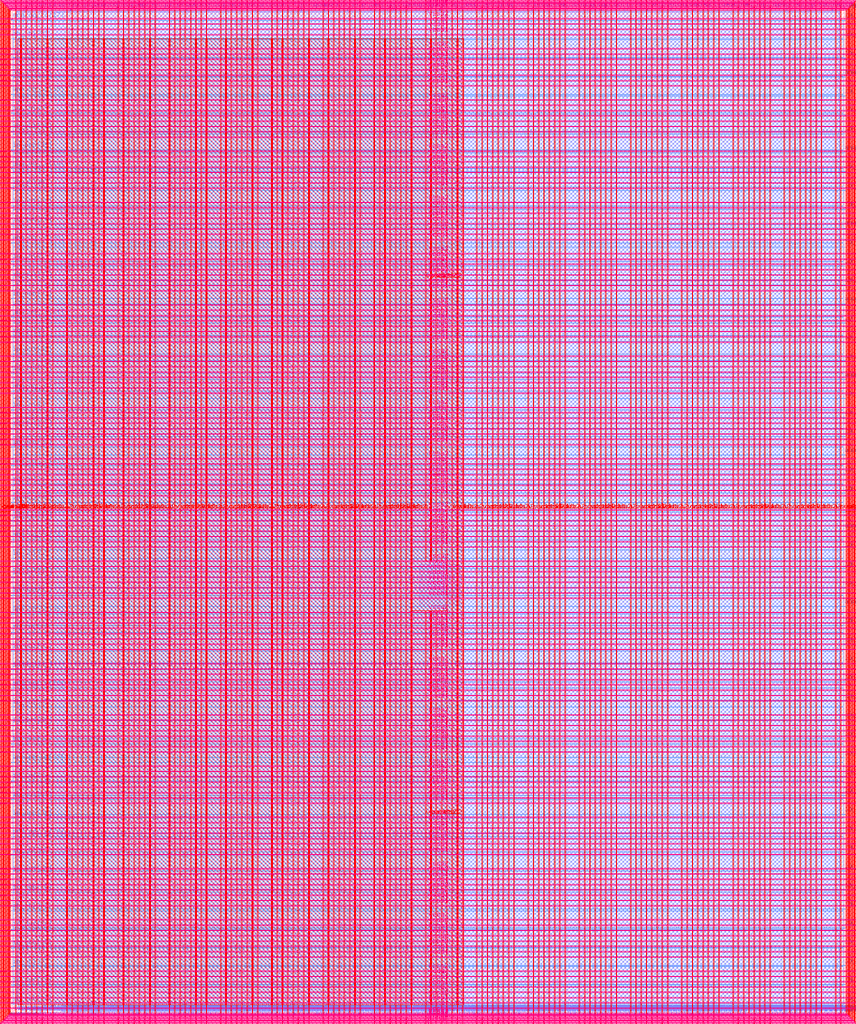
<source format=lef>
VERSION 5.7 ;
  NOWIREEXTENSIONATPIN ON ;
  DIVIDERCHAR "/" ;
  BUSBITCHARS "[]" ;
MACRO user_project_wrapper
  CLASS BLOCK ;
  FOREIGN user_project_wrapper ;
  ORIGIN 0.000 0.000 ;
  SIZE 2920.000 BY 3520.000 ;
  PIN analog_io[0]
    DIRECTION INOUT ;
    USE SIGNAL ;
    PORT
      LAYER met3 ;
        RECT 2917.600 1426.380 2924.800 1427.580 ;
    END
  END analog_io[0]
  PIN analog_io[10]
    DIRECTION INOUT ;
    USE SIGNAL ;
    PORT
      LAYER met2 ;
        RECT 2230.490 3517.600 2231.050 3524.800 ;
    END
  END analog_io[10]
  PIN analog_io[11]
    DIRECTION INOUT ;
    USE SIGNAL ;
    PORT
      LAYER met2 ;
        RECT 1905.730 3517.600 1906.290 3524.800 ;
    END
  END analog_io[11]
  PIN analog_io[12]
    DIRECTION INOUT ;
    USE SIGNAL ;
    PORT
      LAYER met2 ;
        RECT 1581.430 3517.600 1581.990 3524.800 ;
    END
  END analog_io[12]
  PIN analog_io[13]
    DIRECTION INOUT ;
    USE SIGNAL ;
    PORT
      LAYER met2 ;
        RECT 1257.130 3517.600 1257.690 3524.800 ;
    END
  END analog_io[13]
  PIN analog_io[14]
    DIRECTION INOUT ;
    USE SIGNAL ;
    PORT
      LAYER met2 ;
        RECT 932.370 3517.600 932.930 3524.800 ;
    END
  END analog_io[14]
  PIN analog_io[15]
    DIRECTION INOUT ;
    USE SIGNAL ;
    PORT
      LAYER met2 ;
        RECT 608.070 3517.600 608.630 3524.800 ;
    END
  END analog_io[15]
  PIN analog_io[16]
    DIRECTION INOUT ;
    USE SIGNAL ;
    PORT
      LAYER met2 ;
        RECT 283.770 3517.600 284.330 3524.800 ;
    END
  END analog_io[16]
  PIN analog_io[17]
    DIRECTION INOUT ;
    USE SIGNAL ;
    PORT
      LAYER met3 ;
        RECT -4.800 3486.100 2.400 3487.300 ;
    END
  END analog_io[17]
  PIN analog_io[18]
    DIRECTION INOUT ;
    USE SIGNAL ;
    PORT
      LAYER met3 ;
        RECT -4.800 3224.980 2.400 3226.180 ;
    END
  END analog_io[18]
  PIN analog_io[19]
    DIRECTION INOUT ;
    USE SIGNAL ;
    PORT
      LAYER met3 ;
        RECT -4.800 2964.540 2.400 2965.740 ;
    END
  END analog_io[19]
  PIN analog_io[1]
    DIRECTION INOUT ;
    USE SIGNAL ;
    PORT
      LAYER met3 ;
        RECT 2917.600 1692.260 2924.800 1693.460 ;
    END
  END analog_io[1]
  PIN analog_io[20]
    DIRECTION INOUT ;
    USE SIGNAL ;
    PORT
      LAYER met3 ;
        RECT -4.800 2703.420 2.400 2704.620 ;
    END
  END analog_io[20]
  PIN analog_io[21]
    DIRECTION INOUT ;
    USE SIGNAL ;
    PORT
      LAYER met3 ;
        RECT -4.800 2442.980 2.400 2444.180 ;
    END
  END analog_io[21]
  PIN analog_io[22]
    DIRECTION INOUT ;
    USE SIGNAL ;
    PORT
      LAYER met3 ;
        RECT -4.800 2182.540 2.400 2183.740 ;
    END
  END analog_io[22]
  PIN analog_io[23]
    DIRECTION INOUT ;
    USE SIGNAL ;
    PORT
      LAYER met3 ;
        RECT -4.800 1921.420 2.400 1922.620 ;
    END
  END analog_io[23]
  PIN analog_io[24]
    DIRECTION INOUT ;
    USE SIGNAL ;
    PORT
      LAYER met3 ;
        RECT -4.800 1660.980 2.400 1662.180 ;
    END
  END analog_io[24]
  PIN analog_io[25]
    DIRECTION INOUT ;
    USE SIGNAL ;
    PORT
      LAYER met3 ;
        RECT -4.800 1399.860 2.400 1401.060 ;
    END
  END analog_io[25]
  PIN analog_io[26]
    DIRECTION INOUT ;
    USE SIGNAL ;
    PORT
      LAYER met3 ;
        RECT -4.800 1139.420 2.400 1140.620 ;
    END
  END analog_io[26]
  PIN analog_io[27]
    DIRECTION INOUT ;
    USE SIGNAL ;
    PORT
      LAYER met3 ;
        RECT -4.800 878.980 2.400 880.180 ;
    END
  END analog_io[27]
  PIN analog_io[28]
    DIRECTION INOUT ;
    USE SIGNAL ;
    PORT
      LAYER met3 ;
        RECT -4.800 617.860 2.400 619.060 ;
    END
  END analog_io[28]
  PIN analog_io[2]
    DIRECTION INOUT ;
    USE SIGNAL ;
    PORT
      LAYER met3 ;
        RECT 2917.600 1958.140 2924.800 1959.340 ;
    END
  END analog_io[2]
  PIN analog_io[3]
    DIRECTION INOUT ;
    USE SIGNAL ;
    PORT
      LAYER met3 ;
        RECT 2917.600 2223.340 2924.800 2224.540 ;
    END
  END analog_io[3]
  PIN analog_io[4]
    DIRECTION INOUT ;
    USE SIGNAL ;
    PORT
      LAYER met3 ;
        RECT 2917.600 2489.220 2924.800 2490.420 ;
    END
  END analog_io[4]
  PIN analog_io[5]
    DIRECTION INOUT ;
    USE SIGNAL ;
    PORT
      LAYER met3 ;
        RECT 2917.600 2755.100 2924.800 2756.300 ;
    END
  END analog_io[5]
  PIN analog_io[6]
    DIRECTION INOUT ;
    USE SIGNAL ;
    PORT
      LAYER met3 ;
        RECT 2917.600 3020.300 2924.800 3021.500 ;
    END
  END analog_io[6]
  PIN analog_io[7]
    DIRECTION INOUT ;
    USE SIGNAL ;
    PORT
      LAYER met3 ;
        RECT 2917.600 3286.180 2924.800 3287.380 ;
    END
  END analog_io[7]
  PIN analog_io[8]
    DIRECTION INOUT ;
    USE SIGNAL ;
    PORT
      LAYER met2 ;
        RECT 2879.090 3517.600 2879.650 3524.800 ;
    END
  END analog_io[8]
  PIN analog_io[9]
    DIRECTION INOUT ;
    USE SIGNAL ;
    PORT
      LAYER met2 ;
        RECT 2554.790 3517.600 2555.350 3524.800 ;
    END
  END analog_io[9]
  PIN io_in[0]
    DIRECTION INPUT ;
    USE SIGNAL ;
    PORT
      LAYER met3 ;
        RECT 2917.600 32.380 2924.800 33.580 ;
    END
  END io_in[0]
  PIN io_in[10]
    DIRECTION INPUT ;
    USE SIGNAL ;
    PORT
      LAYER met3 ;
        RECT 2917.600 2289.980 2924.800 2291.180 ;
    END
  END io_in[10]
  PIN io_in[11]
    DIRECTION INPUT ;
    USE SIGNAL ;
    PORT
      LAYER met3 ;
        RECT 2917.600 2555.860 2924.800 2557.060 ;
    END
  END io_in[11]
  PIN io_in[12]
    DIRECTION INPUT ;
    USE SIGNAL ;
    PORT
      LAYER met3 ;
        RECT 2917.600 2821.060 2924.800 2822.260 ;
    END
  END io_in[12]
  PIN io_in[13]
    DIRECTION INPUT ;
    USE SIGNAL ;
    PORT
      LAYER met3 ;
        RECT 2917.600 3086.940 2924.800 3088.140 ;
    END
  END io_in[13]
  PIN io_in[14]
    DIRECTION INPUT ;
    USE SIGNAL ;
    PORT
      LAYER met3 ;
        RECT 2917.600 3352.820 2924.800 3354.020 ;
    END
  END io_in[14]
  PIN io_in[15]
    DIRECTION INPUT ;
    USE SIGNAL ;
    PORT
      LAYER met2 ;
        RECT 2798.130 3517.600 2798.690 3524.800 ;
    END
  END io_in[15]
  PIN io_in[16]
    DIRECTION INPUT ;
    USE SIGNAL ;
    PORT
      LAYER met2 ;
        RECT 2473.830 3517.600 2474.390 3524.800 ;
    END
  END io_in[16]
  PIN io_in[17]
    DIRECTION INPUT ;
    USE SIGNAL ;
    PORT
      LAYER met2 ;
        RECT 2149.070 3517.600 2149.630 3524.800 ;
    END
  END io_in[17]
  PIN io_in[18]
    DIRECTION INPUT ;
    USE SIGNAL ;
    PORT
      LAYER met2 ;
        RECT 1824.770 3517.600 1825.330 3524.800 ;
    END
  END io_in[18]
  PIN io_in[19]
    DIRECTION INPUT ;
    USE SIGNAL ;
    PORT
      LAYER met2 ;
        RECT 1500.470 3517.600 1501.030 3524.800 ;
    END
  END io_in[19]
  PIN io_in[1]
    DIRECTION INPUT ;
    USE SIGNAL ;
    PORT
      LAYER met3 ;
        RECT 2917.600 230.940 2924.800 232.140 ;
    END
  END io_in[1]
  PIN io_in[20]
    DIRECTION INPUT ;
    USE SIGNAL ;
    PORT
      LAYER met2 ;
        RECT 1175.710 3517.600 1176.270 3524.800 ;
    END
  END io_in[20]
  PIN io_in[21]
    DIRECTION INPUT ;
    USE SIGNAL ;
    PORT
      LAYER met2 ;
        RECT 851.410 3517.600 851.970 3524.800 ;
    END
  END io_in[21]
  PIN io_in[22]
    DIRECTION INPUT ;
    USE SIGNAL ;
    PORT
      LAYER met2 ;
        RECT 527.110 3517.600 527.670 3524.800 ;
    END
  END io_in[22]
  PIN io_in[23]
    DIRECTION INPUT ;
    USE SIGNAL ;
    PORT
      LAYER met2 ;
        RECT 202.350 3517.600 202.910 3524.800 ;
    END
  END io_in[23]
  PIN io_in[24]
    DIRECTION INPUT ;
    USE SIGNAL ;
    PORT
      LAYER met3 ;
        RECT -4.800 3420.820 2.400 3422.020 ;
    END
  END io_in[24]
  PIN io_in[25]
    DIRECTION INPUT ;
    USE SIGNAL ;
    PORT
      LAYER met3 ;
        RECT -4.800 3159.700 2.400 3160.900 ;
    END
  END io_in[25]
  PIN io_in[26]
    DIRECTION INPUT ;
    USE SIGNAL ;
    PORT
      LAYER met3 ;
        RECT -4.800 2899.260 2.400 2900.460 ;
    END
  END io_in[26]
  PIN io_in[27]
    DIRECTION INPUT ;
    USE SIGNAL ;
    PORT
      LAYER met3 ;
        RECT -4.800 2638.820 2.400 2640.020 ;
    END
  END io_in[27]
  PIN io_in[28]
    DIRECTION INPUT ;
    USE SIGNAL ;
    PORT
      LAYER met3 ;
        RECT -4.800 2377.700 2.400 2378.900 ;
    END
  END io_in[28]
  PIN io_in[29]
    DIRECTION INPUT ;
    USE SIGNAL ;
    PORT
      LAYER met3 ;
        RECT -4.800 2117.260 2.400 2118.460 ;
    END
  END io_in[29]
  PIN io_in[2]
    DIRECTION INPUT ;
    USE SIGNAL ;
    PORT
      LAYER met3 ;
        RECT 2917.600 430.180 2924.800 431.380 ;
    END
  END io_in[2]
  PIN io_in[30]
    DIRECTION INPUT ;
    USE SIGNAL ;
    PORT
      LAYER met3 ;
        RECT -4.800 1856.140 2.400 1857.340 ;
    END
  END io_in[30]
  PIN io_in[31]
    DIRECTION INPUT ;
    USE SIGNAL ;
    PORT
      LAYER met3 ;
        RECT -4.800 1595.700 2.400 1596.900 ;
    END
  END io_in[31]
  PIN io_in[32]
    DIRECTION INPUT ;
    USE SIGNAL ;
    PORT
      LAYER met3 ;
        RECT -4.800 1335.260 2.400 1336.460 ;
    END
  END io_in[32]
  PIN io_in[33]
    DIRECTION INPUT ;
    USE SIGNAL ;
    PORT
      LAYER met3 ;
        RECT -4.800 1074.140 2.400 1075.340 ;
    END
  END io_in[33]
  PIN io_in[34]
    DIRECTION INPUT ;
    USE SIGNAL ;
    PORT
      LAYER met3 ;
        RECT -4.800 813.700 2.400 814.900 ;
    END
  END io_in[34]
  PIN io_in[35]
    DIRECTION INPUT ;
    USE SIGNAL ;
    PORT
      LAYER met3 ;
        RECT -4.800 552.580 2.400 553.780 ;
    END
  END io_in[35]
  PIN io_in[36]
    DIRECTION INPUT ;
    USE SIGNAL ;
    PORT
      LAYER met3 ;
        RECT -4.800 357.420 2.400 358.620 ;
    END
  END io_in[36]
  PIN io_in[37]
    DIRECTION INPUT ;
    USE SIGNAL ;
    PORT
      LAYER met3 ;
        RECT -4.800 161.580 2.400 162.780 ;
    END
  END io_in[37]
  PIN io_in[3]
    DIRECTION INPUT ;
    USE SIGNAL ;
    PORT
      LAYER met3 ;
        RECT 2917.600 629.420 2924.800 630.620 ;
    END
  END io_in[3]
  PIN io_in[4]
    DIRECTION INPUT ;
    USE SIGNAL ;
    PORT
      LAYER met3 ;
        RECT 2917.600 828.660 2924.800 829.860 ;
    END
  END io_in[4]
  PIN io_in[5]
    DIRECTION INPUT ;
    USE SIGNAL ;
    PORT
      LAYER met3 ;
        RECT 2917.600 1027.900 2924.800 1029.100 ;
    END
  END io_in[5]
  PIN io_in[6]
    DIRECTION INPUT ;
    USE SIGNAL ;
    PORT
      LAYER met3 ;
        RECT 2917.600 1227.140 2924.800 1228.340 ;
    END
  END io_in[6]
  PIN io_in[7]
    DIRECTION INPUT ;
    USE SIGNAL ;
    PORT
      LAYER met3 ;
        RECT 2917.600 1493.020 2924.800 1494.220 ;
    END
  END io_in[7]
  PIN io_in[8]
    DIRECTION INPUT ;
    USE SIGNAL ;
    PORT
      LAYER met3 ;
        RECT 2917.600 1758.900 2924.800 1760.100 ;
    END
  END io_in[8]
  PIN io_in[9]
    DIRECTION INPUT ;
    USE SIGNAL ;
    PORT
      LAYER met3 ;
        RECT 2917.600 2024.100 2924.800 2025.300 ;
    END
  END io_in[9]
  PIN io_oeb[0]
    DIRECTION OUTPUT TRISTATE ;
    USE SIGNAL ;
    PORT
      LAYER met3 ;
        RECT 2917.600 164.980 2924.800 166.180 ;
    END
  END io_oeb[0]
  PIN io_oeb[10]
    DIRECTION OUTPUT TRISTATE ;
    USE SIGNAL ;
    PORT
      LAYER met3 ;
        RECT 2917.600 2422.580 2924.800 2423.780 ;
    END
  END io_oeb[10]
  PIN io_oeb[11]
    DIRECTION OUTPUT TRISTATE ;
    USE SIGNAL ;
    PORT
      LAYER met3 ;
        RECT 2917.600 2688.460 2924.800 2689.660 ;
    END
  END io_oeb[11]
  PIN io_oeb[12]
    DIRECTION OUTPUT TRISTATE ;
    USE SIGNAL ;
    PORT
      LAYER met3 ;
        RECT 2917.600 2954.340 2924.800 2955.540 ;
    END
  END io_oeb[12]
  PIN io_oeb[13]
    DIRECTION OUTPUT TRISTATE ;
    USE SIGNAL ;
    PORT
      LAYER met3 ;
        RECT 2917.600 3219.540 2924.800 3220.740 ;
    END
  END io_oeb[13]
  PIN io_oeb[14]
    DIRECTION OUTPUT TRISTATE ;
    USE SIGNAL ;
    PORT
      LAYER met3 ;
        RECT 2917.600 3485.420 2924.800 3486.620 ;
    END
  END io_oeb[14]
  PIN io_oeb[15]
    DIRECTION OUTPUT TRISTATE ;
    USE SIGNAL ;
    PORT
      LAYER met2 ;
        RECT 2635.750 3517.600 2636.310 3524.800 ;
    END
  END io_oeb[15]
  PIN io_oeb[16]
    DIRECTION OUTPUT TRISTATE ;
    USE SIGNAL ;
    PORT
      LAYER met2 ;
        RECT 2311.450 3517.600 2312.010 3524.800 ;
    END
  END io_oeb[16]
  PIN io_oeb[17]
    DIRECTION OUTPUT TRISTATE ;
    USE SIGNAL ;
    PORT
      LAYER met2 ;
        RECT 1987.150 3517.600 1987.710 3524.800 ;
    END
  END io_oeb[17]
  PIN io_oeb[18]
    DIRECTION OUTPUT TRISTATE ;
    USE SIGNAL ;
    PORT
      LAYER met2 ;
        RECT 1662.390 3517.600 1662.950 3524.800 ;
    END
  END io_oeb[18]
  PIN io_oeb[19]
    DIRECTION OUTPUT TRISTATE ;
    USE SIGNAL ;
    PORT
      LAYER met2 ;
        RECT 1338.090 3517.600 1338.650 3524.800 ;
    END
  END io_oeb[19]
  PIN io_oeb[1]
    DIRECTION OUTPUT TRISTATE ;
    USE SIGNAL ;
    PORT
      LAYER met3 ;
        RECT 2917.600 364.220 2924.800 365.420 ;
    END
  END io_oeb[1]
  PIN io_oeb[20]
    DIRECTION OUTPUT TRISTATE ;
    USE SIGNAL ;
    PORT
      LAYER met2 ;
        RECT 1013.790 3517.600 1014.350 3524.800 ;
    END
  END io_oeb[20]
  PIN io_oeb[21]
    DIRECTION OUTPUT TRISTATE ;
    USE SIGNAL ;
    PORT
      LAYER met2 ;
        RECT 689.030 3517.600 689.590 3524.800 ;
    END
  END io_oeb[21]
  PIN io_oeb[22]
    DIRECTION OUTPUT TRISTATE ;
    USE SIGNAL ;
    PORT
      LAYER met2 ;
        RECT 364.730 3517.600 365.290 3524.800 ;
    END
  END io_oeb[22]
  PIN io_oeb[23]
    DIRECTION OUTPUT TRISTATE ;
    USE SIGNAL ;
    PORT
      LAYER met2 ;
        RECT 40.430 3517.600 40.990 3524.800 ;
    END
  END io_oeb[23]
  PIN io_oeb[24]
    DIRECTION OUTPUT TRISTATE ;
    USE SIGNAL ;
    PORT
      LAYER met3 ;
        RECT -4.800 3290.260 2.400 3291.460 ;
    END
  END io_oeb[24]
  PIN io_oeb[25]
    DIRECTION OUTPUT TRISTATE ;
    USE SIGNAL ;
    PORT
      LAYER met3 ;
        RECT -4.800 3029.820 2.400 3031.020 ;
    END
  END io_oeb[25]
  PIN io_oeb[26]
    DIRECTION OUTPUT TRISTATE ;
    USE SIGNAL ;
    PORT
      LAYER met3 ;
        RECT -4.800 2768.700 2.400 2769.900 ;
    END
  END io_oeb[26]
  PIN io_oeb[27]
    DIRECTION OUTPUT TRISTATE ;
    USE SIGNAL ;
    PORT
      LAYER met3 ;
        RECT -4.800 2508.260 2.400 2509.460 ;
    END
  END io_oeb[27]
  PIN io_oeb[28]
    DIRECTION OUTPUT TRISTATE ;
    USE SIGNAL ;
    PORT
      LAYER met3 ;
        RECT -4.800 2247.140 2.400 2248.340 ;
    END
  END io_oeb[28]
  PIN io_oeb[29]
    DIRECTION OUTPUT TRISTATE ;
    USE SIGNAL ;
    PORT
      LAYER met3 ;
        RECT -4.800 1986.700 2.400 1987.900 ;
    END
  END io_oeb[29]
  PIN io_oeb[2]
    DIRECTION OUTPUT TRISTATE ;
    USE SIGNAL ;
    PORT
      LAYER met3 ;
        RECT 2917.600 563.460 2924.800 564.660 ;
    END
  END io_oeb[2]
  PIN io_oeb[30]
    DIRECTION OUTPUT TRISTATE ;
    USE SIGNAL ;
    PORT
      LAYER met3 ;
        RECT -4.800 1726.260 2.400 1727.460 ;
    END
  END io_oeb[30]
  PIN io_oeb[31]
    DIRECTION OUTPUT TRISTATE ;
    USE SIGNAL ;
    PORT
      LAYER met3 ;
        RECT -4.800 1465.140 2.400 1466.340 ;
    END
  END io_oeb[31]
  PIN io_oeb[32]
    DIRECTION OUTPUT TRISTATE ;
    USE SIGNAL ;
    PORT
      LAYER met3 ;
        RECT -4.800 1204.700 2.400 1205.900 ;
    END
  END io_oeb[32]
  PIN io_oeb[33]
    DIRECTION OUTPUT TRISTATE ;
    USE SIGNAL ;
    PORT
      LAYER met3 ;
        RECT -4.800 943.580 2.400 944.780 ;
    END
  END io_oeb[33]
  PIN io_oeb[34]
    DIRECTION OUTPUT TRISTATE ;
    USE SIGNAL ;
    PORT
      LAYER met3 ;
        RECT -4.800 683.140 2.400 684.340 ;
    END
  END io_oeb[34]
  PIN io_oeb[35]
    DIRECTION OUTPUT TRISTATE ;
    USE SIGNAL ;
    PORT
      LAYER met3 ;
        RECT -4.800 422.700 2.400 423.900 ;
    END
  END io_oeb[35]
  PIN io_oeb[36]
    DIRECTION OUTPUT TRISTATE ;
    USE SIGNAL ;
    PORT
      LAYER met3 ;
        RECT -4.800 226.860 2.400 228.060 ;
    END
  END io_oeb[36]
  PIN io_oeb[37]
    DIRECTION OUTPUT TRISTATE ;
    USE SIGNAL ;
    PORT
      LAYER met3 ;
        RECT -4.800 31.700 2.400 32.900 ;
    END
  END io_oeb[37]
  PIN io_oeb[3]
    DIRECTION OUTPUT TRISTATE ;
    USE SIGNAL ;
    PORT
      LAYER met3 ;
        RECT 2917.600 762.700 2924.800 763.900 ;
    END
  END io_oeb[3]
  PIN io_oeb[4]
    DIRECTION OUTPUT TRISTATE ;
    USE SIGNAL ;
    PORT
      LAYER met3 ;
        RECT 2917.600 961.940 2924.800 963.140 ;
    END
  END io_oeb[4]
  PIN io_oeb[5]
    DIRECTION OUTPUT TRISTATE ;
    USE SIGNAL ;
    PORT
      LAYER met3 ;
        RECT 2917.600 1161.180 2924.800 1162.380 ;
    END
  END io_oeb[5]
  PIN io_oeb[6]
    DIRECTION OUTPUT TRISTATE ;
    USE SIGNAL ;
    PORT
      LAYER met3 ;
        RECT 2917.600 1360.420 2924.800 1361.620 ;
    END
  END io_oeb[6]
  PIN io_oeb[7]
    DIRECTION OUTPUT TRISTATE ;
    USE SIGNAL ;
    PORT
      LAYER met3 ;
        RECT 2917.600 1625.620 2924.800 1626.820 ;
    END
  END io_oeb[7]
  PIN io_oeb[8]
    DIRECTION OUTPUT TRISTATE ;
    USE SIGNAL ;
    PORT
      LAYER met3 ;
        RECT 2917.600 1891.500 2924.800 1892.700 ;
    END
  END io_oeb[8]
  PIN io_oeb[9]
    DIRECTION OUTPUT TRISTATE ;
    USE SIGNAL ;
    PORT
      LAYER met3 ;
        RECT 2917.600 2157.380 2924.800 2158.580 ;
    END
  END io_oeb[9]
  PIN io_out[0]
    DIRECTION OUTPUT TRISTATE ;
    USE SIGNAL ;
    PORT
      LAYER met3 ;
        RECT 2917.600 98.340 2924.800 99.540 ;
    END
  END io_out[0]
  PIN io_out[10]
    DIRECTION OUTPUT TRISTATE ;
    USE SIGNAL ;
    PORT
      LAYER met3 ;
        RECT 2917.600 2356.620 2924.800 2357.820 ;
    END
  END io_out[10]
  PIN io_out[11]
    DIRECTION OUTPUT TRISTATE ;
    USE SIGNAL ;
    PORT
      LAYER met3 ;
        RECT 2917.600 2621.820 2924.800 2623.020 ;
    END
  END io_out[11]
  PIN io_out[12]
    DIRECTION OUTPUT TRISTATE ;
    USE SIGNAL ;
    PORT
      LAYER met3 ;
        RECT 2917.600 2887.700 2924.800 2888.900 ;
    END
  END io_out[12]
  PIN io_out[13]
    DIRECTION OUTPUT TRISTATE ;
    USE SIGNAL ;
    PORT
      LAYER met3 ;
        RECT 2917.600 3153.580 2924.800 3154.780 ;
    END
  END io_out[13]
  PIN io_out[14]
    DIRECTION OUTPUT TRISTATE ;
    USE SIGNAL ;
    PORT
      LAYER met3 ;
        RECT 2917.600 3418.780 2924.800 3419.980 ;
    END
  END io_out[14]
  PIN io_out[15]
    DIRECTION OUTPUT TRISTATE ;
    USE SIGNAL ;
    PORT
      LAYER met2 ;
        RECT 2717.170 3517.600 2717.730 3524.800 ;
    END
  END io_out[15]
  PIN io_out[16]
    DIRECTION OUTPUT TRISTATE ;
    USE SIGNAL ;
    PORT
      LAYER met2 ;
        RECT 2392.410 3517.600 2392.970 3524.800 ;
    END
  END io_out[16]
  PIN io_out[17]
    DIRECTION OUTPUT TRISTATE ;
    USE SIGNAL ;
    PORT
      LAYER met2 ;
        RECT 2068.110 3517.600 2068.670 3524.800 ;
    END
  END io_out[17]
  PIN io_out[18]
    DIRECTION OUTPUT TRISTATE ;
    USE SIGNAL ;
    PORT
      LAYER met2 ;
        RECT 1743.810 3517.600 1744.370 3524.800 ;
    END
  END io_out[18]
  PIN io_out[19]
    DIRECTION OUTPUT TRISTATE ;
    USE SIGNAL ;
    PORT
      LAYER met2 ;
        RECT 1419.050 3517.600 1419.610 3524.800 ;
    END
  END io_out[19]
  PIN io_out[1]
    DIRECTION OUTPUT TRISTATE ;
    USE SIGNAL ;
    PORT
      LAYER met3 ;
        RECT 2917.600 297.580 2924.800 298.780 ;
    END
  END io_out[1]
  PIN io_out[20]
    DIRECTION OUTPUT TRISTATE ;
    USE SIGNAL ;
    PORT
      LAYER met2 ;
        RECT 1094.750 3517.600 1095.310 3524.800 ;
    END
  END io_out[20]
  PIN io_out[21]
    DIRECTION OUTPUT TRISTATE ;
    USE SIGNAL ;
    PORT
      LAYER met2 ;
        RECT 770.450 3517.600 771.010 3524.800 ;
    END
  END io_out[21]
  PIN io_out[22]
    DIRECTION OUTPUT TRISTATE ;
    USE SIGNAL ;
    PORT
      LAYER met2 ;
        RECT 445.690 3517.600 446.250 3524.800 ;
    END
  END io_out[22]
  PIN io_out[23]
    DIRECTION OUTPUT TRISTATE ;
    USE SIGNAL ;
    PORT
      LAYER met2 ;
        RECT 121.390 3517.600 121.950 3524.800 ;
    END
  END io_out[23]
  PIN io_out[24]
    DIRECTION OUTPUT TRISTATE ;
    USE SIGNAL ;
    PORT
      LAYER met3 ;
        RECT -4.800 3355.540 2.400 3356.740 ;
    END
  END io_out[24]
  PIN io_out[25]
    DIRECTION OUTPUT TRISTATE ;
    USE SIGNAL ;
    PORT
      LAYER met3 ;
        RECT -4.800 3095.100 2.400 3096.300 ;
    END
  END io_out[25]
  PIN io_out[26]
    DIRECTION OUTPUT TRISTATE ;
    USE SIGNAL ;
    PORT
      LAYER met3 ;
        RECT -4.800 2833.980 2.400 2835.180 ;
    END
  END io_out[26]
  PIN io_out[27]
    DIRECTION OUTPUT TRISTATE ;
    USE SIGNAL ;
    PORT
      LAYER met3 ;
        RECT -4.800 2573.540 2.400 2574.740 ;
    END
  END io_out[27]
  PIN io_out[28]
    DIRECTION OUTPUT TRISTATE ;
    USE SIGNAL ;
    PORT
      LAYER met3 ;
        RECT -4.800 2312.420 2.400 2313.620 ;
    END
  END io_out[28]
  PIN io_out[29]
    DIRECTION OUTPUT TRISTATE ;
    USE SIGNAL ;
    PORT
      LAYER met3 ;
        RECT -4.800 2051.980 2.400 2053.180 ;
    END
  END io_out[29]
  PIN io_out[2]
    DIRECTION OUTPUT TRISTATE ;
    USE SIGNAL ;
    PORT
      LAYER met3 ;
        RECT 2917.600 496.820 2924.800 498.020 ;
    END
  END io_out[2]
  PIN io_out[30]
    DIRECTION OUTPUT TRISTATE ;
    USE SIGNAL ;
    PORT
      LAYER met3 ;
        RECT -4.800 1791.540 2.400 1792.740 ;
    END
  END io_out[30]
  PIN io_out[31]
    DIRECTION OUTPUT TRISTATE ;
    USE SIGNAL ;
    PORT
      LAYER met3 ;
        RECT -4.800 1530.420 2.400 1531.620 ;
    END
  END io_out[31]
  PIN io_out[32]
    DIRECTION OUTPUT TRISTATE ;
    USE SIGNAL ;
    PORT
      LAYER met3 ;
        RECT -4.800 1269.980 2.400 1271.180 ;
    END
  END io_out[32]
  PIN io_out[33]
    DIRECTION OUTPUT TRISTATE ;
    USE SIGNAL ;
    PORT
      LAYER met3 ;
        RECT -4.800 1008.860 2.400 1010.060 ;
    END
  END io_out[33]
  PIN io_out[34]
    DIRECTION OUTPUT TRISTATE ;
    USE SIGNAL ;
    PORT
      LAYER met3 ;
        RECT -4.800 748.420 2.400 749.620 ;
    END
  END io_out[34]
  PIN io_out[35]
    DIRECTION OUTPUT TRISTATE ;
    USE SIGNAL ;
    PORT
      LAYER met3 ;
        RECT -4.800 487.300 2.400 488.500 ;
    END
  END io_out[35]
  PIN io_out[36]
    DIRECTION OUTPUT TRISTATE ;
    USE SIGNAL ;
    PORT
      LAYER met3 ;
        RECT -4.800 292.140 2.400 293.340 ;
    END
  END io_out[36]
  PIN io_out[37]
    DIRECTION OUTPUT TRISTATE ;
    USE SIGNAL ;
    PORT
      LAYER met3 ;
        RECT -4.800 96.300 2.400 97.500 ;
    END
  END io_out[37]
  PIN io_out[3]
    DIRECTION OUTPUT TRISTATE ;
    USE SIGNAL ;
    PORT
      LAYER met3 ;
        RECT 2917.600 696.060 2924.800 697.260 ;
    END
  END io_out[3]
  PIN io_out[4]
    DIRECTION OUTPUT TRISTATE ;
    USE SIGNAL ;
    PORT
      LAYER met3 ;
        RECT 2917.600 895.300 2924.800 896.500 ;
    END
  END io_out[4]
  PIN io_out[5]
    DIRECTION OUTPUT TRISTATE ;
    USE SIGNAL ;
    PORT
      LAYER met3 ;
        RECT 2917.600 1094.540 2924.800 1095.740 ;
    END
  END io_out[5]
  PIN io_out[6]
    DIRECTION OUTPUT TRISTATE ;
    USE SIGNAL ;
    PORT
      LAYER met3 ;
        RECT 2917.600 1293.780 2924.800 1294.980 ;
    END
  END io_out[6]
  PIN io_out[7]
    DIRECTION OUTPUT TRISTATE ;
    USE SIGNAL ;
    PORT
      LAYER met3 ;
        RECT 2917.600 1559.660 2924.800 1560.860 ;
    END
  END io_out[7]
  PIN io_out[8]
    DIRECTION OUTPUT TRISTATE ;
    USE SIGNAL ;
    PORT
      LAYER met3 ;
        RECT 2917.600 1824.860 2924.800 1826.060 ;
    END
  END io_out[8]
  PIN io_out[9]
    DIRECTION OUTPUT TRISTATE ;
    USE SIGNAL ;
    PORT
      LAYER met3 ;
        RECT 2917.600 2090.740 2924.800 2091.940 ;
    END
  END io_out[9]
  PIN la_data_in[0]
    DIRECTION INPUT ;
    USE SIGNAL ;
    PORT
      LAYER met2 ;
        RECT 629.230 -4.800 629.790 2.400 ;
    END
  END la_data_in[0]
  PIN la_data_in[100]
    DIRECTION INPUT ;
    USE SIGNAL ;
    PORT
      LAYER met2 ;
        RECT 2402.530 -4.800 2403.090 2.400 ;
    END
  END la_data_in[100]
  PIN la_data_in[101]
    DIRECTION INPUT ;
    USE SIGNAL ;
    PORT
      LAYER met2 ;
        RECT 2420.010 -4.800 2420.570 2.400 ;
    END
  END la_data_in[101]
  PIN la_data_in[102]
    DIRECTION INPUT ;
    USE SIGNAL ;
    PORT
      LAYER met2 ;
        RECT 2437.950 -4.800 2438.510 2.400 ;
    END
  END la_data_in[102]
  PIN la_data_in[103]
    DIRECTION INPUT ;
    USE SIGNAL ;
    PORT
      LAYER met2 ;
        RECT 2455.430 -4.800 2455.990 2.400 ;
    END
  END la_data_in[103]
  PIN la_data_in[104]
    DIRECTION INPUT ;
    USE SIGNAL ;
    PORT
      LAYER met2 ;
        RECT 2473.370 -4.800 2473.930 2.400 ;
    END
  END la_data_in[104]
  PIN la_data_in[105]
    DIRECTION INPUT ;
    USE SIGNAL ;
    PORT
      LAYER met2 ;
        RECT 2490.850 -4.800 2491.410 2.400 ;
    END
  END la_data_in[105]
  PIN la_data_in[106]
    DIRECTION INPUT ;
    USE SIGNAL ;
    PORT
      LAYER met2 ;
        RECT 2508.790 -4.800 2509.350 2.400 ;
    END
  END la_data_in[106]
  PIN la_data_in[107]
    DIRECTION INPUT ;
    USE SIGNAL ;
    PORT
      LAYER met2 ;
        RECT 2526.730 -4.800 2527.290 2.400 ;
    END
  END la_data_in[107]
  PIN la_data_in[108]
    DIRECTION INPUT ;
    USE SIGNAL ;
    PORT
      LAYER met2 ;
        RECT 2544.210 -4.800 2544.770 2.400 ;
    END
  END la_data_in[108]
  PIN la_data_in[109]
    DIRECTION INPUT ;
    USE SIGNAL ;
    PORT
      LAYER met2 ;
        RECT 2562.150 -4.800 2562.710 2.400 ;
    END
  END la_data_in[109]
  PIN la_data_in[10]
    DIRECTION INPUT ;
    USE SIGNAL ;
    PORT
      LAYER met2 ;
        RECT 806.330 -4.800 806.890 2.400 ;
    END
  END la_data_in[10]
  PIN la_data_in[110]
    DIRECTION INPUT ;
    USE SIGNAL ;
    PORT
      LAYER met2 ;
        RECT 2579.630 -4.800 2580.190 2.400 ;
    END
  END la_data_in[110]
  PIN la_data_in[111]
    DIRECTION INPUT ;
    USE SIGNAL ;
    PORT
      LAYER met2 ;
        RECT 2597.570 -4.800 2598.130 2.400 ;
    END
  END la_data_in[111]
  PIN la_data_in[112]
    DIRECTION INPUT ;
    USE SIGNAL ;
    PORT
      LAYER met2 ;
        RECT 2615.050 -4.800 2615.610 2.400 ;
    END
  END la_data_in[112]
  PIN la_data_in[113]
    DIRECTION INPUT ;
    USE SIGNAL ;
    PORT
      LAYER met2 ;
        RECT 2632.990 -4.800 2633.550 2.400 ;
    END
  END la_data_in[113]
  PIN la_data_in[114]
    DIRECTION INPUT ;
    USE SIGNAL ;
    PORT
      LAYER met2 ;
        RECT 2650.470 -4.800 2651.030 2.400 ;
    END
  END la_data_in[114]
  PIN la_data_in[115]
    DIRECTION INPUT ;
    USE SIGNAL ;
    PORT
      LAYER met2 ;
        RECT 2668.410 -4.800 2668.970 2.400 ;
    END
  END la_data_in[115]
  PIN la_data_in[116]
    DIRECTION INPUT ;
    USE SIGNAL ;
    PORT
      LAYER met2 ;
        RECT 2685.890 -4.800 2686.450 2.400 ;
    END
  END la_data_in[116]
  PIN la_data_in[117]
    DIRECTION INPUT ;
    USE SIGNAL ;
    PORT
      LAYER met2 ;
        RECT 2703.830 -4.800 2704.390 2.400 ;
    END
  END la_data_in[117]
  PIN la_data_in[118]
    DIRECTION INPUT ;
    USE SIGNAL ;
    PORT
      LAYER met2 ;
        RECT 2721.770 -4.800 2722.330 2.400 ;
    END
  END la_data_in[118]
  PIN la_data_in[119]
    DIRECTION INPUT ;
    USE SIGNAL ;
    PORT
      LAYER met2 ;
        RECT 2739.250 -4.800 2739.810 2.400 ;
    END
  END la_data_in[119]
  PIN la_data_in[11]
    DIRECTION INPUT ;
    USE SIGNAL ;
    PORT
      LAYER met2 ;
        RECT 824.270 -4.800 824.830 2.400 ;
    END
  END la_data_in[11]
  PIN la_data_in[120]
    DIRECTION INPUT ;
    USE SIGNAL ;
    PORT
      LAYER met2 ;
        RECT 2757.190 -4.800 2757.750 2.400 ;
    END
  END la_data_in[120]
  PIN la_data_in[121]
    DIRECTION INPUT ;
    USE SIGNAL ;
    PORT
      LAYER met2 ;
        RECT 2774.670 -4.800 2775.230 2.400 ;
    END
  END la_data_in[121]
  PIN la_data_in[122]
    DIRECTION INPUT ;
    USE SIGNAL ;
    PORT
      LAYER met2 ;
        RECT 2792.610 -4.800 2793.170 2.400 ;
    END
  END la_data_in[122]
  PIN la_data_in[123]
    DIRECTION INPUT ;
    USE SIGNAL ;
    PORT
      LAYER met2 ;
        RECT 2810.090 -4.800 2810.650 2.400 ;
    END
  END la_data_in[123]
  PIN la_data_in[124]
    DIRECTION INPUT ;
    USE SIGNAL ;
    PORT
      LAYER met2 ;
        RECT 2828.030 -4.800 2828.590 2.400 ;
    END
  END la_data_in[124]
  PIN la_data_in[125]
    DIRECTION INPUT ;
    USE SIGNAL ;
    PORT
      LAYER met2 ;
        RECT 2845.510 -4.800 2846.070 2.400 ;
    END
  END la_data_in[125]
  PIN la_data_in[126]
    DIRECTION INPUT ;
    USE SIGNAL ;
    PORT
      LAYER met2 ;
        RECT 2863.450 -4.800 2864.010 2.400 ;
    END
  END la_data_in[126]
  PIN la_data_in[127]
    DIRECTION INPUT ;
    USE SIGNAL ;
    PORT
      LAYER met2 ;
        RECT 2881.390 -4.800 2881.950 2.400 ;
    END
  END la_data_in[127]
  PIN la_data_in[12]
    DIRECTION INPUT ;
    USE SIGNAL ;
    PORT
      LAYER met2 ;
        RECT 841.750 -4.800 842.310 2.400 ;
    END
  END la_data_in[12]
  PIN la_data_in[13]
    DIRECTION INPUT ;
    USE SIGNAL ;
    PORT
      LAYER met2 ;
        RECT 859.690 -4.800 860.250 2.400 ;
    END
  END la_data_in[13]
  PIN la_data_in[14]
    DIRECTION INPUT ;
    USE SIGNAL ;
    PORT
      LAYER met2 ;
        RECT 877.170 -4.800 877.730 2.400 ;
    END
  END la_data_in[14]
  PIN la_data_in[15]
    DIRECTION INPUT ;
    USE SIGNAL ;
    PORT
      LAYER met2 ;
        RECT 895.110 -4.800 895.670 2.400 ;
    END
  END la_data_in[15]
  PIN la_data_in[16]
    DIRECTION INPUT ;
    USE SIGNAL ;
    PORT
      LAYER met2 ;
        RECT 912.590 -4.800 913.150 2.400 ;
    END
  END la_data_in[16]
  PIN la_data_in[17]
    DIRECTION INPUT ;
    USE SIGNAL ;
    PORT
      LAYER met2 ;
        RECT 930.530 -4.800 931.090 2.400 ;
    END
  END la_data_in[17]
  PIN la_data_in[18]
    DIRECTION INPUT ;
    USE SIGNAL ;
    PORT
      LAYER met2 ;
        RECT 948.470 -4.800 949.030 2.400 ;
    END
  END la_data_in[18]
  PIN la_data_in[19]
    DIRECTION INPUT ;
    USE SIGNAL ;
    PORT
      LAYER met2 ;
        RECT 965.950 -4.800 966.510 2.400 ;
    END
  END la_data_in[19]
  PIN la_data_in[1]
    DIRECTION INPUT ;
    USE SIGNAL ;
    PORT
      LAYER met2 ;
        RECT 646.710 -4.800 647.270 2.400 ;
    END
  END la_data_in[1]
  PIN la_data_in[20]
    DIRECTION INPUT ;
    USE SIGNAL ;
    PORT
      LAYER met2 ;
        RECT 983.890 -4.800 984.450 2.400 ;
    END
  END la_data_in[20]
  PIN la_data_in[21]
    DIRECTION INPUT ;
    USE SIGNAL ;
    PORT
      LAYER met2 ;
        RECT 1001.370 -4.800 1001.930 2.400 ;
    END
  END la_data_in[21]
  PIN la_data_in[22]
    DIRECTION INPUT ;
    USE SIGNAL ;
    PORT
      LAYER met2 ;
        RECT 1019.310 -4.800 1019.870 2.400 ;
    END
  END la_data_in[22]
  PIN la_data_in[23]
    DIRECTION INPUT ;
    USE SIGNAL ;
    PORT
      LAYER met2 ;
        RECT 1036.790 -4.800 1037.350 2.400 ;
    END
  END la_data_in[23]
  PIN la_data_in[24]
    DIRECTION INPUT ;
    USE SIGNAL ;
    PORT
      LAYER met2 ;
        RECT 1054.730 -4.800 1055.290 2.400 ;
    END
  END la_data_in[24]
  PIN la_data_in[25]
    DIRECTION INPUT ;
    USE SIGNAL ;
    PORT
      LAYER met2 ;
        RECT 1072.210 -4.800 1072.770 2.400 ;
    END
  END la_data_in[25]
  PIN la_data_in[26]
    DIRECTION INPUT ;
    USE SIGNAL ;
    PORT
      LAYER met2 ;
        RECT 1090.150 -4.800 1090.710 2.400 ;
    END
  END la_data_in[26]
  PIN la_data_in[27]
    DIRECTION INPUT ;
    USE SIGNAL ;
    PORT
      LAYER met2 ;
        RECT 1107.630 -4.800 1108.190 2.400 ;
    END
  END la_data_in[27]
  PIN la_data_in[28]
    DIRECTION INPUT ;
    USE SIGNAL ;
    PORT
      LAYER met2 ;
        RECT 1125.570 -4.800 1126.130 2.400 ;
    END
  END la_data_in[28]
  PIN la_data_in[29]
    DIRECTION INPUT ;
    USE SIGNAL ;
    PORT
      LAYER met2 ;
        RECT 1143.510 -4.800 1144.070 2.400 ;
    END
  END la_data_in[29]
  PIN la_data_in[2]
    DIRECTION INPUT ;
    USE SIGNAL ;
    PORT
      LAYER met2 ;
        RECT 664.650 -4.800 665.210 2.400 ;
    END
  END la_data_in[2]
  PIN la_data_in[30]
    DIRECTION INPUT ;
    USE SIGNAL ;
    PORT
      LAYER met2 ;
        RECT 1160.990 -4.800 1161.550 2.400 ;
    END
  END la_data_in[30]
  PIN la_data_in[31]
    DIRECTION INPUT ;
    USE SIGNAL ;
    PORT
      LAYER met2 ;
        RECT 1178.930 -4.800 1179.490 2.400 ;
    END
  END la_data_in[31]
  PIN la_data_in[32]
    DIRECTION INPUT ;
    USE SIGNAL ;
    PORT
      LAYER met2 ;
        RECT 1196.410 -4.800 1196.970 2.400 ;
    END
  END la_data_in[32]
  PIN la_data_in[33]
    DIRECTION INPUT ;
    USE SIGNAL ;
    PORT
      LAYER met2 ;
        RECT 1214.350 -4.800 1214.910 2.400 ;
    END
  END la_data_in[33]
  PIN la_data_in[34]
    DIRECTION INPUT ;
    USE SIGNAL ;
    PORT
      LAYER met2 ;
        RECT 1231.830 -4.800 1232.390 2.400 ;
    END
  END la_data_in[34]
  PIN la_data_in[35]
    DIRECTION INPUT ;
    USE SIGNAL ;
    PORT
      LAYER met2 ;
        RECT 1249.770 -4.800 1250.330 2.400 ;
    END
  END la_data_in[35]
  PIN la_data_in[36]
    DIRECTION INPUT ;
    USE SIGNAL ;
    PORT
      LAYER met2 ;
        RECT 1267.250 -4.800 1267.810 2.400 ;
    END
  END la_data_in[36]
  PIN la_data_in[37]
    DIRECTION INPUT ;
    USE SIGNAL ;
    PORT
      LAYER met2 ;
        RECT 1285.190 -4.800 1285.750 2.400 ;
    END
  END la_data_in[37]
  PIN la_data_in[38]
    DIRECTION INPUT ;
    USE SIGNAL ;
    PORT
      LAYER met2 ;
        RECT 1303.130 -4.800 1303.690 2.400 ;
    END
  END la_data_in[38]
  PIN la_data_in[39]
    DIRECTION INPUT ;
    USE SIGNAL ;
    PORT
      LAYER met2 ;
        RECT 1320.610 -4.800 1321.170 2.400 ;
    END
  END la_data_in[39]
  PIN la_data_in[3]
    DIRECTION INPUT ;
    USE SIGNAL ;
    PORT
      LAYER met2 ;
        RECT 682.130 -4.800 682.690 2.400 ;
    END
  END la_data_in[3]
  PIN la_data_in[40]
    DIRECTION INPUT ;
    USE SIGNAL ;
    PORT
      LAYER met2 ;
        RECT 1338.550 -4.800 1339.110 2.400 ;
    END
  END la_data_in[40]
  PIN la_data_in[41]
    DIRECTION INPUT ;
    USE SIGNAL ;
    PORT
      LAYER met2 ;
        RECT 1356.030 -4.800 1356.590 2.400 ;
    END
  END la_data_in[41]
  PIN la_data_in[42]
    DIRECTION INPUT ;
    USE SIGNAL ;
    PORT
      LAYER met2 ;
        RECT 1373.970 -4.800 1374.530 2.400 ;
    END
  END la_data_in[42]
  PIN la_data_in[43]
    DIRECTION INPUT ;
    USE SIGNAL ;
    PORT
      LAYER met2 ;
        RECT 1391.450 -4.800 1392.010 2.400 ;
    END
  END la_data_in[43]
  PIN la_data_in[44]
    DIRECTION INPUT ;
    USE SIGNAL ;
    PORT
      LAYER met2 ;
        RECT 1409.390 -4.800 1409.950 2.400 ;
    END
  END la_data_in[44]
  PIN la_data_in[45]
    DIRECTION INPUT ;
    USE SIGNAL ;
    PORT
      LAYER met2 ;
        RECT 1426.870 -4.800 1427.430 2.400 ;
    END
  END la_data_in[45]
  PIN la_data_in[46]
    DIRECTION INPUT ;
    USE SIGNAL ;
    PORT
      LAYER met2 ;
        RECT 1444.810 -4.800 1445.370 2.400 ;
    END
  END la_data_in[46]
  PIN la_data_in[47]
    DIRECTION INPUT ;
    USE SIGNAL ;
    PORT
      LAYER met2 ;
        RECT 1462.750 -4.800 1463.310 2.400 ;
    END
  END la_data_in[47]
  PIN la_data_in[48]
    DIRECTION INPUT ;
    USE SIGNAL ;
    PORT
      LAYER met2 ;
        RECT 1480.230 -4.800 1480.790 2.400 ;
    END
  END la_data_in[48]
  PIN la_data_in[49]
    DIRECTION INPUT ;
    USE SIGNAL ;
    PORT
      LAYER met2 ;
        RECT 1498.170 -4.800 1498.730 2.400 ;
    END
  END la_data_in[49]
  PIN la_data_in[4]
    DIRECTION INPUT ;
    USE SIGNAL ;
    PORT
      LAYER met2 ;
        RECT 700.070 -4.800 700.630 2.400 ;
    END
  END la_data_in[4]
  PIN la_data_in[50]
    DIRECTION INPUT ;
    USE SIGNAL ;
    PORT
      LAYER met2 ;
        RECT 1515.650 -4.800 1516.210 2.400 ;
    END
  END la_data_in[50]
  PIN la_data_in[51]
    DIRECTION INPUT ;
    USE SIGNAL ;
    PORT
      LAYER met2 ;
        RECT 1533.590 -4.800 1534.150 2.400 ;
    END
  END la_data_in[51]
  PIN la_data_in[52]
    DIRECTION INPUT ;
    USE SIGNAL ;
    PORT
      LAYER met2 ;
        RECT 1551.070 -4.800 1551.630 2.400 ;
    END
  END la_data_in[52]
  PIN la_data_in[53]
    DIRECTION INPUT ;
    USE SIGNAL ;
    PORT
      LAYER met2 ;
        RECT 1569.010 -4.800 1569.570 2.400 ;
    END
  END la_data_in[53]
  PIN la_data_in[54]
    DIRECTION INPUT ;
    USE SIGNAL ;
    PORT
      LAYER met2 ;
        RECT 1586.490 -4.800 1587.050 2.400 ;
    END
  END la_data_in[54]
  PIN la_data_in[55]
    DIRECTION INPUT ;
    USE SIGNAL ;
    PORT
      LAYER met2 ;
        RECT 1604.430 -4.800 1604.990 2.400 ;
    END
  END la_data_in[55]
  PIN la_data_in[56]
    DIRECTION INPUT ;
    USE SIGNAL ;
    PORT
      LAYER met2 ;
        RECT 1621.910 -4.800 1622.470 2.400 ;
    END
  END la_data_in[56]
  PIN la_data_in[57]
    DIRECTION INPUT ;
    USE SIGNAL ;
    PORT
      LAYER met2 ;
        RECT 1639.850 -4.800 1640.410 2.400 ;
    END
  END la_data_in[57]
  PIN la_data_in[58]
    DIRECTION INPUT ;
    USE SIGNAL ;
    PORT
      LAYER met2 ;
        RECT 1657.790 -4.800 1658.350 2.400 ;
    END
  END la_data_in[58]
  PIN la_data_in[59]
    DIRECTION INPUT ;
    USE SIGNAL ;
    PORT
      LAYER met2 ;
        RECT 1675.270 -4.800 1675.830 2.400 ;
    END
  END la_data_in[59]
  PIN la_data_in[5]
    DIRECTION INPUT ;
    USE SIGNAL ;
    PORT
      LAYER met2 ;
        RECT 717.550 -4.800 718.110 2.400 ;
    END
  END la_data_in[5]
  PIN la_data_in[60]
    DIRECTION INPUT ;
    USE SIGNAL ;
    PORT
      LAYER met2 ;
        RECT 1693.210 -4.800 1693.770 2.400 ;
    END
  END la_data_in[60]
  PIN la_data_in[61]
    DIRECTION INPUT ;
    USE SIGNAL ;
    PORT
      LAYER met2 ;
        RECT 1710.690 -4.800 1711.250 2.400 ;
    END
  END la_data_in[61]
  PIN la_data_in[62]
    DIRECTION INPUT ;
    USE SIGNAL ;
    PORT
      LAYER met2 ;
        RECT 1728.630 -4.800 1729.190 2.400 ;
    END
  END la_data_in[62]
  PIN la_data_in[63]
    DIRECTION INPUT ;
    USE SIGNAL ;
    PORT
      LAYER met2 ;
        RECT 1746.110 -4.800 1746.670 2.400 ;
    END
  END la_data_in[63]
  PIN la_data_in[64]
    DIRECTION INPUT ;
    USE SIGNAL ;
    PORT
      LAYER met2 ;
        RECT 1764.050 -4.800 1764.610 2.400 ;
    END
  END la_data_in[64]
  PIN la_data_in[65]
    DIRECTION INPUT ;
    USE SIGNAL ;
    PORT
      LAYER met2 ;
        RECT 1781.530 -4.800 1782.090 2.400 ;
    END
  END la_data_in[65]
  PIN la_data_in[66]
    DIRECTION INPUT ;
    USE SIGNAL ;
    PORT
      LAYER met2 ;
        RECT 1799.470 -4.800 1800.030 2.400 ;
    END
  END la_data_in[66]
  PIN la_data_in[67]
    DIRECTION INPUT ;
    USE SIGNAL ;
    PORT
      LAYER met2 ;
        RECT 1817.410 -4.800 1817.970 2.400 ;
    END
  END la_data_in[67]
  PIN la_data_in[68]
    DIRECTION INPUT ;
    USE SIGNAL ;
    PORT
      LAYER met2 ;
        RECT 1834.890 -4.800 1835.450 2.400 ;
    END
  END la_data_in[68]
  PIN la_data_in[69]
    DIRECTION INPUT ;
    USE SIGNAL ;
    PORT
      LAYER met2 ;
        RECT 1852.830 -4.800 1853.390 2.400 ;
    END
  END la_data_in[69]
  PIN la_data_in[6]
    DIRECTION INPUT ;
    USE SIGNAL ;
    PORT
      LAYER met2 ;
        RECT 735.490 -4.800 736.050 2.400 ;
    END
  END la_data_in[6]
  PIN la_data_in[70]
    DIRECTION INPUT ;
    USE SIGNAL ;
    PORT
      LAYER met2 ;
        RECT 1870.310 -4.800 1870.870 2.400 ;
    END
  END la_data_in[70]
  PIN la_data_in[71]
    DIRECTION INPUT ;
    USE SIGNAL ;
    PORT
      LAYER met2 ;
        RECT 1888.250 -4.800 1888.810 2.400 ;
    END
  END la_data_in[71]
  PIN la_data_in[72]
    DIRECTION INPUT ;
    USE SIGNAL ;
    PORT
      LAYER met2 ;
        RECT 1905.730 -4.800 1906.290 2.400 ;
    END
  END la_data_in[72]
  PIN la_data_in[73]
    DIRECTION INPUT ;
    USE SIGNAL ;
    PORT
      LAYER met2 ;
        RECT 1923.670 -4.800 1924.230 2.400 ;
    END
  END la_data_in[73]
  PIN la_data_in[74]
    DIRECTION INPUT ;
    USE SIGNAL ;
    PORT
      LAYER met2 ;
        RECT 1941.150 -4.800 1941.710 2.400 ;
    END
  END la_data_in[74]
  PIN la_data_in[75]
    DIRECTION INPUT ;
    USE SIGNAL ;
    PORT
      LAYER met2 ;
        RECT 1959.090 -4.800 1959.650 2.400 ;
    END
  END la_data_in[75]
  PIN la_data_in[76]
    DIRECTION INPUT ;
    USE SIGNAL ;
    PORT
      LAYER met2 ;
        RECT 1976.570 -4.800 1977.130 2.400 ;
    END
  END la_data_in[76]
  PIN la_data_in[77]
    DIRECTION INPUT ;
    USE SIGNAL ;
    PORT
      LAYER met2 ;
        RECT 1994.510 -4.800 1995.070 2.400 ;
    END
  END la_data_in[77]
  PIN la_data_in[78]
    DIRECTION INPUT ;
    USE SIGNAL ;
    PORT
      LAYER met2 ;
        RECT 2012.450 -4.800 2013.010 2.400 ;
    END
  END la_data_in[78]
  PIN la_data_in[79]
    DIRECTION INPUT ;
    USE SIGNAL ;
    PORT
      LAYER met2 ;
        RECT 2029.930 -4.800 2030.490 2.400 ;
    END
  END la_data_in[79]
  PIN la_data_in[7]
    DIRECTION INPUT ;
    USE SIGNAL ;
    PORT
      LAYER met2 ;
        RECT 752.970 -4.800 753.530 2.400 ;
    END
  END la_data_in[7]
  PIN la_data_in[80]
    DIRECTION INPUT ;
    USE SIGNAL ;
    PORT
      LAYER met2 ;
        RECT 2047.870 -4.800 2048.430 2.400 ;
    END
  END la_data_in[80]
  PIN la_data_in[81]
    DIRECTION INPUT ;
    USE SIGNAL ;
    PORT
      LAYER met2 ;
        RECT 2065.350 -4.800 2065.910 2.400 ;
    END
  END la_data_in[81]
  PIN la_data_in[82]
    DIRECTION INPUT ;
    USE SIGNAL ;
    PORT
      LAYER met2 ;
        RECT 2083.290 -4.800 2083.850 2.400 ;
    END
  END la_data_in[82]
  PIN la_data_in[83]
    DIRECTION INPUT ;
    USE SIGNAL ;
    PORT
      LAYER met2 ;
        RECT 2100.770 -4.800 2101.330 2.400 ;
    END
  END la_data_in[83]
  PIN la_data_in[84]
    DIRECTION INPUT ;
    USE SIGNAL ;
    PORT
      LAYER met2 ;
        RECT 2118.710 -4.800 2119.270 2.400 ;
    END
  END la_data_in[84]
  PIN la_data_in[85]
    DIRECTION INPUT ;
    USE SIGNAL ;
    PORT
      LAYER met2 ;
        RECT 2136.190 -4.800 2136.750 2.400 ;
    END
  END la_data_in[85]
  PIN la_data_in[86]
    DIRECTION INPUT ;
    USE SIGNAL ;
    PORT
      LAYER met2 ;
        RECT 2154.130 -4.800 2154.690 2.400 ;
    END
  END la_data_in[86]
  PIN la_data_in[87]
    DIRECTION INPUT ;
    USE SIGNAL ;
    PORT
      LAYER met2 ;
        RECT 2172.070 -4.800 2172.630 2.400 ;
    END
  END la_data_in[87]
  PIN la_data_in[88]
    DIRECTION INPUT ;
    USE SIGNAL ;
    PORT
      LAYER met2 ;
        RECT 2189.550 -4.800 2190.110 2.400 ;
    END
  END la_data_in[88]
  PIN la_data_in[89]
    DIRECTION INPUT ;
    USE SIGNAL ;
    PORT
      LAYER met2 ;
        RECT 2207.490 -4.800 2208.050 2.400 ;
    END
  END la_data_in[89]
  PIN la_data_in[8]
    DIRECTION INPUT ;
    USE SIGNAL ;
    PORT
      LAYER met2 ;
        RECT 770.910 -4.800 771.470 2.400 ;
    END
  END la_data_in[8]
  PIN la_data_in[90]
    DIRECTION INPUT ;
    USE SIGNAL ;
    PORT
      LAYER met2 ;
        RECT 2224.970 -4.800 2225.530 2.400 ;
    END
  END la_data_in[90]
  PIN la_data_in[91]
    DIRECTION INPUT ;
    USE SIGNAL ;
    PORT
      LAYER met2 ;
        RECT 2242.910 -4.800 2243.470 2.400 ;
    END
  END la_data_in[91]
  PIN la_data_in[92]
    DIRECTION INPUT ;
    USE SIGNAL ;
    PORT
      LAYER met2 ;
        RECT 2260.390 -4.800 2260.950 2.400 ;
    END
  END la_data_in[92]
  PIN la_data_in[93]
    DIRECTION INPUT ;
    USE SIGNAL ;
    PORT
      LAYER met2 ;
        RECT 2278.330 -4.800 2278.890 2.400 ;
    END
  END la_data_in[93]
  PIN la_data_in[94]
    DIRECTION INPUT ;
    USE SIGNAL ;
    PORT
      LAYER met2 ;
        RECT 2295.810 -4.800 2296.370 2.400 ;
    END
  END la_data_in[94]
  PIN la_data_in[95]
    DIRECTION INPUT ;
    USE SIGNAL ;
    PORT
      LAYER met2 ;
        RECT 2313.750 -4.800 2314.310 2.400 ;
    END
  END la_data_in[95]
  PIN la_data_in[96]
    DIRECTION INPUT ;
    USE SIGNAL ;
    PORT
      LAYER met2 ;
        RECT 2331.230 -4.800 2331.790 2.400 ;
    END
  END la_data_in[96]
  PIN la_data_in[97]
    DIRECTION INPUT ;
    USE SIGNAL ;
    PORT
      LAYER met2 ;
        RECT 2349.170 -4.800 2349.730 2.400 ;
    END
  END la_data_in[97]
  PIN la_data_in[98]
    DIRECTION INPUT ;
    USE SIGNAL ;
    PORT
      LAYER met2 ;
        RECT 2367.110 -4.800 2367.670 2.400 ;
    END
  END la_data_in[98]
  PIN la_data_in[99]
    DIRECTION INPUT ;
    USE SIGNAL ;
    PORT
      LAYER met2 ;
        RECT 2384.590 -4.800 2385.150 2.400 ;
    END
  END la_data_in[99]
  PIN la_data_in[9]
    DIRECTION INPUT ;
    USE SIGNAL ;
    PORT
      LAYER met2 ;
        RECT 788.850 -4.800 789.410 2.400 ;
    END
  END la_data_in[9]
  PIN la_data_out[0]
    DIRECTION OUTPUT TRISTATE ;
    USE SIGNAL ;
    PORT
      LAYER met2 ;
        RECT 634.750 -4.800 635.310 2.400 ;
    END
  END la_data_out[0]
  PIN la_data_out[100]
    DIRECTION OUTPUT TRISTATE ;
    USE SIGNAL ;
    PORT
      LAYER met2 ;
        RECT 2408.510 -4.800 2409.070 2.400 ;
    END
  END la_data_out[100]
  PIN la_data_out[101]
    DIRECTION OUTPUT TRISTATE ;
    USE SIGNAL ;
    PORT
      LAYER met2 ;
        RECT 2425.990 -4.800 2426.550 2.400 ;
    END
  END la_data_out[101]
  PIN la_data_out[102]
    DIRECTION OUTPUT TRISTATE ;
    USE SIGNAL ;
    PORT
      LAYER met2 ;
        RECT 2443.930 -4.800 2444.490 2.400 ;
    END
  END la_data_out[102]
  PIN la_data_out[103]
    DIRECTION OUTPUT TRISTATE ;
    USE SIGNAL ;
    PORT
      LAYER met2 ;
        RECT 2461.410 -4.800 2461.970 2.400 ;
    END
  END la_data_out[103]
  PIN la_data_out[104]
    DIRECTION OUTPUT TRISTATE ;
    USE SIGNAL ;
    PORT
      LAYER met2 ;
        RECT 2479.350 -4.800 2479.910 2.400 ;
    END
  END la_data_out[104]
  PIN la_data_out[105]
    DIRECTION OUTPUT TRISTATE ;
    USE SIGNAL ;
    PORT
      LAYER met2 ;
        RECT 2496.830 -4.800 2497.390 2.400 ;
    END
  END la_data_out[105]
  PIN la_data_out[106]
    DIRECTION OUTPUT TRISTATE ;
    USE SIGNAL ;
    PORT
      LAYER met2 ;
        RECT 2514.770 -4.800 2515.330 2.400 ;
    END
  END la_data_out[106]
  PIN la_data_out[107]
    DIRECTION OUTPUT TRISTATE ;
    USE SIGNAL ;
    PORT
      LAYER met2 ;
        RECT 2532.250 -4.800 2532.810 2.400 ;
    END
  END la_data_out[107]
  PIN la_data_out[108]
    DIRECTION OUTPUT TRISTATE ;
    USE SIGNAL ;
    PORT
      LAYER met2 ;
        RECT 2550.190 -4.800 2550.750 2.400 ;
    END
  END la_data_out[108]
  PIN la_data_out[109]
    DIRECTION OUTPUT TRISTATE ;
    USE SIGNAL ;
    PORT
      LAYER met2 ;
        RECT 2567.670 -4.800 2568.230 2.400 ;
    END
  END la_data_out[109]
  PIN la_data_out[10]
    DIRECTION OUTPUT TRISTATE ;
    USE SIGNAL ;
    PORT
      LAYER met2 ;
        RECT 812.310 -4.800 812.870 2.400 ;
    END
  END la_data_out[10]
  PIN la_data_out[110]
    DIRECTION OUTPUT TRISTATE ;
    USE SIGNAL ;
    PORT
      LAYER met2 ;
        RECT 2585.610 -4.800 2586.170 2.400 ;
    END
  END la_data_out[110]
  PIN la_data_out[111]
    DIRECTION OUTPUT TRISTATE ;
    USE SIGNAL ;
    PORT
      LAYER met2 ;
        RECT 2603.550 -4.800 2604.110 2.400 ;
    END
  END la_data_out[111]
  PIN la_data_out[112]
    DIRECTION OUTPUT TRISTATE ;
    USE SIGNAL ;
    PORT
      LAYER met2 ;
        RECT 2621.030 -4.800 2621.590 2.400 ;
    END
  END la_data_out[112]
  PIN la_data_out[113]
    DIRECTION OUTPUT TRISTATE ;
    USE SIGNAL ;
    PORT
      LAYER met2 ;
        RECT 2638.970 -4.800 2639.530 2.400 ;
    END
  END la_data_out[113]
  PIN la_data_out[114]
    DIRECTION OUTPUT TRISTATE ;
    USE SIGNAL ;
    PORT
      LAYER met2 ;
        RECT 2656.450 -4.800 2657.010 2.400 ;
    END
  END la_data_out[114]
  PIN la_data_out[115]
    DIRECTION OUTPUT TRISTATE ;
    USE SIGNAL ;
    PORT
      LAYER met2 ;
        RECT 2674.390 -4.800 2674.950 2.400 ;
    END
  END la_data_out[115]
  PIN la_data_out[116]
    DIRECTION OUTPUT TRISTATE ;
    USE SIGNAL ;
    PORT
      LAYER met2 ;
        RECT 2691.870 -4.800 2692.430 2.400 ;
    END
  END la_data_out[116]
  PIN la_data_out[117]
    DIRECTION OUTPUT TRISTATE ;
    USE SIGNAL ;
    PORT
      LAYER met2 ;
        RECT 2709.810 -4.800 2710.370 2.400 ;
    END
  END la_data_out[117]
  PIN la_data_out[118]
    DIRECTION OUTPUT TRISTATE ;
    USE SIGNAL ;
    PORT
      LAYER met2 ;
        RECT 2727.290 -4.800 2727.850 2.400 ;
    END
  END la_data_out[118]
  PIN la_data_out[119]
    DIRECTION OUTPUT TRISTATE ;
    USE SIGNAL ;
    PORT
      LAYER met2 ;
        RECT 2745.230 -4.800 2745.790 2.400 ;
    END
  END la_data_out[119]
  PIN la_data_out[11]
    DIRECTION OUTPUT TRISTATE ;
    USE SIGNAL ;
    PORT
      LAYER met2 ;
        RECT 830.250 -4.800 830.810 2.400 ;
    END
  END la_data_out[11]
  PIN la_data_out[120]
    DIRECTION OUTPUT TRISTATE ;
    USE SIGNAL ;
    PORT
      LAYER met2 ;
        RECT 2763.170 -4.800 2763.730 2.400 ;
    END
  END la_data_out[120]
  PIN la_data_out[121]
    DIRECTION OUTPUT TRISTATE ;
    USE SIGNAL ;
    PORT
      LAYER met2 ;
        RECT 2780.650 -4.800 2781.210 2.400 ;
    END
  END la_data_out[121]
  PIN la_data_out[122]
    DIRECTION OUTPUT TRISTATE ;
    USE SIGNAL ;
    PORT
      LAYER met2 ;
        RECT 2798.590 -4.800 2799.150 2.400 ;
    END
  END la_data_out[122]
  PIN la_data_out[123]
    DIRECTION OUTPUT TRISTATE ;
    USE SIGNAL ;
    PORT
      LAYER met2 ;
        RECT 2816.070 -4.800 2816.630 2.400 ;
    END
  END la_data_out[123]
  PIN la_data_out[124]
    DIRECTION OUTPUT TRISTATE ;
    USE SIGNAL ;
    PORT
      LAYER met2 ;
        RECT 2834.010 -4.800 2834.570 2.400 ;
    END
  END la_data_out[124]
  PIN la_data_out[125]
    DIRECTION OUTPUT TRISTATE ;
    USE SIGNAL ;
    PORT
      LAYER met2 ;
        RECT 2851.490 -4.800 2852.050 2.400 ;
    END
  END la_data_out[125]
  PIN la_data_out[126]
    DIRECTION OUTPUT TRISTATE ;
    USE SIGNAL ;
    PORT
      LAYER met2 ;
        RECT 2869.430 -4.800 2869.990 2.400 ;
    END
  END la_data_out[126]
  PIN la_data_out[127]
    DIRECTION OUTPUT TRISTATE ;
    USE SIGNAL ;
    PORT
      LAYER met2 ;
        RECT 2886.910 -4.800 2887.470 2.400 ;
    END
  END la_data_out[127]
  PIN la_data_out[12]
    DIRECTION OUTPUT TRISTATE ;
    USE SIGNAL ;
    PORT
      LAYER met2 ;
        RECT 847.730 -4.800 848.290 2.400 ;
    END
  END la_data_out[12]
  PIN la_data_out[13]
    DIRECTION OUTPUT TRISTATE ;
    USE SIGNAL ;
    PORT
      LAYER met2 ;
        RECT 865.670 -4.800 866.230 2.400 ;
    END
  END la_data_out[13]
  PIN la_data_out[14]
    DIRECTION OUTPUT TRISTATE ;
    USE SIGNAL ;
    PORT
      LAYER met2 ;
        RECT 883.150 -4.800 883.710 2.400 ;
    END
  END la_data_out[14]
  PIN la_data_out[15]
    DIRECTION OUTPUT TRISTATE ;
    USE SIGNAL ;
    PORT
      LAYER met2 ;
        RECT 901.090 -4.800 901.650 2.400 ;
    END
  END la_data_out[15]
  PIN la_data_out[16]
    DIRECTION OUTPUT TRISTATE ;
    USE SIGNAL ;
    PORT
      LAYER met2 ;
        RECT 918.570 -4.800 919.130 2.400 ;
    END
  END la_data_out[16]
  PIN la_data_out[17]
    DIRECTION OUTPUT TRISTATE ;
    USE SIGNAL ;
    PORT
      LAYER met2 ;
        RECT 936.510 -4.800 937.070 2.400 ;
    END
  END la_data_out[17]
  PIN la_data_out[18]
    DIRECTION OUTPUT TRISTATE ;
    USE SIGNAL ;
    PORT
      LAYER met2 ;
        RECT 953.990 -4.800 954.550 2.400 ;
    END
  END la_data_out[18]
  PIN la_data_out[19]
    DIRECTION OUTPUT TRISTATE ;
    USE SIGNAL ;
    PORT
      LAYER met2 ;
        RECT 971.930 -4.800 972.490 2.400 ;
    END
  END la_data_out[19]
  PIN la_data_out[1]
    DIRECTION OUTPUT TRISTATE ;
    USE SIGNAL ;
    PORT
      LAYER met2 ;
        RECT 652.690 -4.800 653.250 2.400 ;
    END
  END la_data_out[1]
  PIN la_data_out[20]
    DIRECTION OUTPUT TRISTATE ;
    USE SIGNAL ;
    PORT
      LAYER met2 ;
        RECT 989.410 -4.800 989.970 2.400 ;
    END
  END la_data_out[20]
  PIN la_data_out[21]
    DIRECTION OUTPUT TRISTATE ;
    USE SIGNAL ;
    PORT
      LAYER met2 ;
        RECT 1007.350 -4.800 1007.910 2.400 ;
    END
  END la_data_out[21]
  PIN la_data_out[22]
    DIRECTION OUTPUT TRISTATE ;
    USE SIGNAL ;
    PORT
      LAYER met2 ;
        RECT 1025.290 -4.800 1025.850 2.400 ;
    END
  END la_data_out[22]
  PIN la_data_out[23]
    DIRECTION OUTPUT TRISTATE ;
    USE SIGNAL ;
    PORT
      LAYER met2 ;
        RECT 1042.770 -4.800 1043.330 2.400 ;
    END
  END la_data_out[23]
  PIN la_data_out[24]
    DIRECTION OUTPUT TRISTATE ;
    USE SIGNAL ;
    PORT
      LAYER met2 ;
        RECT 1060.710 -4.800 1061.270 2.400 ;
    END
  END la_data_out[24]
  PIN la_data_out[25]
    DIRECTION OUTPUT TRISTATE ;
    USE SIGNAL ;
    PORT
      LAYER met2 ;
        RECT 1078.190 -4.800 1078.750 2.400 ;
    END
  END la_data_out[25]
  PIN la_data_out[26]
    DIRECTION OUTPUT TRISTATE ;
    USE SIGNAL ;
    PORT
      LAYER met2 ;
        RECT 1096.130 -4.800 1096.690 2.400 ;
    END
  END la_data_out[26]
  PIN la_data_out[27]
    DIRECTION OUTPUT TRISTATE ;
    USE SIGNAL ;
    PORT
      LAYER met2 ;
        RECT 1113.610 -4.800 1114.170 2.400 ;
    END
  END la_data_out[27]
  PIN la_data_out[28]
    DIRECTION OUTPUT TRISTATE ;
    USE SIGNAL ;
    PORT
      LAYER met2 ;
        RECT 1131.550 -4.800 1132.110 2.400 ;
    END
  END la_data_out[28]
  PIN la_data_out[29]
    DIRECTION OUTPUT TRISTATE ;
    USE SIGNAL ;
    PORT
      LAYER met2 ;
        RECT 1149.030 -4.800 1149.590 2.400 ;
    END
  END la_data_out[29]
  PIN la_data_out[2]
    DIRECTION OUTPUT TRISTATE ;
    USE SIGNAL ;
    PORT
      LAYER met2 ;
        RECT 670.630 -4.800 671.190 2.400 ;
    END
  END la_data_out[2]
  PIN la_data_out[30]
    DIRECTION OUTPUT TRISTATE ;
    USE SIGNAL ;
    PORT
      LAYER met2 ;
        RECT 1166.970 -4.800 1167.530 2.400 ;
    END
  END la_data_out[30]
  PIN la_data_out[31]
    DIRECTION OUTPUT TRISTATE ;
    USE SIGNAL ;
    PORT
      LAYER met2 ;
        RECT 1184.910 -4.800 1185.470 2.400 ;
    END
  END la_data_out[31]
  PIN la_data_out[32]
    DIRECTION OUTPUT TRISTATE ;
    USE SIGNAL ;
    PORT
      LAYER met2 ;
        RECT 1202.390 -4.800 1202.950 2.400 ;
    END
  END la_data_out[32]
  PIN la_data_out[33]
    DIRECTION OUTPUT TRISTATE ;
    USE SIGNAL ;
    PORT
      LAYER met2 ;
        RECT 1220.330 -4.800 1220.890 2.400 ;
    END
  END la_data_out[33]
  PIN la_data_out[34]
    DIRECTION OUTPUT TRISTATE ;
    USE SIGNAL ;
    PORT
      LAYER met2 ;
        RECT 1237.810 -4.800 1238.370 2.400 ;
    END
  END la_data_out[34]
  PIN la_data_out[35]
    DIRECTION OUTPUT TRISTATE ;
    USE SIGNAL ;
    PORT
      LAYER met2 ;
        RECT 1255.750 -4.800 1256.310 2.400 ;
    END
  END la_data_out[35]
  PIN la_data_out[36]
    DIRECTION OUTPUT TRISTATE ;
    USE SIGNAL ;
    PORT
      LAYER met2 ;
        RECT 1273.230 -4.800 1273.790 2.400 ;
    END
  END la_data_out[36]
  PIN la_data_out[37]
    DIRECTION OUTPUT TRISTATE ;
    USE SIGNAL ;
    PORT
      LAYER met2 ;
        RECT 1291.170 -4.800 1291.730 2.400 ;
    END
  END la_data_out[37]
  PIN la_data_out[38]
    DIRECTION OUTPUT TRISTATE ;
    USE SIGNAL ;
    PORT
      LAYER met2 ;
        RECT 1308.650 -4.800 1309.210 2.400 ;
    END
  END la_data_out[38]
  PIN la_data_out[39]
    DIRECTION OUTPUT TRISTATE ;
    USE SIGNAL ;
    PORT
      LAYER met2 ;
        RECT 1326.590 -4.800 1327.150 2.400 ;
    END
  END la_data_out[39]
  PIN la_data_out[3]
    DIRECTION OUTPUT TRISTATE ;
    USE SIGNAL ;
    PORT
      LAYER met2 ;
        RECT 688.110 -4.800 688.670 2.400 ;
    END
  END la_data_out[3]
  PIN la_data_out[40]
    DIRECTION OUTPUT TRISTATE ;
    USE SIGNAL ;
    PORT
      LAYER met2 ;
        RECT 1344.070 -4.800 1344.630 2.400 ;
    END
  END la_data_out[40]
  PIN la_data_out[41]
    DIRECTION OUTPUT TRISTATE ;
    USE SIGNAL ;
    PORT
      LAYER met2 ;
        RECT 1362.010 -4.800 1362.570 2.400 ;
    END
  END la_data_out[41]
  PIN la_data_out[42]
    DIRECTION OUTPUT TRISTATE ;
    USE SIGNAL ;
    PORT
      LAYER met2 ;
        RECT 1379.950 -4.800 1380.510 2.400 ;
    END
  END la_data_out[42]
  PIN la_data_out[43]
    DIRECTION OUTPUT TRISTATE ;
    USE SIGNAL ;
    PORT
      LAYER met2 ;
        RECT 1397.430 -4.800 1397.990 2.400 ;
    END
  END la_data_out[43]
  PIN la_data_out[44]
    DIRECTION OUTPUT TRISTATE ;
    USE SIGNAL ;
    PORT
      LAYER met2 ;
        RECT 1415.370 -4.800 1415.930 2.400 ;
    END
  END la_data_out[44]
  PIN la_data_out[45]
    DIRECTION OUTPUT TRISTATE ;
    USE SIGNAL ;
    PORT
      LAYER met2 ;
        RECT 1432.850 -4.800 1433.410 2.400 ;
    END
  END la_data_out[45]
  PIN la_data_out[46]
    DIRECTION OUTPUT TRISTATE ;
    USE SIGNAL ;
    PORT
      LAYER met2 ;
        RECT 1450.790 -4.800 1451.350 2.400 ;
    END
  END la_data_out[46]
  PIN la_data_out[47]
    DIRECTION OUTPUT TRISTATE ;
    USE SIGNAL ;
    PORT
      LAYER met2 ;
        RECT 1468.270 -4.800 1468.830 2.400 ;
    END
  END la_data_out[47]
  PIN la_data_out[48]
    DIRECTION OUTPUT TRISTATE ;
    USE SIGNAL ;
    PORT
      LAYER met2 ;
        RECT 1486.210 -4.800 1486.770 2.400 ;
    END
  END la_data_out[48]
  PIN la_data_out[49]
    DIRECTION OUTPUT TRISTATE ;
    USE SIGNAL ;
    PORT
      LAYER met2 ;
        RECT 1503.690 -4.800 1504.250 2.400 ;
    END
  END la_data_out[49]
  PIN la_data_out[4]
    DIRECTION OUTPUT TRISTATE ;
    USE SIGNAL ;
    PORT
      LAYER met2 ;
        RECT 706.050 -4.800 706.610 2.400 ;
    END
  END la_data_out[4]
  PIN la_data_out[50]
    DIRECTION OUTPUT TRISTATE ;
    USE SIGNAL ;
    PORT
      LAYER met2 ;
        RECT 1521.630 -4.800 1522.190 2.400 ;
    END
  END la_data_out[50]
  PIN la_data_out[51]
    DIRECTION OUTPUT TRISTATE ;
    USE SIGNAL ;
    PORT
      LAYER met2 ;
        RECT 1539.570 -4.800 1540.130 2.400 ;
    END
  END la_data_out[51]
  PIN la_data_out[52]
    DIRECTION OUTPUT TRISTATE ;
    USE SIGNAL ;
    PORT
      LAYER met2 ;
        RECT 1557.050 -4.800 1557.610 2.400 ;
    END
  END la_data_out[52]
  PIN la_data_out[53]
    DIRECTION OUTPUT TRISTATE ;
    USE SIGNAL ;
    PORT
      LAYER met2 ;
        RECT 1574.990 -4.800 1575.550 2.400 ;
    END
  END la_data_out[53]
  PIN la_data_out[54]
    DIRECTION OUTPUT TRISTATE ;
    USE SIGNAL ;
    PORT
      LAYER met2 ;
        RECT 1592.470 -4.800 1593.030 2.400 ;
    END
  END la_data_out[54]
  PIN la_data_out[55]
    DIRECTION OUTPUT TRISTATE ;
    USE SIGNAL ;
    PORT
      LAYER met2 ;
        RECT 1610.410 -4.800 1610.970 2.400 ;
    END
  END la_data_out[55]
  PIN la_data_out[56]
    DIRECTION OUTPUT TRISTATE ;
    USE SIGNAL ;
    PORT
      LAYER met2 ;
        RECT 1627.890 -4.800 1628.450 2.400 ;
    END
  END la_data_out[56]
  PIN la_data_out[57]
    DIRECTION OUTPUT TRISTATE ;
    USE SIGNAL ;
    PORT
      LAYER met2 ;
        RECT 1645.830 -4.800 1646.390 2.400 ;
    END
  END la_data_out[57]
  PIN la_data_out[58]
    DIRECTION OUTPUT TRISTATE ;
    USE SIGNAL ;
    PORT
      LAYER met2 ;
        RECT 1663.310 -4.800 1663.870 2.400 ;
    END
  END la_data_out[58]
  PIN la_data_out[59]
    DIRECTION OUTPUT TRISTATE ;
    USE SIGNAL ;
    PORT
      LAYER met2 ;
        RECT 1681.250 -4.800 1681.810 2.400 ;
    END
  END la_data_out[59]
  PIN la_data_out[5]
    DIRECTION OUTPUT TRISTATE ;
    USE SIGNAL ;
    PORT
      LAYER met2 ;
        RECT 723.530 -4.800 724.090 2.400 ;
    END
  END la_data_out[5]
  PIN la_data_out[60]
    DIRECTION OUTPUT TRISTATE ;
    USE SIGNAL ;
    PORT
      LAYER met2 ;
        RECT 1699.190 -4.800 1699.750 2.400 ;
    END
  END la_data_out[60]
  PIN la_data_out[61]
    DIRECTION OUTPUT TRISTATE ;
    USE SIGNAL ;
    PORT
      LAYER met2 ;
        RECT 1716.670 -4.800 1717.230 2.400 ;
    END
  END la_data_out[61]
  PIN la_data_out[62]
    DIRECTION OUTPUT TRISTATE ;
    USE SIGNAL ;
    PORT
      LAYER met2 ;
        RECT 1734.610 -4.800 1735.170 2.400 ;
    END
  END la_data_out[62]
  PIN la_data_out[63]
    DIRECTION OUTPUT TRISTATE ;
    USE SIGNAL ;
    PORT
      LAYER met2 ;
        RECT 1752.090 -4.800 1752.650 2.400 ;
    END
  END la_data_out[63]
  PIN la_data_out[64]
    DIRECTION OUTPUT TRISTATE ;
    USE SIGNAL ;
    PORT
      LAYER met2 ;
        RECT 1770.030 -4.800 1770.590 2.400 ;
    END
  END la_data_out[64]
  PIN la_data_out[65]
    DIRECTION OUTPUT TRISTATE ;
    USE SIGNAL ;
    PORT
      LAYER met2 ;
        RECT 1787.510 -4.800 1788.070 2.400 ;
    END
  END la_data_out[65]
  PIN la_data_out[66]
    DIRECTION OUTPUT TRISTATE ;
    USE SIGNAL ;
    PORT
      LAYER met2 ;
        RECT 1805.450 -4.800 1806.010 2.400 ;
    END
  END la_data_out[66]
  PIN la_data_out[67]
    DIRECTION OUTPUT TRISTATE ;
    USE SIGNAL ;
    PORT
      LAYER met2 ;
        RECT 1822.930 -4.800 1823.490 2.400 ;
    END
  END la_data_out[67]
  PIN la_data_out[68]
    DIRECTION OUTPUT TRISTATE ;
    USE SIGNAL ;
    PORT
      LAYER met2 ;
        RECT 1840.870 -4.800 1841.430 2.400 ;
    END
  END la_data_out[68]
  PIN la_data_out[69]
    DIRECTION OUTPUT TRISTATE ;
    USE SIGNAL ;
    PORT
      LAYER met2 ;
        RECT 1858.350 -4.800 1858.910 2.400 ;
    END
  END la_data_out[69]
  PIN la_data_out[6]
    DIRECTION OUTPUT TRISTATE ;
    USE SIGNAL ;
    PORT
      LAYER met2 ;
        RECT 741.470 -4.800 742.030 2.400 ;
    END
  END la_data_out[6]
  PIN la_data_out[70]
    DIRECTION OUTPUT TRISTATE ;
    USE SIGNAL ;
    PORT
      LAYER met2 ;
        RECT 1876.290 -4.800 1876.850 2.400 ;
    END
  END la_data_out[70]
  PIN la_data_out[71]
    DIRECTION OUTPUT TRISTATE ;
    USE SIGNAL ;
    PORT
      LAYER met2 ;
        RECT 1894.230 -4.800 1894.790 2.400 ;
    END
  END la_data_out[71]
  PIN la_data_out[72]
    DIRECTION OUTPUT TRISTATE ;
    USE SIGNAL ;
    PORT
      LAYER met2 ;
        RECT 1911.710 -4.800 1912.270 2.400 ;
    END
  END la_data_out[72]
  PIN la_data_out[73]
    DIRECTION OUTPUT TRISTATE ;
    USE SIGNAL ;
    PORT
      LAYER met2 ;
        RECT 1929.650 -4.800 1930.210 2.400 ;
    END
  END la_data_out[73]
  PIN la_data_out[74]
    DIRECTION OUTPUT TRISTATE ;
    USE SIGNAL ;
    PORT
      LAYER met2 ;
        RECT 1947.130 -4.800 1947.690 2.400 ;
    END
  END la_data_out[74]
  PIN la_data_out[75]
    DIRECTION OUTPUT TRISTATE ;
    USE SIGNAL ;
    PORT
      LAYER met2 ;
        RECT 1965.070 -4.800 1965.630 2.400 ;
    END
  END la_data_out[75]
  PIN la_data_out[76]
    DIRECTION OUTPUT TRISTATE ;
    USE SIGNAL ;
    PORT
      LAYER met2 ;
        RECT 1982.550 -4.800 1983.110 2.400 ;
    END
  END la_data_out[76]
  PIN la_data_out[77]
    DIRECTION OUTPUT TRISTATE ;
    USE SIGNAL ;
    PORT
      LAYER met2 ;
        RECT 2000.490 -4.800 2001.050 2.400 ;
    END
  END la_data_out[77]
  PIN la_data_out[78]
    DIRECTION OUTPUT TRISTATE ;
    USE SIGNAL ;
    PORT
      LAYER met2 ;
        RECT 2017.970 -4.800 2018.530 2.400 ;
    END
  END la_data_out[78]
  PIN la_data_out[79]
    DIRECTION OUTPUT TRISTATE ;
    USE SIGNAL ;
    PORT
      LAYER met2 ;
        RECT 2035.910 -4.800 2036.470 2.400 ;
    END
  END la_data_out[79]
  PIN la_data_out[7]
    DIRECTION OUTPUT TRISTATE ;
    USE SIGNAL ;
    PORT
      LAYER met2 ;
        RECT 758.950 -4.800 759.510 2.400 ;
    END
  END la_data_out[7]
  PIN la_data_out[80]
    DIRECTION OUTPUT TRISTATE ;
    USE SIGNAL ;
    PORT
      LAYER met2 ;
        RECT 2053.850 -4.800 2054.410 2.400 ;
    END
  END la_data_out[80]
  PIN la_data_out[81]
    DIRECTION OUTPUT TRISTATE ;
    USE SIGNAL ;
    PORT
      LAYER met2 ;
        RECT 2071.330 -4.800 2071.890 2.400 ;
    END
  END la_data_out[81]
  PIN la_data_out[82]
    DIRECTION OUTPUT TRISTATE ;
    USE SIGNAL ;
    PORT
      LAYER met2 ;
        RECT 2089.270 -4.800 2089.830 2.400 ;
    END
  END la_data_out[82]
  PIN la_data_out[83]
    DIRECTION OUTPUT TRISTATE ;
    USE SIGNAL ;
    PORT
      LAYER met2 ;
        RECT 2106.750 -4.800 2107.310 2.400 ;
    END
  END la_data_out[83]
  PIN la_data_out[84]
    DIRECTION OUTPUT TRISTATE ;
    USE SIGNAL ;
    PORT
      LAYER met2 ;
        RECT 2124.690 -4.800 2125.250 2.400 ;
    END
  END la_data_out[84]
  PIN la_data_out[85]
    DIRECTION OUTPUT TRISTATE ;
    USE SIGNAL ;
    PORT
      LAYER met2 ;
        RECT 2142.170 -4.800 2142.730 2.400 ;
    END
  END la_data_out[85]
  PIN la_data_out[86]
    DIRECTION OUTPUT TRISTATE ;
    USE SIGNAL ;
    PORT
      LAYER met2 ;
        RECT 2160.110 -4.800 2160.670 2.400 ;
    END
  END la_data_out[86]
  PIN la_data_out[87]
    DIRECTION OUTPUT TRISTATE ;
    USE SIGNAL ;
    PORT
      LAYER met2 ;
        RECT 2177.590 -4.800 2178.150 2.400 ;
    END
  END la_data_out[87]
  PIN la_data_out[88]
    DIRECTION OUTPUT TRISTATE ;
    USE SIGNAL ;
    PORT
      LAYER met2 ;
        RECT 2195.530 -4.800 2196.090 2.400 ;
    END
  END la_data_out[88]
  PIN la_data_out[89]
    DIRECTION OUTPUT TRISTATE ;
    USE SIGNAL ;
    PORT
      LAYER met2 ;
        RECT 2213.010 -4.800 2213.570 2.400 ;
    END
  END la_data_out[89]
  PIN la_data_out[8]
    DIRECTION OUTPUT TRISTATE ;
    USE SIGNAL ;
    PORT
      LAYER met2 ;
        RECT 776.890 -4.800 777.450 2.400 ;
    END
  END la_data_out[8]
  PIN la_data_out[90]
    DIRECTION OUTPUT TRISTATE ;
    USE SIGNAL ;
    PORT
      LAYER met2 ;
        RECT 2230.950 -4.800 2231.510 2.400 ;
    END
  END la_data_out[90]
  PIN la_data_out[91]
    DIRECTION OUTPUT TRISTATE ;
    USE SIGNAL ;
    PORT
      LAYER met2 ;
        RECT 2248.890 -4.800 2249.450 2.400 ;
    END
  END la_data_out[91]
  PIN la_data_out[92]
    DIRECTION OUTPUT TRISTATE ;
    USE SIGNAL ;
    PORT
      LAYER met2 ;
        RECT 2266.370 -4.800 2266.930 2.400 ;
    END
  END la_data_out[92]
  PIN la_data_out[93]
    DIRECTION OUTPUT TRISTATE ;
    USE SIGNAL ;
    PORT
      LAYER met2 ;
        RECT 2284.310 -4.800 2284.870 2.400 ;
    END
  END la_data_out[93]
  PIN la_data_out[94]
    DIRECTION OUTPUT TRISTATE ;
    USE SIGNAL ;
    PORT
      LAYER met2 ;
        RECT 2301.790 -4.800 2302.350 2.400 ;
    END
  END la_data_out[94]
  PIN la_data_out[95]
    DIRECTION OUTPUT TRISTATE ;
    USE SIGNAL ;
    PORT
      LAYER met2 ;
        RECT 2319.730 -4.800 2320.290 2.400 ;
    END
  END la_data_out[95]
  PIN la_data_out[96]
    DIRECTION OUTPUT TRISTATE ;
    USE SIGNAL ;
    PORT
      LAYER met2 ;
        RECT 2337.210 -4.800 2337.770 2.400 ;
    END
  END la_data_out[96]
  PIN la_data_out[97]
    DIRECTION OUTPUT TRISTATE ;
    USE SIGNAL ;
    PORT
      LAYER met2 ;
        RECT 2355.150 -4.800 2355.710 2.400 ;
    END
  END la_data_out[97]
  PIN la_data_out[98]
    DIRECTION OUTPUT TRISTATE ;
    USE SIGNAL ;
    PORT
      LAYER met2 ;
        RECT 2372.630 -4.800 2373.190 2.400 ;
    END
  END la_data_out[98]
  PIN la_data_out[99]
    DIRECTION OUTPUT TRISTATE ;
    USE SIGNAL ;
    PORT
      LAYER met2 ;
        RECT 2390.570 -4.800 2391.130 2.400 ;
    END
  END la_data_out[99]
  PIN la_data_out[9]
    DIRECTION OUTPUT TRISTATE ;
    USE SIGNAL ;
    PORT
      LAYER met2 ;
        RECT 794.370 -4.800 794.930 2.400 ;
    END
  END la_data_out[9]
  PIN la_oenb[0]
    DIRECTION INPUT ;
    USE SIGNAL ;
    PORT
      LAYER met2 ;
        RECT 640.730 -4.800 641.290 2.400 ;
    END
  END la_oenb[0]
  PIN la_oenb[100]
    DIRECTION INPUT ;
    USE SIGNAL ;
    PORT
      LAYER met2 ;
        RECT 2414.030 -4.800 2414.590 2.400 ;
    END
  END la_oenb[100]
  PIN la_oenb[101]
    DIRECTION INPUT ;
    USE SIGNAL ;
    PORT
      LAYER met2 ;
        RECT 2431.970 -4.800 2432.530 2.400 ;
    END
  END la_oenb[101]
  PIN la_oenb[102]
    DIRECTION INPUT ;
    USE SIGNAL ;
    PORT
      LAYER met2 ;
        RECT 2449.450 -4.800 2450.010 2.400 ;
    END
  END la_oenb[102]
  PIN la_oenb[103]
    DIRECTION INPUT ;
    USE SIGNAL ;
    PORT
      LAYER met2 ;
        RECT 2467.390 -4.800 2467.950 2.400 ;
    END
  END la_oenb[103]
  PIN la_oenb[104]
    DIRECTION INPUT ;
    USE SIGNAL ;
    PORT
      LAYER met2 ;
        RECT 2485.330 -4.800 2485.890 2.400 ;
    END
  END la_oenb[104]
  PIN la_oenb[105]
    DIRECTION INPUT ;
    USE SIGNAL ;
    PORT
      LAYER met2 ;
        RECT 2502.810 -4.800 2503.370 2.400 ;
    END
  END la_oenb[105]
  PIN la_oenb[106]
    DIRECTION INPUT ;
    USE SIGNAL ;
    PORT
      LAYER met2 ;
        RECT 2520.750 -4.800 2521.310 2.400 ;
    END
  END la_oenb[106]
  PIN la_oenb[107]
    DIRECTION INPUT ;
    USE SIGNAL ;
    PORT
      LAYER met2 ;
        RECT 2538.230 -4.800 2538.790 2.400 ;
    END
  END la_oenb[107]
  PIN la_oenb[108]
    DIRECTION INPUT ;
    USE SIGNAL ;
    PORT
      LAYER met2 ;
        RECT 2556.170 -4.800 2556.730 2.400 ;
    END
  END la_oenb[108]
  PIN la_oenb[109]
    DIRECTION INPUT ;
    USE SIGNAL ;
    PORT
      LAYER met2 ;
        RECT 2573.650 -4.800 2574.210 2.400 ;
    END
  END la_oenb[109]
  PIN la_oenb[10]
    DIRECTION INPUT ;
    USE SIGNAL ;
    PORT
      LAYER met2 ;
        RECT 818.290 -4.800 818.850 2.400 ;
    END
  END la_oenb[10]
  PIN la_oenb[110]
    DIRECTION INPUT ;
    USE SIGNAL ;
    PORT
      LAYER met2 ;
        RECT 2591.590 -4.800 2592.150 2.400 ;
    END
  END la_oenb[110]
  PIN la_oenb[111]
    DIRECTION INPUT ;
    USE SIGNAL ;
    PORT
      LAYER met2 ;
        RECT 2609.070 -4.800 2609.630 2.400 ;
    END
  END la_oenb[111]
  PIN la_oenb[112]
    DIRECTION INPUT ;
    USE SIGNAL ;
    PORT
      LAYER met2 ;
        RECT 2627.010 -4.800 2627.570 2.400 ;
    END
  END la_oenb[112]
  PIN la_oenb[113]
    DIRECTION INPUT ;
    USE SIGNAL ;
    PORT
      LAYER met2 ;
        RECT 2644.950 -4.800 2645.510 2.400 ;
    END
  END la_oenb[113]
  PIN la_oenb[114]
    DIRECTION INPUT ;
    USE SIGNAL ;
    PORT
      LAYER met2 ;
        RECT 2662.430 -4.800 2662.990 2.400 ;
    END
  END la_oenb[114]
  PIN la_oenb[115]
    DIRECTION INPUT ;
    USE SIGNAL ;
    PORT
      LAYER met2 ;
        RECT 2680.370 -4.800 2680.930 2.400 ;
    END
  END la_oenb[115]
  PIN la_oenb[116]
    DIRECTION INPUT ;
    USE SIGNAL ;
    PORT
      LAYER met2 ;
        RECT 2697.850 -4.800 2698.410 2.400 ;
    END
  END la_oenb[116]
  PIN la_oenb[117]
    DIRECTION INPUT ;
    USE SIGNAL ;
    PORT
      LAYER met2 ;
        RECT 2715.790 -4.800 2716.350 2.400 ;
    END
  END la_oenb[117]
  PIN la_oenb[118]
    DIRECTION INPUT ;
    USE SIGNAL ;
    PORT
      LAYER met2 ;
        RECT 2733.270 -4.800 2733.830 2.400 ;
    END
  END la_oenb[118]
  PIN la_oenb[119]
    DIRECTION INPUT ;
    USE SIGNAL ;
    PORT
      LAYER met2 ;
        RECT 2751.210 -4.800 2751.770 2.400 ;
    END
  END la_oenb[119]
  PIN la_oenb[11]
    DIRECTION INPUT ;
    USE SIGNAL ;
    PORT
      LAYER met2 ;
        RECT 835.770 -4.800 836.330 2.400 ;
    END
  END la_oenb[11]
  PIN la_oenb[120]
    DIRECTION INPUT ;
    USE SIGNAL ;
    PORT
      LAYER met2 ;
        RECT 2768.690 -4.800 2769.250 2.400 ;
    END
  END la_oenb[120]
  PIN la_oenb[121]
    DIRECTION INPUT ;
    USE SIGNAL ;
    PORT
      LAYER met2 ;
        RECT 2786.630 -4.800 2787.190 2.400 ;
    END
  END la_oenb[121]
  PIN la_oenb[122]
    DIRECTION INPUT ;
    USE SIGNAL ;
    PORT
      LAYER met2 ;
        RECT 2804.110 -4.800 2804.670 2.400 ;
    END
  END la_oenb[122]
  PIN la_oenb[123]
    DIRECTION INPUT ;
    USE SIGNAL ;
    PORT
      LAYER met2 ;
        RECT 2822.050 -4.800 2822.610 2.400 ;
    END
  END la_oenb[123]
  PIN la_oenb[124]
    DIRECTION INPUT ;
    USE SIGNAL ;
    PORT
      LAYER met2 ;
        RECT 2839.990 -4.800 2840.550 2.400 ;
    END
  END la_oenb[124]
  PIN la_oenb[125]
    DIRECTION INPUT ;
    USE SIGNAL ;
    PORT
      LAYER met2 ;
        RECT 2857.470 -4.800 2858.030 2.400 ;
    END
  END la_oenb[125]
  PIN la_oenb[126]
    DIRECTION INPUT ;
    USE SIGNAL ;
    PORT
      LAYER met2 ;
        RECT 2875.410 -4.800 2875.970 2.400 ;
    END
  END la_oenb[126]
  PIN la_oenb[127]
    DIRECTION INPUT ;
    USE SIGNAL ;
    PORT
      LAYER met2 ;
        RECT 2892.890 -4.800 2893.450 2.400 ;
    END
  END la_oenb[127]
  PIN la_oenb[12]
    DIRECTION INPUT ;
    USE SIGNAL ;
    PORT
      LAYER met2 ;
        RECT 853.710 -4.800 854.270 2.400 ;
    END
  END la_oenb[12]
  PIN la_oenb[13]
    DIRECTION INPUT ;
    USE SIGNAL ;
    PORT
      LAYER met2 ;
        RECT 871.190 -4.800 871.750 2.400 ;
    END
  END la_oenb[13]
  PIN la_oenb[14]
    DIRECTION INPUT ;
    USE SIGNAL ;
    PORT
      LAYER met2 ;
        RECT 889.130 -4.800 889.690 2.400 ;
    END
  END la_oenb[14]
  PIN la_oenb[15]
    DIRECTION INPUT ;
    USE SIGNAL ;
    PORT
      LAYER met2 ;
        RECT 907.070 -4.800 907.630 2.400 ;
    END
  END la_oenb[15]
  PIN la_oenb[16]
    DIRECTION INPUT ;
    USE SIGNAL ;
    PORT
      LAYER met2 ;
        RECT 924.550 -4.800 925.110 2.400 ;
    END
  END la_oenb[16]
  PIN la_oenb[17]
    DIRECTION INPUT ;
    USE SIGNAL ;
    PORT
      LAYER met2 ;
        RECT 942.490 -4.800 943.050 2.400 ;
    END
  END la_oenb[17]
  PIN la_oenb[18]
    DIRECTION INPUT ;
    USE SIGNAL ;
    PORT
      LAYER met2 ;
        RECT 959.970 -4.800 960.530 2.400 ;
    END
  END la_oenb[18]
  PIN la_oenb[19]
    DIRECTION INPUT ;
    USE SIGNAL ;
    PORT
      LAYER met2 ;
        RECT 977.910 -4.800 978.470 2.400 ;
    END
  END la_oenb[19]
  PIN la_oenb[1]
    DIRECTION INPUT ;
    USE SIGNAL ;
    PORT
      LAYER met2 ;
        RECT 658.670 -4.800 659.230 2.400 ;
    END
  END la_oenb[1]
  PIN la_oenb[20]
    DIRECTION INPUT ;
    USE SIGNAL ;
    PORT
      LAYER met2 ;
        RECT 995.390 -4.800 995.950 2.400 ;
    END
  END la_oenb[20]
  PIN la_oenb[21]
    DIRECTION INPUT ;
    USE SIGNAL ;
    PORT
      LAYER met2 ;
        RECT 1013.330 -4.800 1013.890 2.400 ;
    END
  END la_oenb[21]
  PIN la_oenb[22]
    DIRECTION INPUT ;
    USE SIGNAL ;
    PORT
      LAYER met2 ;
        RECT 1030.810 -4.800 1031.370 2.400 ;
    END
  END la_oenb[22]
  PIN la_oenb[23]
    DIRECTION INPUT ;
    USE SIGNAL ;
    PORT
      LAYER met2 ;
        RECT 1048.750 -4.800 1049.310 2.400 ;
    END
  END la_oenb[23]
  PIN la_oenb[24]
    DIRECTION INPUT ;
    USE SIGNAL ;
    PORT
      LAYER met2 ;
        RECT 1066.690 -4.800 1067.250 2.400 ;
    END
  END la_oenb[24]
  PIN la_oenb[25]
    DIRECTION INPUT ;
    USE SIGNAL ;
    PORT
      LAYER met2 ;
        RECT 1084.170 -4.800 1084.730 2.400 ;
    END
  END la_oenb[25]
  PIN la_oenb[26]
    DIRECTION INPUT ;
    USE SIGNAL ;
    PORT
      LAYER met2 ;
        RECT 1102.110 -4.800 1102.670 2.400 ;
    END
  END la_oenb[26]
  PIN la_oenb[27]
    DIRECTION INPUT ;
    USE SIGNAL ;
    PORT
      LAYER met2 ;
        RECT 1119.590 -4.800 1120.150 2.400 ;
    END
  END la_oenb[27]
  PIN la_oenb[28]
    DIRECTION INPUT ;
    USE SIGNAL ;
    PORT
      LAYER met2 ;
        RECT 1137.530 -4.800 1138.090 2.400 ;
    END
  END la_oenb[28]
  PIN la_oenb[29]
    DIRECTION INPUT ;
    USE SIGNAL ;
    PORT
      LAYER met2 ;
        RECT 1155.010 -4.800 1155.570 2.400 ;
    END
  END la_oenb[29]
  PIN la_oenb[2]
    DIRECTION INPUT ;
    USE SIGNAL ;
    PORT
      LAYER met2 ;
        RECT 676.150 -4.800 676.710 2.400 ;
    END
  END la_oenb[2]
  PIN la_oenb[30]
    DIRECTION INPUT ;
    USE SIGNAL ;
    PORT
      LAYER met2 ;
        RECT 1172.950 -4.800 1173.510 2.400 ;
    END
  END la_oenb[30]
  PIN la_oenb[31]
    DIRECTION INPUT ;
    USE SIGNAL ;
    PORT
      LAYER met2 ;
        RECT 1190.430 -4.800 1190.990 2.400 ;
    END
  END la_oenb[31]
  PIN la_oenb[32]
    DIRECTION INPUT ;
    USE SIGNAL ;
    PORT
      LAYER met2 ;
        RECT 1208.370 -4.800 1208.930 2.400 ;
    END
  END la_oenb[32]
  PIN la_oenb[33]
    DIRECTION INPUT ;
    USE SIGNAL ;
    PORT
      LAYER met2 ;
        RECT 1225.850 -4.800 1226.410 2.400 ;
    END
  END la_oenb[33]
  PIN la_oenb[34]
    DIRECTION INPUT ;
    USE SIGNAL ;
    PORT
      LAYER met2 ;
        RECT 1243.790 -4.800 1244.350 2.400 ;
    END
  END la_oenb[34]
  PIN la_oenb[35]
    DIRECTION INPUT ;
    USE SIGNAL ;
    PORT
      LAYER met2 ;
        RECT 1261.730 -4.800 1262.290 2.400 ;
    END
  END la_oenb[35]
  PIN la_oenb[36]
    DIRECTION INPUT ;
    USE SIGNAL ;
    PORT
      LAYER met2 ;
        RECT 1279.210 -4.800 1279.770 2.400 ;
    END
  END la_oenb[36]
  PIN la_oenb[37]
    DIRECTION INPUT ;
    USE SIGNAL ;
    PORT
      LAYER met2 ;
        RECT 1297.150 -4.800 1297.710 2.400 ;
    END
  END la_oenb[37]
  PIN la_oenb[38]
    DIRECTION INPUT ;
    USE SIGNAL ;
    PORT
      LAYER met2 ;
        RECT 1314.630 -4.800 1315.190 2.400 ;
    END
  END la_oenb[38]
  PIN la_oenb[39]
    DIRECTION INPUT ;
    USE SIGNAL ;
    PORT
      LAYER met2 ;
        RECT 1332.570 -4.800 1333.130 2.400 ;
    END
  END la_oenb[39]
  PIN la_oenb[3]
    DIRECTION INPUT ;
    USE SIGNAL ;
    PORT
      LAYER met2 ;
        RECT 694.090 -4.800 694.650 2.400 ;
    END
  END la_oenb[3]
  PIN la_oenb[40]
    DIRECTION INPUT ;
    USE SIGNAL ;
    PORT
      LAYER met2 ;
        RECT 1350.050 -4.800 1350.610 2.400 ;
    END
  END la_oenb[40]
  PIN la_oenb[41]
    DIRECTION INPUT ;
    USE SIGNAL ;
    PORT
      LAYER met2 ;
        RECT 1367.990 -4.800 1368.550 2.400 ;
    END
  END la_oenb[41]
  PIN la_oenb[42]
    DIRECTION INPUT ;
    USE SIGNAL ;
    PORT
      LAYER met2 ;
        RECT 1385.470 -4.800 1386.030 2.400 ;
    END
  END la_oenb[42]
  PIN la_oenb[43]
    DIRECTION INPUT ;
    USE SIGNAL ;
    PORT
      LAYER met2 ;
        RECT 1403.410 -4.800 1403.970 2.400 ;
    END
  END la_oenb[43]
  PIN la_oenb[44]
    DIRECTION INPUT ;
    USE SIGNAL ;
    PORT
      LAYER met2 ;
        RECT 1421.350 -4.800 1421.910 2.400 ;
    END
  END la_oenb[44]
  PIN la_oenb[45]
    DIRECTION INPUT ;
    USE SIGNAL ;
    PORT
      LAYER met2 ;
        RECT 1438.830 -4.800 1439.390 2.400 ;
    END
  END la_oenb[45]
  PIN la_oenb[46]
    DIRECTION INPUT ;
    USE SIGNAL ;
    PORT
      LAYER met2 ;
        RECT 1456.770 -4.800 1457.330 2.400 ;
    END
  END la_oenb[46]
  PIN la_oenb[47]
    DIRECTION INPUT ;
    USE SIGNAL ;
    PORT
      LAYER met2 ;
        RECT 1474.250 -4.800 1474.810 2.400 ;
    END
  END la_oenb[47]
  PIN la_oenb[48]
    DIRECTION INPUT ;
    USE SIGNAL ;
    PORT
      LAYER met2 ;
        RECT 1492.190 -4.800 1492.750 2.400 ;
    END
  END la_oenb[48]
  PIN la_oenb[49]
    DIRECTION INPUT ;
    USE SIGNAL ;
    PORT
      LAYER met2 ;
        RECT 1509.670 -4.800 1510.230 2.400 ;
    END
  END la_oenb[49]
  PIN la_oenb[4]
    DIRECTION INPUT ;
    USE SIGNAL ;
    PORT
      LAYER met2 ;
        RECT 712.030 -4.800 712.590 2.400 ;
    END
  END la_oenb[4]
  PIN la_oenb[50]
    DIRECTION INPUT ;
    USE SIGNAL ;
    PORT
      LAYER met2 ;
        RECT 1527.610 -4.800 1528.170 2.400 ;
    END
  END la_oenb[50]
  PIN la_oenb[51]
    DIRECTION INPUT ;
    USE SIGNAL ;
    PORT
      LAYER met2 ;
        RECT 1545.090 -4.800 1545.650 2.400 ;
    END
  END la_oenb[51]
  PIN la_oenb[52]
    DIRECTION INPUT ;
    USE SIGNAL ;
    PORT
      LAYER met2 ;
        RECT 1563.030 -4.800 1563.590 2.400 ;
    END
  END la_oenb[52]
  PIN la_oenb[53]
    DIRECTION INPUT ;
    USE SIGNAL ;
    PORT
      LAYER met2 ;
        RECT 1580.970 -4.800 1581.530 2.400 ;
    END
  END la_oenb[53]
  PIN la_oenb[54]
    DIRECTION INPUT ;
    USE SIGNAL ;
    PORT
      LAYER met2 ;
        RECT 1598.450 -4.800 1599.010 2.400 ;
    END
  END la_oenb[54]
  PIN la_oenb[55]
    DIRECTION INPUT ;
    USE SIGNAL ;
    PORT
      LAYER met2 ;
        RECT 1616.390 -4.800 1616.950 2.400 ;
    END
  END la_oenb[55]
  PIN la_oenb[56]
    DIRECTION INPUT ;
    USE SIGNAL ;
    PORT
      LAYER met2 ;
        RECT 1633.870 -4.800 1634.430 2.400 ;
    END
  END la_oenb[56]
  PIN la_oenb[57]
    DIRECTION INPUT ;
    USE SIGNAL ;
    PORT
      LAYER met2 ;
        RECT 1651.810 -4.800 1652.370 2.400 ;
    END
  END la_oenb[57]
  PIN la_oenb[58]
    DIRECTION INPUT ;
    USE SIGNAL ;
    PORT
      LAYER met2 ;
        RECT 1669.290 -4.800 1669.850 2.400 ;
    END
  END la_oenb[58]
  PIN la_oenb[59]
    DIRECTION INPUT ;
    USE SIGNAL ;
    PORT
      LAYER met2 ;
        RECT 1687.230 -4.800 1687.790 2.400 ;
    END
  END la_oenb[59]
  PIN la_oenb[5]
    DIRECTION INPUT ;
    USE SIGNAL ;
    PORT
      LAYER met2 ;
        RECT 729.510 -4.800 730.070 2.400 ;
    END
  END la_oenb[5]
  PIN la_oenb[60]
    DIRECTION INPUT ;
    USE SIGNAL ;
    PORT
      LAYER met2 ;
        RECT 1704.710 -4.800 1705.270 2.400 ;
    END
  END la_oenb[60]
  PIN la_oenb[61]
    DIRECTION INPUT ;
    USE SIGNAL ;
    PORT
      LAYER met2 ;
        RECT 1722.650 -4.800 1723.210 2.400 ;
    END
  END la_oenb[61]
  PIN la_oenb[62]
    DIRECTION INPUT ;
    USE SIGNAL ;
    PORT
      LAYER met2 ;
        RECT 1740.130 -4.800 1740.690 2.400 ;
    END
  END la_oenb[62]
  PIN la_oenb[63]
    DIRECTION INPUT ;
    USE SIGNAL ;
    PORT
      LAYER met2 ;
        RECT 1758.070 -4.800 1758.630 2.400 ;
    END
  END la_oenb[63]
  PIN la_oenb[64]
    DIRECTION INPUT ;
    USE SIGNAL ;
    PORT
      LAYER met2 ;
        RECT 1776.010 -4.800 1776.570 2.400 ;
    END
  END la_oenb[64]
  PIN la_oenb[65]
    DIRECTION INPUT ;
    USE SIGNAL ;
    PORT
      LAYER met2 ;
        RECT 1793.490 -4.800 1794.050 2.400 ;
    END
  END la_oenb[65]
  PIN la_oenb[66]
    DIRECTION INPUT ;
    USE SIGNAL ;
    PORT
      LAYER met2 ;
        RECT 1811.430 -4.800 1811.990 2.400 ;
    END
  END la_oenb[66]
  PIN la_oenb[67]
    DIRECTION INPUT ;
    USE SIGNAL ;
    PORT
      LAYER met2 ;
        RECT 1828.910 -4.800 1829.470 2.400 ;
    END
  END la_oenb[67]
  PIN la_oenb[68]
    DIRECTION INPUT ;
    USE SIGNAL ;
    PORT
      LAYER met2 ;
        RECT 1846.850 -4.800 1847.410 2.400 ;
    END
  END la_oenb[68]
  PIN la_oenb[69]
    DIRECTION INPUT ;
    USE SIGNAL ;
    PORT
      LAYER met2 ;
        RECT 1864.330 -4.800 1864.890 2.400 ;
    END
  END la_oenb[69]
  PIN la_oenb[6]
    DIRECTION INPUT ;
    USE SIGNAL ;
    PORT
      LAYER met2 ;
        RECT 747.450 -4.800 748.010 2.400 ;
    END
  END la_oenb[6]
  PIN la_oenb[70]
    DIRECTION INPUT ;
    USE SIGNAL ;
    PORT
      LAYER met2 ;
        RECT 1882.270 -4.800 1882.830 2.400 ;
    END
  END la_oenb[70]
  PIN la_oenb[71]
    DIRECTION INPUT ;
    USE SIGNAL ;
    PORT
      LAYER met2 ;
        RECT 1899.750 -4.800 1900.310 2.400 ;
    END
  END la_oenb[71]
  PIN la_oenb[72]
    DIRECTION INPUT ;
    USE SIGNAL ;
    PORT
      LAYER met2 ;
        RECT 1917.690 -4.800 1918.250 2.400 ;
    END
  END la_oenb[72]
  PIN la_oenb[73]
    DIRECTION INPUT ;
    USE SIGNAL ;
    PORT
      LAYER met2 ;
        RECT 1935.630 -4.800 1936.190 2.400 ;
    END
  END la_oenb[73]
  PIN la_oenb[74]
    DIRECTION INPUT ;
    USE SIGNAL ;
    PORT
      LAYER met2 ;
        RECT 1953.110 -4.800 1953.670 2.400 ;
    END
  END la_oenb[74]
  PIN la_oenb[75]
    DIRECTION INPUT ;
    USE SIGNAL ;
    PORT
      LAYER met2 ;
        RECT 1971.050 -4.800 1971.610 2.400 ;
    END
  END la_oenb[75]
  PIN la_oenb[76]
    DIRECTION INPUT ;
    USE SIGNAL ;
    PORT
      LAYER met2 ;
        RECT 1988.530 -4.800 1989.090 2.400 ;
    END
  END la_oenb[76]
  PIN la_oenb[77]
    DIRECTION INPUT ;
    USE SIGNAL ;
    PORT
      LAYER met2 ;
        RECT 2006.470 -4.800 2007.030 2.400 ;
    END
  END la_oenb[77]
  PIN la_oenb[78]
    DIRECTION INPUT ;
    USE SIGNAL ;
    PORT
      LAYER met2 ;
        RECT 2023.950 -4.800 2024.510 2.400 ;
    END
  END la_oenb[78]
  PIN la_oenb[79]
    DIRECTION INPUT ;
    USE SIGNAL ;
    PORT
      LAYER met2 ;
        RECT 2041.890 -4.800 2042.450 2.400 ;
    END
  END la_oenb[79]
  PIN la_oenb[7]
    DIRECTION INPUT ;
    USE SIGNAL ;
    PORT
      LAYER met2 ;
        RECT 764.930 -4.800 765.490 2.400 ;
    END
  END la_oenb[7]
  PIN la_oenb[80]
    DIRECTION INPUT ;
    USE SIGNAL ;
    PORT
      LAYER met2 ;
        RECT 2059.370 -4.800 2059.930 2.400 ;
    END
  END la_oenb[80]
  PIN la_oenb[81]
    DIRECTION INPUT ;
    USE SIGNAL ;
    PORT
      LAYER met2 ;
        RECT 2077.310 -4.800 2077.870 2.400 ;
    END
  END la_oenb[81]
  PIN la_oenb[82]
    DIRECTION INPUT ;
    USE SIGNAL ;
    PORT
      LAYER met2 ;
        RECT 2094.790 -4.800 2095.350 2.400 ;
    END
  END la_oenb[82]
  PIN la_oenb[83]
    DIRECTION INPUT ;
    USE SIGNAL ;
    PORT
      LAYER met2 ;
        RECT 2112.730 -4.800 2113.290 2.400 ;
    END
  END la_oenb[83]
  PIN la_oenb[84]
    DIRECTION INPUT ;
    USE SIGNAL ;
    PORT
      LAYER met2 ;
        RECT 2130.670 -4.800 2131.230 2.400 ;
    END
  END la_oenb[84]
  PIN la_oenb[85]
    DIRECTION INPUT ;
    USE SIGNAL ;
    PORT
      LAYER met2 ;
        RECT 2148.150 -4.800 2148.710 2.400 ;
    END
  END la_oenb[85]
  PIN la_oenb[86]
    DIRECTION INPUT ;
    USE SIGNAL ;
    PORT
      LAYER met2 ;
        RECT 2166.090 -4.800 2166.650 2.400 ;
    END
  END la_oenb[86]
  PIN la_oenb[87]
    DIRECTION INPUT ;
    USE SIGNAL ;
    PORT
      LAYER met2 ;
        RECT 2183.570 -4.800 2184.130 2.400 ;
    END
  END la_oenb[87]
  PIN la_oenb[88]
    DIRECTION INPUT ;
    USE SIGNAL ;
    PORT
      LAYER met2 ;
        RECT 2201.510 -4.800 2202.070 2.400 ;
    END
  END la_oenb[88]
  PIN la_oenb[89]
    DIRECTION INPUT ;
    USE SIGNAL ;
    PORT
      LAYER met2 ;
        RECT 2218.990 -4.800 2219.550 2.400 ;
    END
  END la_oenb[89]
  PIN la_oenb[8]
    DIRECTION INPUT ;
    USE SIGNAL ;
    PORT
      LAYER met2 ;
        RECT 782.870 -4.800 783.430 2.400 ;
    END
  END la_oenb[8]
  PIN la_oenb[90]
    DIRECTION INPUT ;
    USE SIGNAL ;
    PORT
      LAYER met2 ;
        RECT 2236.930 -4.800 2237.490 2.400 ;
    END
  END la_oenb[90]
  PIN la_oenb[91]
    DIRECTION INPUT ;
    USE SIGNAL ;
    PORT
      LAYER met2 ;
        RECT 2254.410 -4.800 2254.970 2.400 ;
    END
  END la_oenb[91]
  PIN la_oenb[92]
    DIRECTION INPUT ;
    USE SIGNAL ;
    PORT
      LAYER met2 ;
        RECT 2272.350 -4.800 2272.910 2.400 ;
    END
  END la_oenb[92]
  PIN la_oenb[93]
    DIRECTION INPUT ;
    USE SIGNAL ;
    PORT
      LAYER met2 ;
        RECT 2290.290 -4.800 2290.850 2.400 ;
    END
  END la_oenb[93]
  PIN la_oenb[94]
    DIRECTION INPUT ;
    USE SIGNAL ;
    PORT
      LAYER met2 ;
        RECT 2307.770 -4.800 2308.330 2.400 ;
    END
  END la_oenb[94]
  PIN la_oenb[95]
    DIRECTION INPUT ;
    USE SIGNAL ;
    PORT
      LAYER met2 ;
        RECT 2325.710 -4.800 2326.270 2.400 ;
    END
  END la_oenb[95]
  PIN la_oenb[96]
    DIRECTION INPUT ;
    USE SIGNAL ;
    PORT
      LAYER met2 ;
        RECT 2343.190 -4.800 2343.750 2.400 ;
    END
  END la_oenb[96]
  PIN la_oenb[97]
    DIRECTION INPUT ;
    USE SIGNAL ;
    PORT
      LAYER met2 ;
        RECT 2361.130 -4.800 2361.690 2.400 ;
    END
  END la_oenb[97]
  PIN la_oenb[98]
    DIRECTION INPUT ;
    USE SIGNAL ;
    PORT
      LAYER met2 ;
        RECT 2378.610 -4.800 2379.170 2.400 ;
    END
  END la_oenb[98]
  PIN la_oenb[99]
    DIRECTION INPUT ;
    USE SIGNAL ;
    PORT
      LAYER met2 ;
        RECT 2396.550 -4.800 2397.110 2.400 ;
    END
  END la_oenb[99]
  PIN la_oenb[9]
    DIRECTION INPUT ;
    USE SIGNAL ;
    PORT
      LAYER met2 ;
        RECT 800.350 -4.800 800.910 2.400 ;
    END
  END la_oenb[9]
  PIN user_clock2
    DIRECTION INPUT ;
    USE SIGNAL ;
    PORT
      LAYER met2 ;
        RECT 2898.870 -4.800 2899.430 2.400 ;
    END
  END user_clock2
  PIN user_irq[0]
    DIRECTION OUTPUT TRISTATE ;
    USE SIGNAL ;
    PORT
      LAYER met2 ;
        RECT 2904.850 -4.800 2905.410 2.400 ;
    END
  END user_irq[0]
  PIN user_irq[1]
    DIRECTION OUTPUT TRISTATE ;
    USE SIGNAL ;
    PORT
      LAYER met2 ;
        RECT 2910.830 -4.800 2911.390 2.400 ;
    END
  END user_irq[1]
  PIN user_irq[2]
    DIRECTION OUTPUT TRISTATE ;
    USE SIGNAL ;
    PORT
      LAYER met2 ;
        RECT 2916.810 -4.800 2917.370 2.400 ;
    END
  END user_irq[2]
  PIN vccd1
    DIRECTION INOUT ;
    USE POWER ;
    PORT
      LAYER met4 ;
        RECT -10.030 -4.670 -6.930 3524.350 ;
    END
    PORT
      LAYER met5 ;
        RECT -10.030 -4.670 2929.650 -1.570 ;
    END
    PORT
      LAYER met5 ;
        RECT -10.030 3521.250 2929.650 3524.350 ;
    END
    PORT
      LAYER met4 ;
        RECT 2926.550 -4.670 2929.650 3524.350 ;
    END
    PORT
      LAYER met4 ;
        RECT 8.970 -38.270 12.070 3557.950 ;
    END
    PORT
      LAYER met4 ;
        RECT 188.970 -38.270 192.070 3557.950 ;
    END
    PORT
      LAYER met4 ;
        RECT 368.970 -38.270 372.070 3557.950 ;
    END
    PORT
      LAYER met4 ;
        RECT 548.970 -38.270 552.070 3557.950 ;
    END
    PORT
      LAYER met4 ;
        RECT 728.970 -38.270 732.070 3557.950 ;
    END
    PORT
      LAYER met4 ;
        RECT 908.970 -38.270 912.070 3557.950 ;
    END
    PORT
      LAYER met4 ;
        RECT 1088.970 -38.270 1092.070 3557.950 ;
    END
    PORT
      LAYER met4 ;
        RECT 1268.970 -38.270 1272.070 3557.950 ;
    END
    PORT
      LAYER met4 ;
        RECT 1448.970 -38.270 1452.070 1411.675 ;
    END
    PORT
      LAYER met4 ;
        RECT 1448.970 1584.245 1452.070 3557.950 ;
    END
    PORT
      LAYER met4 ;
        RECT 1628.970 -38.270 1632.070 3557.950 ;
    END
    PORT
      LAYER met4 ;
        RECT 1808.970 -38.270 1812.070 3557.950 ;
    END
    PORT
      LAYER met4 ;
        RECT 1988.970 -38.270 1992.070 3557.950 ;
    END
    PORT
      LAYER met4 ;
        RECT 2168.970 -38.270 2172.070 3557.950 ;
    END
    PORT
      LAYER met4 ;
        RECT 2348.970 -38.270 2352.070 3557.950 ;
    END
    PORT
      LAYER met4 ;
        RECT 2528.970 -38.270 2532.070 3557.950 ;
    END
    PORT
      LAYER met4 ;
        RECT 2708.970 -38.270 2712.070 3557.950 ;
    END
    PORT
      LAYER met4 ;
        RECT 2888.970 -38.270 2892.070 3557.950 ;
    END
    PORT
      LAYER met5 ;
        RECT -43.630 14.330 2963.250 17.430 ;
    END
    PORT
      LAYER met5 ;
        RECT -43.630 194.330 2963.250 197.430 ;
    END
    PORT
      LAYER met5 ;
        RECT -43.630 374.330 2963.250 377.430 ;
    END
    PORT
      LAYER met5 ;
        RECT -43.630 554.330 2963.250 557.430 ;
    END
    PORT
      LAYER met5 ;
        RECT -43.630 734.330 2963.250 737.430 ;
    END
    PORT
      LAYER met5 ;
        RECT -43.630 914.330 2963.250 917.430 ;
    END
    PORT
      LAYER met5 ;
        RECT -43.630 1094.330 2963.250 1097.430 ;
    END
    PORT
      LAYER met5 ;
        RECT -43.630 1274.330 2963.250 1277.430 ;
    END
    PORT
      LAYER met5 ;
        RECT -43.630 1454.330 2963.250 1457.430 ;
    END
    PORT
      LAYER met5 ;
        RECT -43.630 1634.330 2963.250 1637.430 ;
    END
    PORT
      LAYER met5 ;
        RECT -43.630 1814.330 2963.250 1817.430 ;
    END
    PORT
      LAYER met5 ;
        RECT -43.630 1994.330 2963.250 1997.430 ;
    END
    PORT
      LAYER met5 ;
        RECT -43.630 2174.330 2963.250 2177.430 ;
    END
    PORT
      LAYER met5 ;
        RECT -43.630 2354.330 2963.250 2357.430 ;
    END
    PORT
      LAYER met5 ;
        RECT -43.630 2534.330 2963.250 2537.430 ;
    END
    PORT
      LAYER met5 ;
        RECT -43.630 2714.330 2963.250 2717.430 ;
    END
    PORT
      LAYER met5 ;
        RECT -43.630 2894.330 2963.250 2897.430 ;
    END
    PORT
      LAYER met5 ;
        RECT -43.630 3074.330 2963.250 3077.430 ;
    END
    PORT
      LAYER met5 ;
        RECT -43.630 3254.330 2963.250 3257.430 ;
    END
    PORT
      LAYER met5 ;
        RECT -43.630 3434.330 2963.250 3437.430 ;
    END
  END vccd1
  PIN vccd2
    DIRECTION INOUT ;
    USE POWER ;
    PORT
      LAYER met4 ;
        RECT -19.630 -14.270 -16.530 3533.950 ;
    END
    PORT
      LAYER met5 ;
        RECT -19.630 -14.270 2939.250 -11.170 ;
    END
    PORT
      LAYER met5 ;
        RECT -19.630 3530.850 2939.250 3533.950 ;
    END
    PORT
      LAYER met4 ;
        RECT 2936.150 -14.270 2939.250 3533.950 ;
    END
    PORT
      LAYER met4 ;
        RECT 46.170 -38.270 49.270 3557.950 ;
    END
    PORT
      LAYER met4 ;
        RECT 226.170 -38.270 229.270 3557.950 ;
    END
    PORT
      LAYER met4 ;
        RECT 406.170 -38.270 409.270 3557.950 ;
    END
    PORT
      LAYER met4 ;
        RECT 586.170 -38.270 589.270 3557.950 ;
    END
    PORT
      LAYER met4 ;
        RECT 766.170 -38.270 769.270 3557.950 ;
    END
    PORT
      LAYER met4 ;
        RECT 946.170 -38.270 949.270 3557.950 ;
    END
    PORT
      LAYER met4 ;
        RECT 1126.170 -38.270 1129.270 3557.950 ;
    END
    PORT
      LAYER met4 ;
        RECT 1306.170 -38.270 1309.270 3557.950 ;
    END
    PORT
      LAYER met4 ;
        RECT 1486.170 -38.270 1489.270 1411.675 ;
    END
    PORT
      LAYER met4 ;
        RECT 1486.170 1584.245 1489.270 3557.950 ;
    END
    PORT
      LAYER met4 ;
        RECT 1666.170 -38.270 1669.270 3557.950 ;
    END
    PORT
      LAYER met4 ;
        RECT 1846.170 -38.270 1849.270 3557.950 ;
    END
    PORT
      LAYER met4 ;
        RECT 2026.170 -38.270 2029.270 3557.950 ;
    END
    PORT
      LAYER met4 ;
        RECT 2206.170 -38.270 2209.270 3557.950 ;
    END
    PORT
      LAYER met4 ;
        RECT 2386.170 -38.270 2389.270 3557.950 ;
    END
    PORT
      LAYER met4 ;
        RECT 2566.170 -38.270 2569.270 3557.950 ;
    END
    PORT
      LAYER met4 ;
        RECT 2746.170 -38.270 2749.270 3557.950 ;
    END
    PORT
      LAYER met5 ;
        RECT -43.630 51.530 2963.250 54.630 ;
    END
    PORT
      LAYER met5 ;
        RECT -43.630 231.530 2963.250 234.630 ;
    END
    PORT
      LAYER met5 ;
        RECT -43.630 411.530 2963.250 414.630 ;
    END
    PORT
      LAYER met5 ;
        RECT -43.630 591.530 2963.250 594.630 ;
    END
    PORT
      LAYER met5 ;
        RECT -43.630 771.530 2963.250 774.630 ;
    END
    PORT
      LAYER met5 ;
        RECT -43.630 951.530 2963.250 954.630 ;
    END
    PORT
      LAYER met5 ;
        RECT -43.630 1131.530 2963.250 1134.630 ;
    END
    PORT
      LAYER met5 ;
        RECT -43.630 1311.530 2963.250 1314.630 ;
    END
    PORT
      LAYER met5 ;
        RECT -43.630 1491.530 2963.250 1494.630 ;
    END
    PORT
      LAYER met5 ;
        RECT -43.630 1671.530 2963.250 1674.630 ;
    END
    PORT
      LAYER met5 ;
        RECT -43.630 1851.530 2963.250 1854.630 ;
    END
    PORT
      LAYER met5 ;
        RECT -43.630 2031.530 2963.250 2034.630 ;
    END
    PORT
      LAYER met5 ;
        RECT -43.630 2211.530 2963.250 2214.630 ;
    END
    PORT
      LAYER met5 ;
        RECT -43.630 2391.530 2963.250 2394.630 ;
    END
    PORT
      LAYER met5 ;
        RECT -43.630 2571.530 2963.250 2574.630 ;
    END
    PORT
      LAYER met5 ;
        RECT -43.630 2751.530 2963.250 2754.630 ;
    END
    PORT
      LAYER met5 ;
        RECT -43.630 2931.530 2963.250 2934.630 ;
    END
    PORT
      LAYER met5 ;
        RECT -43.630 3111.530 2963.250 3114.630 ;
    END
    PORT
      LAYER met5 ;
        RECT -43.630 3291.530 2963.250 3294.630 ;
    END
    PORT
      LAYER met5 ;
        RECT -43.630 3471.530 2963.250 3474.630 ;
    END
  END vccd2
  PIN vdda1
    DIRECTION INOUT ;
    USE POWER ;
    PORT
      LAYER met4 ;
        RECT -29.230 -23.870 -26.130 3543.550 ;
    END
    PORT
      LAYER met5 ;
        RECT -29.230 -23.870 2948.850 -20.770 ;
    END
    PORT
      LAYER met5 ;
        RECT -29.230 3540.450 2948.850 3543.550 ;
    END
    PORT
      LAYER met4 ;
        RECT 2945.750 -23.870 2948.850 3543.550 ;
    END
    PORT
      LAYER met4 ;
        RECT 83.370 -38.270 86.470 3557.950 ;
    END
    PORT
      LAYER met4 ;
        RECT 263.370 -38.270 266.470 3557.950 ;
    END
    PORT
      LAYER met4 ;
        RECT 443.370 -38.270 446.470 3557.950 ;
    END
    PORT
      LAYER met4 ;
        RECT 623.370 -38.270 626.470 3557.950 ;
    END
    PORT
      LAYER met4 ;
        RECT 803.370 -38.270 806.470 3557.950 ;
    END
    PORT
      LAYER met4 ;
        RECT 983.370 -38.270 986.470 3557.950 ;
    END
    PORT
      LAYER met4 ;
        RECT 1163.370 -38.270 1166.470 3557.950 ;
    END
    PORT
      LAYER met4 ;
        RECT 1343.370 -38.270 1346.470 3557.950 ;
    END
    PORT
      LAYER met4 ;
        RECT 1523.370 -38.270 1526.470 3557.950 ;
    END
    PORT
      LAYER met4 ;
        RECT 1703.370 -38.270 1706.470 3557.950 ;
    END
    PORT
      LAYER met4 ;
        RECT 1883.370 -38.270 1886.470 3557.950 ;
    END
    PORT
      LAYER met4 ;
        RECT 2063.370 -38.270 2066.470 3557.950 ;
    END
    PORT
      LAYER met4 ;
        RECT 2243.370 -38.270 2246.470 3557.950 ;
    END
    PORT
      LAYER met4 ;
        RECT 2423.370 -38.270 2426.470 3557.950 ;
    END
    PORT
      LAYER met4 ;
        RECT 2603.370 -38.270 2606.470 3557.950 ;
    END
    PORT
      LAYER met4 ;
        RECT 2783.370 -38.270 2786.470 3557.950 ;
    END
    PORT
      LAYER met5 ;
        RECT -43.630 88.730 2963.250 91.830 ;
    END
    PORT
      LAYER met5 ;
        RECT -43.630 268.730 2963.250 271.830 ;
    END
    PORT
      LAYER met5 ;
        RECT -43.630 448.730 2963.250 451.830 ;
    END
    PORT
      LAYER met5 ;
        RECT -43.630 628.730 2963.250 631.830 ;
    END
    PORT
      LAYER met5 ;
        RECT -43.630 808.730 2963.250 811.830 ;
    END
    PORT
      LAYER met5 ;
        RECT -43.630 988.730 2963.250 991.830 ;
    END
    PORT
      LAYER met5 ;
        RECT -43.630 1168.730 2963.250 1171.830 ;
    END
    PORT
      LAYER met5 ;
        RECT -43.630 1348.730 2963.250 1351.830 ;
    END
    PORT
      LAYER met5 ;
        RECT -43.630 1528.730 2963.250 1531.830 ;
    END
    PORT
      LAYER met5 ;
        RECT -43.630 1708.730 2963.250 1711.830 ;
    END
    PORT
      LAYER met5 ;
        RECT -43.630 1888.730 2963.250 1891.830 ;
    END
    PORT
      LAYER met5 ;
        RECT -43.630 2068.730 2963.250 2071.830 ;
    END
    PORT
      LAYER met5 ;
        RECT -43.630 2248.730 2963.250 2251.830 ;
    END
    PORT
      LAYER met5 ;
        RECT -43.630 2428.730 2963.250 2431.830 ;
    END
    PORT
      LAYER met5 ;
        RECT -43.630 2608.730 2963.250 2611.830 ;
    END
    PORT
      LAYER met5 ;
        RECT -43.630 2788.730 2963.250 2791.830 ;
    END
    PORT
      LAYER met5 ;
        RECT -43.630 2968.730 2963.250 2971.830 ;
    END
    PORT
      LAYER met5 ;
        RECT -43.630 3148.730 2963.250 3151.830 ;
    END
    PORT
      LAYER met5 ;
        RECT -43.630 3328.730 2963.250 3331.830 ;
    END
  END vdda1
  PIN vdda2
    DIRECTION INOUT ;
    USE POWER ;
    PORT
      LAYER met4 ;
        RECT -38.830 -33.470 -35.730 3553.150 ;
    END
    PORT
      LAYER met5 ;
        RECT -38.830 -33.470 2958.450 -30.370 ;
    END
    PORT
      LAYER met5 ;
        RECT -38.830 3550.050 2958.450 3553.150 ;
    END
    PORT
      LAYER met4 ;
        RECT 2955.350 -33.470 2958.450 3553.150 ;
    END
    PORT
      LAYER met4 ;
        RECT 120.570 -38.270 123.670 3557.950 ;
    END
    PORT
      LAYER met4 ;
        RECT 300.570 -38.270 303.670 3557.950 ;
    END
    PORT
      LAYER met4 ;
        RECT 480.570 -38.270 483.670 3557.950 ;
    END
    PORT
      LAYER met4 ;
        RECT 660.570 -38.270 663.670 3557.950 ;
    END
    PORT
      LAYER met4 ;
        RECT 840.570 -38.270 843.670 3557.950 ;
    END
    PORT
      LAYER met4 ;
        RECT 1020.570 -38.270 1023.670 3557.950 ;
    END
    PORT
      LAYER met4 ;
        RECT 1200.570 -38.270 1203.670 3557.950 ;
    END
    PORT
      LAYER met4 ;
        RECT 1380.570 -38.270 1383.670 3557.950 ;
    END
    PORT
      LAYER met4 ;
        RECT 1560.570 -38.270 1563.670 3557.950 ;
    END
    PORT
      LAYER met4 ;
        RECT 1740.570 -38.270 1743.670 3557.950 ;
    END
    PORT
      LAYER met4 ;
        RECT 1920.570 -38.270 1923.670 3557.950 ;
    END
    PORT
      LAYER met4 ;
        RECT 2100.570 -38.270 2103.670 3557.950 ;
    END
    PORT
      LAYER met4 ;
        RECT 2280.570 -38.270 2283.670 3557.950 ;
    END
    PORT
      LAYER met4 ;
        RECT 2460.570 -38.270 2463.670 3557.950 ;
    END
    PORT
      LAYER met4 ;
        RECT 2640.570 -38.270 2643.670 3557.950 ;
    END
    PORT
      LAYER met4 ;
        RECT 2820.570 -38.270 2823.670 3557.950 ;
    END
    PORT
      LAYER met5 ;
        RECT -43.630 125.930 2963.250 129.030 ;
    END
    PORT
      LAYER met5 ;
        RECT -43.630 305.930 2963.250 309.030 ;
    END
    PORT
      LAYER met5 ;
        RECT -43.630 485.930 2963.250 489.030 ;
    END
    PORT
      LAYER met5 ;
        RECT -43.630 665.930 2963.250 669.030 ;
    END
    PORT
      LAYER met5 ;
        RECT -43.630 845.930 2963.250 849.030 ;
    END
    PORT
      LAYER met5 ;
        RECT -43.630 1025.930 2963.250 1029.030 ;
    END
    PORT
      LAYER met5 ;
        RECT -43.630 1205.930 2963.250 1209.030 ;
    END
    PORT
      LAYER met5 ;
        RECT -43.630 1385.930 2963.250 1389.030 ;
    END
    PORT
      LAYER met5 ;
        RECT -43.630 1565.930 2963.250 1569.030 ;
    END
    PORT
      LAYER met5 ;
        RECT -43.630 1745.930 2963.250 1749.030 ;
    END
    PORT
      LAYER met5 ;
        RECT -43.630 1925.930 2963.250 1929.030 ;
    END
    PORT
      LAYER met5 ;
        RECT -43.630 2105.930 2963.250 2109.030 ;
    END
    PORT
      LAYER met5 ;
        RECT -43.630 2285.930 2963.250 2289.030 ;
    END
    PORT
      LAYER met5 ;
        RECT -43.630 2465.930 2963.250 2469.030 ;
    END
    PORT
      LAYER met5 ;
        RECT -43.630 2645.930 2963.250 2649.030 ;
    END
    PORT
      LAYER met5 ;
        RECT -43.630 2825.930 2963.250 2829.030 ;
    END
    PORT
      LAYER met5 ;
        RECT -43.630 3005.930 2963.250 3009.030 ;
    END
    PORT
      LAYER met5 ;
        RECT -43.630 3185.930 2963.250 3189.030 ;
    END
    PORT
      LAYER met5 ;
        RECT -43.630 3365.930 2963.250 3369.030 ;
    END
  END vdda2
  PIN vssa1
    DIRECTION INOUT ;
    USE GROUND ;
    PORT
      LAYER met4 ;
        RECT -34.030 -28.670 -30.930 3548.350 ;
    END
    PORT
      LAYER met5 ;
        RECT -34.030 -28.670 2953.650 -25.570 ;
    END
    PORT
      LAYER met5 ;
        RECT -34.030 3545.250 2953.650 3548.350 ;
    END
    PORT
      LAYER met4 ;
        RECT 2950.550 -28.670 2953.650 3548.350 ;
    END
    PORT
      LAYER met4 ;
        RECT 101.970 -38.270 105.070 3557.950 ;
    END
    PORT
      LAYER met4 ;
        RECT 281.970 -38.270 285.070 3557.950 ;
    END
    PORT
      LAYER met4 ;
        RECT 461.970 -38.270 465.070 3557.950 ;
    END
    PORT
      LAYER met4 ;
        RECT 641.970 -38.270 645.070 3557.950 ;
    END
    PORT
      LAYER met4 ;
        RECT 821.970 -38.270 825.070 3557.950 ;
    END
    PORT
      LAYER met4 ;
        RECT 1001.970 -38.270 1005.070 3557.950 ;
    END
    PORT
      LAYER met4 ;
        RECT 1181.970 -38.270 1185.070 3557.950 ;
    END
    PORT
      LAYER met4 ;
        RECT 1361.970 -38.270 1365.070 3557.950 ;
    END
    PORT
      LAYER met4 ;
        RECT 1541.970 -38.270 1545.070 3557.950 ;
    END
    PORT
      LAYER met4 ;
        RECT 1721.970 -38.270 1725.070 3557.950 ;
    END
    PORT
      LAYER met4 ;
        RECT 1901.970 -38.270 1905.070 3557.950 ;
    END
    PORT
      LAYER met4 ;
        RECT 2081.970 -38.270 2085.070 3557.950 ;
    END
    PORT
      LAYER met4 ;
        RECT 2261.970 -38.270 2265.070 3557.950 ;
    END
    PORT
      LAYER met4 ;
        RECT 2441.970 -38.270 2445.070 3557.950 ;
    END
    PORT
      LAYER met4 ;
        RECT 2621.970 -38.270 2625.070 3557.950 ;
    END
    PORT
      LAYER met4 ;
        RECT 2801.970 -38.270 2805.070 3557.950 ;
    END
    PORT
      LAYER met5 ;
        RECT -43.630 107.330 2963.250 110.430 ;
    END
    PORT
      LAYER met5 ;
        RECT -43.630 287.330 2963.250 290.430 ;
    END
    PORT
      LAYER met5 ;
        RECT -43.630 467.330 2963.250 470.430 ;
    END
    PORT
      LAYER met5 ;
        RECT -43.630 647.330 2963.250 650.430 ;
    END
    PORT
      LAYER met5 ;
        RECT -43.630 827.330 2963.250 830.430 ;
    END
    PORT
      LAYER met5 ;
        RECT -43.630 1007.330 2963.250 1010.430 ;
    END
    PORT
      LAYER met5 ;
        RECT -43.630 1187.330 2963.250 1190.430 ;
    END
    PORT
      LAYER met5 ;
        RECT -43.630 1367.330 2963.250 1370.430 ;
    END
    PORT
      LAYER met5 ;
        RECT -43.630 1547.330 2963.250 1550.430 ;
    END
    PORT
      LAYER met5 ;
        RECT -43.630 1727.330 2963.250 1730.430 ;
    END
    PORT
      LAYER met5 ;
        RECT -43.630 1907.330 2963.250 1910.430 ;
    END
    PORT
      LAYER met5 ;
        RECT -43.630 2087.330 2963.250 2090.430 ;
    END
    PORT
      LAYER met5 ;
        RECT -43.630 2267.330 2963.250 2270.430 ;
    END
    PORT
      LAYER met5 ;
        RECT -43.630 2447.330 2963.250 2450.430 ;
    END
    PORT
      LAYER met5 ;
        RECT -43.630 2627.330 2963.250 2630.430 ;
    END
    PORT
      LAYER met5 ;
        RECT -43.630 2807.330 2963.250 2810.430 ;
    END
    PORT
      LAYER met5 ;
        RECT -43.630 2987.330 2963.250 2990.430 ;
    END
    PORT
      LAYER met5 ;
        RECT -43.630 3167.330 2963.250 3170.430 ;
    END
    PORT
      LAYER met5 ;
        RECT -43.630 3347.330 2963.250 3350.430 ;
    END
  END vssa1
  PIN vssa2
    DIRECTION INOUT ;
    USE GROUND ;
    PORT
      LAYER met4 ;
        RECT -43.630 -38.270 -40.530 3557.950 ;
    END
    PORT
      LAYER met5 ;
        RECT -43.630 -38.270 2963.250 -35.170 ;
    END
    PORT
      LAYER met5 ;
        RECT -43.630 3554.850 2963.250 3557.950 ;
    END
    PORT
      LAYER met4 ;
        RECT 2960.150 -38.270 2963.250 3557.950 ;
    END
    PORT
      LAYER met4 ;
        RECT 139.170 -38.270 142.270 3557.950 ;
    END
    PORT
      LAYER met4 ;
        RECT 319.170 -38.270 322.270 3557.950 ;
    END
    PORT
      LAYER met4 ;
        RECT 499.170 -38.270 502.270 3557.950 ;
    END
    PORT
      LAYER met4 ;
        RECT 679.170 -38.270 682.270 3557.950 ;
    END
    PORT
      LAYER met4 ;
        RECT 859.170 -38.270 862.270 3557.950 ;
    END
    PORT
      LAYER met4 ;
        RECT 1039.170 -38.270 1042.270 3557.950 ;
    END
    PORT
      LAYER met4 ;
        RECT 1219.170 -38.270 1222.270 3557.950 ;
    END
    PORT
      LAYER met4 ;
        RECT 1399.170 -38.270 1402.270 3557.950 ;
    END
    PORT
      LAYER met4 ;
        RECT 1579.170 -38.270 1582.270 3557.950 ;
    END
    PORT
      LAYER met4 ;
        RECT 1759.170 -38.270 1762.270 3557.950 ;
    END
    PORT
      LAYER met4 ;
        RECT 1939.170 -38.270 1942.270 3557.950 ;
    END
    PORT
      LAYER met4 ;
        RECT 2119.170 -38.270 2122.270 3557.950 ;
    END
    PORT
      LAYER met4 ;
        RECT 2299.170 -38.270 2302.270 3557.950 ;
    END
    PORT
      LAYER met4 ;
        RECT 2479.170 -38.270 2482.270 3557.950 ;
    END
    PORT
      LAYER met4 ;
        RECT 2659.170 -38.270 2662.270 3557.950 ;
    END
    PORT
      LAYER met4 ;
        RECT 2839.170 -38.270 2842.270 3557.950 ;
    END
    PORT
      LAYER met5 ;
        RECT -43.630 144.530 2963.250 147.630 ;
    END
    PORT
      LAYER met5 ;
        RECT -43.630 324.530 2963.250 327.630 ;
    END
    PORT
      LAYER met5 ;
        RECT -43.630 504.530 2963.250 507.630 ;
    END
    PORT
      LAYER met5 ;
        RECT -43.630 684.530 2963.250 687.630 ;
    END
    PORT
      LAYER met5 ;
        RECT -43.630 864.530 2963.250 867.630 ;
    END
    PORT
      LAYER met5 ;
        RECT -43.630 1044.530 2963.250 1047.630 ;
    END
    PORT
      LAYER met5 ;
        RECT -43.630 1224.530 2963.250 1227.630 ;
    END
    PORT
      LAYER met5 ;
        RECT -43.630 1404.530 2963.250 1407.630 ;
    END
    PORT
      LAYER met5 ;
        RECT -43.630 1584.530 2963.250 1587.630 ;
    END
    PORT
      LAYER met5 ;
        RECT -43.630 1764.530 2963.250 1767.630 ;
    END
    PORT
      LAYER met5 ;
        RECT -43.630 1944.530 2963.250 1947.630 ;
    END
    PORT
      LAYER met5 ;
        RECT -43.630 2124.530 2963.250 2127.630 ;
    END
    PORT
      LAYER met5 ;
        RECT -43.630 2304.530 2963.250 2307.630 ;
    END
    PORT
      LAYER met5 ;
        RECT -43.630 2484.530 2963.250 2487.630 ;
    END
    PORT
      LAYER met5 ;
        RECT -43.630 2664.530 2963.250 2667.630 ;
    END
    PORT
      LAYER met5 ;
        RECT -43.630 2844.530 2963.250 2847.630 ;
    END
    PORT
      LAYER met5 ;
        RECT -43.630 3024.530 2963.250 3027.630 ;
    END
    PORT
      LAYER met5 ;
        RECT -43.630 3204.530 2963.250 3207.630 ;
    END
    PORT
      LAYER met5 ;
        RECT -43.630 3384.530 2963.250 3387.630 ;
    END
  END vssa2
  PIN vssd1
    DIRECTION INOUT ;
    USE GROUND ;
    PORT
      LAYER met4 ;
        RECT -14.830 -9.470 -11.730 3529.150 ;
    END
    PORT
      LAYER met5 ;
        RECT -14.830 -9.470 2934.450 -6.370 ;
    END
    PORT
      LAYER met5 ;
        RECT -14.830 3526.050 2934.450 3529.150 ;
    END
    PORT
      LAYER met4 ;
        RECT 2931.350 -9.470 2934.450 3529.150 ;
    END
    PORT
      LAYER met4 ;
        RECT 27.570 -38.270 30.670 3557.950 ;
    END
    PORT
      LAYER met4 ;
        RECT 207.570 -38.270 210.670 3557.950 ;
    END
    PORT
      LAYER met4 ;
        RECT 387.570 -38.270 390.670 3557.950 ;
    END
    PORT
      LAYER met4 ;
        RECT 567.570 -38.270 570.670 3557.950 ;
    END
    PORT
      LAYER met4 ;
        RECT 747.570 -38.270 750.670 3557.950 ;
    END
    PORT
      LAYER met4 ;
        RECT 927.570 -38.270 930.670 3557.950 ;
    END
    PORT
      LAYER met4 ;
        RECT 1107.570 -38.270 1110.670 3557.950 ;
    END
    PORT
      LAYER met4 ;
        RECT 1287.570 -38.270 1290.670 3557.950 ;
    END
    PORT
      LAYER met4 ;
        RECT 1467.570 -38.270 1470.670 1411.675 ;
    END
    PORT
      LAYER met4 ;
        RECT 1467.570 1584.245 1470.670 3557.950 ;
    END
    PORT
      LAYER met4 ;
        RECT 1647.570 -38.270 1650.670 3557.950 ;
    END
    PORT
      LAYER met4 ;
        RECT 1827.570 -38.270 1830.670 3557.950 ;
    END
    PORT
      LAYER met4 ;
        RECT 2007.570 -38.270 2010.670 3557.950 ;
    END
    PORT
      LAYER met4 ;
        RECT 2187.570 -38.270 2190.670 3557.950 ;
    END
    PORT
      LAYER met4 ;
        RECT 2367.570 -38.270 2370.670 3557.950 ;
    END
    PORT
      LAYER met4 ;
        RECT 2547.570 -38.270 2550.670 3557.950 ;
    END
    PORT
      LAYER met4 ;
        RECT 2727.570 -38.270 2730.670 3557.950 ;
    END
    PORT
      LAYER met4 ;
        RECT 2907.570 -38.270 2910.670 3557.950 ;
    END
    PORT
      LAYER met5 ;
        RECT -43.630 32.930 2963.250 36.030 ;
    END
    PORT
      LAYER met5 ;
        RECT -43.630 212.930 2963.250 216.030 ;
    END
    PORT
      LAYER met5 ;
        RECT -43.630 392.930 2963.250 396.030 ;
    END
    PORT
      LAYER met5 ;
        RECT -43.630 572.930 2963.250 576.030 ;
    END
    PORT
      LAYER met5 ;
        RECT -43.630 752.930 2963.250 756.030 ;
    END
    PORT
      LAYER met5 ;
        RECT -43.630 932.930 2963.250 936.030 ;
    END
    PORT
      LAYER met5 ;
        RECT -43.630 1112.930 2963.250 1116.030 ;
    END
    PORT
      LAYER met5 ;
        RECT -43.630 1292.930 2963.250 1296.030 ;
    END
    PORT
      LAYER met5 ;
        RECT -43.630 1472.930 2963.250 1476.030 ;
    END
    PORT
      LAYER met5 ;
        RECT -43.630 1652.930 2963.250 1656.030 ;
    END
    PORT
      LAYER met5 ;
        RECT -43.630 1832.930 2963.250 1836.030 ;
    END
    PORT
      LAYER met5 ;
        RECT -43.630 2012.930 2963.250 2016.030 ;
    END
    PORT
      LAYER met5 ;
        RECT -43.630 2192.930 2963.250 2196.030 ;
    END
    PORT
      LAYER met5 ;
        RECT -43.630 2372.930 2963.250 2376.030 ;
    END
    PORT
      LAYER met5 ;
        RECT -43.630 2552.930 2963.250 2556.030 ;
    END
    PORT
      LAYER met5 ;
        RECT -43.630 2732.930 2963.250 2736.030 ;
    END
    PORT
      LAYER met5 ;
        RECT -43.630 2912.930 2963.250 2916.030 ;
    END
    PORT
      LAYER met5 ;
        RECT -43.630 3092.930 2963.250 3096.030 ;
    END
    PORT
      LAYER met5 ;
        RECT -43.630 3272.930 2963.250 3276.030 ;
    END
    PORT
      LAYER met5 ;
        RECT -43.630 3452.930 2963.250 3456.030 ;
    END
  END vssd1
  PIN vssd2
    DIRECTION INOUT ;
    USE GROUND ;
    PORT
      LAYER met4 ;
        RECT -24.430 -19.070 -21.330 3538.750 ;
    END
    PORT
      LAYER met5 ;
        RECT -24.430 -19.070 2944.050 -15.970 ;
    END
    PORT
      LAYER met5 ;
        RECT -24.430 3535.650 2944.050 3538.750 ;
    END
    PORT
      LAYER met4 ;
        RECT 2940.950 -19.070 2944.050 3538.750 ;
    END
    PORT
      LAYER met4 ;
        RECT 64.770 -38.270 67.870 3557.950 ;
    END
    PORT
      LAYER met4 ;
        RECT 244.770 -38.270 247.870 3557.950 ;
    END
    PORT
      LAYER met4 ;
        RECT 424.770 -38.270 427.870 3557.950 ;
    END
    PORT
      LAYER met4 ;
        RECT 604.770 -38.270 607.870 3557.950 ;
    END
    PORT
      LAYER met4 ;
        RECT 784.770 -38.270 787.870 3557.950 ;
    END
    PORT
      LAYER met4 ;
        RECT 964.770 -38.270 967.870 3557.950 ;
    END
    PORT
      LAYER met4 ;
        RECT 1144.770 -38.270 1147.870 3557.950 ;
    END
    PORT
      LAYER met4 ;
        RECT 1324.770 -38.270 1327.870 3557.950 ;
    END
    PORT
      LAYER met4 ;
        RECT 1504.770 -38.270 1507.870 1411.675 ;
    END
    PORT
      LAYER met4 ;
        RECT 1504.770 1584.245 1507.870 3557.950 ;
    END
    PORT
      LAYER met4 ;
        RECT 1684.770 -38.270 1687.870 3557.950 ;
    END
    PORT
      LAYER met4 ;
        RECT 1864.770 -38.270 1867.870 3557.950 ;
    END
    PORT
      LAYER met4 ;
        RECT 2044.770 -38.270 2047.870 3557.950 ;
    END
    PORT
      LAYER met4 ;
        RECT 2224.770 -38.270 2227.870 3557.950 ;
    END
    PORT
      LAYER met4 ;
        RECT 2404.770 -38.270 2407.870 3557.950 ;
    END
    PORT
      LAYER met4 ;
        RECT 2584.770 -38.270 2587.870 3557.950 ;
    END
    PORT
      LAYER met4 ;
        RECT 2764.770 -38.270 2767.870 3557.950 ;
    END
    PORT
      LAYER met5 ;
        RECT -43.630 70.130 2963.250 73.230 ;
    END
    PORT
      LAYER met5 ;
        RECT -43.630 250.130 2963.250 253.230 ;
    END
    PORT
      LAYER met5 ;
        RECT -43.630 430.130 2963.250 433.230 ;
    END
    PORT
      LAYER met5 ;
        RECT -43.630 610.130 2963.250 613.230 ;
    END
    PORT
      LAYER met5 ;
        RECT -43.630 790.130 2963.250 793.230 ;
    END
    PORT
      LAYER met5 ;
        RECT -43.630 970.130 2963.250 973.230 ;
    END
    PORT
      LAYER met5 ;
        RECT -43.630 1150.130 2963.250 1153.230 ;
    END
    PORT
      LAYER met5 ;
        RECT -43.630 1330.130 2963.250 1333.230 ;
    END
    PORT
      LAYER met5 ;
        RECT -43.630 1510.130 2963.250 1513.230 ;
    END
    PORT
      LAYER met5 ;
        RECT -43.630 1690.130 2963.250 1693.230 ;
    END
    PORT
      LAYER met5 ;
        RECT -43.630 1870.130 2963.250 1873.230 ;
    END
    PORT
      LAYER met5 ;
        RECT -43.630 2050.130 2963.250 2053.230 ;
    END
    PORT
      LAYER met5 ;
        RECT -43.630 2230.130 2963.250 2233.230 ;
    END
    PORT
      LAYER met5 ;
        RECT -43.630 2410.130 2963.250 2413.230 ;
    END
    PORT
      LAYER met5 ;
        RECT -43.630 2590.130 2963.250 2593.230 ;
    END
    PORT
      LAYER met5 ;
        RECT -43.630 2770.130 2963.250 2773.230 ;
    END
    PORT
      LAYER met5 ;
        RECT -43.630 2950.130 2963.250 2953.230 ;
    END
    PORT
      LAYER met5 ;
        RECT -43.630 3130.130 2963.250 3133.230 ;
    END
    PORT
      LAYER met5 ;
        RECT -43.630 3310.130 2963.250 3313.230 ;
    END
    PORT
      LAYER met5 ;
        RECT -43.630 3490.130 2963.250 3493.230 ;
    END
  END vssd2
  PIN wb_clk_i
    DIRECTION INPUT ;
    USE SIGNAL ;
    PORT
      LAYER met2 ;
        RECT 2.710 -4.800 3.270 2.400 ;
    END
  END wb_clk_i
  PIN wb_rst_i
    DIRECTION INPUT ;
    USE SIGNAL ;
    PORT
      LAYER met2 ;
        RECT 8.230 -4.800 8.790 2.400 ;
    END
  END wb_rst_i
  PIN wbs_ack_o
    DIRECTION OUTPUT TRISTATE ;
    USE SIGNAL ;
    PORT
      LAYER met2 ;
        RECT 14.210 -4.800 14.770 2.400 ;
    END
  END wbs_ack_o
  PIN wbs_adr_i[0]
    DIRECTION INPUT ;
    USE SIGNAL ;
    PORT
      LAYER met2 ;
        RECT 38.130 -4.800 38.690 2.400 ;
    END
  END wbs_adr_i[0]
  PIN wbs_adr_i[10]
    DIRECTION INPUT ;
    USE SIGNAL ;
    PORT
      LAYER met2 ;
        RECT 239.150 -4.800 239.710 2.400 ;
    END
  END wbs_adr_i[10]
  PIN wbs_adr_i[11]
    DIRECTION INPUT ;
    USE SIGNAL ;
    PORT
      LAYER met2 ;
        RECT 256.630 -4.800 257.190 2.400 ;
    END
  END wbs_adr_i[11]
  PIN wbs_adr_i[12]
    DIRECTION INPUT ;
    USE SIGNAL ;
    PORT
      LAYER met2 ;
        RECT 274.570 -4.800 275.130 2.400 ;
    END
  END wbs_adr_i[12]
  PIN wbs_adr_i[13]
    DIRECTION INPUT ;
    USE SIGNAL ;
    PORT
      LAYER met2 ;
        RECT 292.050 -4.800 292.610 2.400 ;
    END
  END wbs_adr_i[13]
  PIN wbs_adr_i[14]
    DIRECTION INPUT ;
    USE SIGNAL ;
    PORT
      LAYER met2 ;
        RECT 309.990 -4.800 310.550 2.400 ;
    END
  END wbs_adr_i[14]
  PIN wbs_adr_i[15]
    DIRECTION INPUT ;
    USE SIGNAL ;
    PORT
      LAYER met2 ;
        RECT 327.470 -4.800 328.030 2.400 ;
    END
  END wbs_adr_i[15]
  PIN wbs_adr_i[16]
    DIRECTION INPUT ;
    USE SIGNAL ;
    PORT
      LAYER met2 ;
        RECT 345.410 -4.800 345.970 2.400 ;
    END
  END wbs_adr_i[16]
  PIN wbs_adr_i[17]
    DIRECTION INPUT ;
    USE SIGNAL ;
    PORT
      LAYER met2 ;
        RECT 362.890 -4.800 363.450 2.400 ;
    END
  END wbs_adr_i[17]
  PIN wbs_adr_i[18]
    DIRECTION INPUT ;
    USE SIGNAL ;
    PORT
      LAYER met2 ;
        RECT 380.830 -4.800 381.390 2.400 ;
    END
  END wbs_adr_i[18]
  PIN wbs_adr_i[19]
    DIRECTION INPUT ;
    USE SIGNAL ;
    PORT
      LAYER met2 ;
        RECT 398.310 -4.800 398.870 2.400 ;
    END
  END wbs_adr_i[19]
  PIN wbs_adr_i[1]
    DIRECTION INPUT ;
    USE SIGNAL ;
    PORT
      LAYER met2 ;
        RECT 61.590 -4.800 62.150 2.400 ;
    END
  END wbs_adr_i[1]
  PIN wbs_adr_i[20]
    DIRECTION INPUT ;
    USE SIGNAL ;
    PORT
      LAYER met2 ;
        RECT 416.250 -4.800 416.810 2.400 ;
    END
  END wbs_adr_i[20]
  PIN wbs_adr_i[21]
    DIRECTION INPUT ;
    USE SIGNAL ;
    PORT
      LAYER met2 ;
        RECT 434.190 -4.800 434.750 2.400 ;
    END
  END wbs_adr_i[21]
  PIN wbs_adr_i[22]
    DIRECTION INPUT ;
    USE SIGNAL ;
    PORT
      LAYER met2 ;
        RECT 451.670 -4.800 452.230 2.400 ;
    END
  END wbs_adr_i[22]
  PIN wbs_adr_i[23]
    DIRECTION INPUT ;
    USE SIGNAL ;
    PORT
      LAYER met2 ;
        RECT 469.610 -4.800 470.170 2.400 ;
    END
  END wbs_adr_i[23]
  PIN wbs_adr_i[24]
    DIRECTION INPUT ;
    USE SIGNAL ;
    PORT
      LAYER met2 ;
        RECT 487.090 -4.800 487.650 2.400 ;
    END
  END wbs_adr_i[24]
  PIN wbs_adr_i[25]
    DIRECTION INPUT ;
    USE SIGNAL ;
    PORT
      LAYER met2 ;
        RECT 505.030 -4.800 505.590 2.400 ;
    END
  END wbs_adr_i[25]
  PIN wbs_adr_i[26]
    DIRECTION INPUT ;
    USE SIGNAL ;
    PORT
      LAYER met2 ;
        RECT 522.510 -4.800 523.070 2.400 ;
    END
  END wbs_adr_i[26]
  PIN wbs_adr_i[27]
    DIRECTION INPUT ;
    USE SIGNAL ;
    PORT
      LAYER met2 ;
        RECT 540.450 -4.800 541.010 2.400 ;
    END
  END wbs_adr_i[27]
  PIN wbs_adr_i[28]
    DIRECTION INPUT ;
    USE SIGNAL ;
    PORT
      LAYER met2 ;
        RECT 557.930 -4.800 558.490 2.400 ;
    END
  END wbs_adr_i[28]
  PIN wbs_adr_i[29]
    DIRECTION INPUT ;
    USE SIGNAL ;
    PORT
      LAYER met2 ;
        RECT 575.870 -4.800 576.430 2.400 ;
    END
  END wbs_adr_i[29]
  PIN wbs_adr_i[2]
    DIRECTION INPUT ;
    USE SIGNAL ;
    PORT
      LAYER met2 ;
        RECT 85.050 -4.800 85.610 2.400 ;
    END
  END wbs_adr_i[2]
  PIN wbs_adr_i[30]
    DIRECTION INPUT ;
    USE SIGNAL ;
    PORT
      LAYER met2 ;
        RECT 593.810 -4.800 594.370 2.400 ;
    END
  END wbs_adr_i[30]
  PIN wbs_adr_i[31]
    DIRECTION INPUT ;
    USE SIGNAL ;
    PORT
      LAYER met2 ;
        RECT 611.290 -4.800 611.850 2.400 ;
    END
  END wbs_adr_i[31]
  PIN wbs_adr_i[3]
    DIRECTION INPUT ;
    USE SIGNAL ;
    PORT
      LAYER met2 ;
        RECT 108.970 -4.800 109.530 2.400 ;
    END
  END wbs_adr_i[3]
  PIN wbs_adr_i[4]
    DIRECTION INPUT ;
    USE SIGNAL ;
    PORT
      LAYER met2 ;
        RECT 132.430 -4.800 132.990 2.400 ;
    END
  END wbs_adr_i[4]
  PIN wbs_adr_i[5]
    DIRECTION INPUT ;
    USE SIGNAL ;
    PORT
      LAYER met2 ;
        RECT 150.370 -4.800 150.930 2.400 ;
    END
  END wbs_adr_i[5]
  PIN wbs_adr_i[6]
    DIRECTION INPUT ;
    USE SIGNAL ;
    PORT
      LAYER met2 ;
        RECT 167.850 -4.800 168.410 2.400 ;
    END
  END wbs_adr_i[6]
  PIN wbs_adr_i[7]
    DIRECTION INPUT ;
    USE SIGNAL ;
    PORT
      LAYER met2 ;
        RECT 185.790 -4.800 186.350 2.400 ;
    END
  END wbs_adr_i[7]
  PIN wbs_adr_i[8]
    DIRECTION INPUT ;
    USE SIGNAL ;
    PORT
      LAYER met2 ;
        RECT 203.270 -4.800 203.830 2.400 ;
    END
  END wbs_adr_i[8]
  PIN wbs_adr_i[9]
    DIRECTION INPUT ;
    USE SIGNAL ;
    PORT
      LAYER met2 ;
        RECT 221.210 -4.800 221.770 2.400 ;
    END
  END wbs_adr_i[9]
  PIN wbs_cyc_i
    DIRECTION INPUT ;
    USE SIGNAL ;
    PORT
      LAYER met2 ;
        RECT 20.190 -4.800 20.750 2.400 ;
    END
  END wbs_cyc_i
  PIN wbs_dat_i[0]
    DIRECTION INPUT ;
    USE SIGNAL ;
    PORT
      LAYER met2 ;
        RECT 43.650 -4.800 44.210 2.400 ;
    END
  END wbs_dat_i[0]
  PIN wbs_dat_i[10]
    DIRECTION INPUT ;
    USE SIGNAL ;
    PORT
      LAYER met2 ;
        RECT 244.670 -4.800 245.230 2.400 ;
    END
  END wbs_dat_i[10]
  PIN wbs_dat_i[11]
    DIRECTION INPUT ;
    USE SIGNAL ;
    PORT
      LAYER met2 ;
        RECT 262.610 -4.800 263.170 2.400 ;
    END
  END wbs_dat_i[11]
  PIN wbs_dat_i[12]
    DIRECTION INPUT ;
    USE SIGNAL ;
    PORT
      LAYER met2 ;
        RECT 280.090 -4.800 280.650 2.400 ;
    END
  END wbs_dat_i[12]
  PIN wbs_dat_i[13]
    DIRECTION INPUT ;
    USE SIGNAL ;
    PORT
      LAYER met2 ;
        RECT 298.030 -4.800 298.590 2.400 ;
    END
  END wbs_dat_i[13]
  PIN wbs_dat_i[14]
    DIRECTION INPUT ;
    USE SIGNAL ;
    PORT
      LAYER met2 ;
        RECT 315.970 -4.800 316.530 2.400 ;
    END
  END wbs_dat_i[14]
  PIN wbs_dat_i[15]
    DIRECTION INPUT ;
    USE SIGNAL ;
    PORT
      LAYER met2 ;
        RECT 333.450 -4.800 334.010 2.400 ;
    END
  END wbs_dat_i[15]
  PIN wbs_dat_i[16]
    DIRECTION INPUT ;
    USE SIGNAL ;
    PORT
      LAYER met2 ;
        RECT 351.390 -4.800 351.950 2.400 ;
    END
  END wbs_dat_i[16]
  PIN wbs_dat_i[17]
    DIRECTION INPUT ;
    USE SIGNAL ;
    PORT
      LAYER met2 ;
        RECT 368.870 -4.800 369.430 2.400 ;
    END
  END wbs_dat_i[17]
  PIN wbs_dat_i[18]
    DIRECTION INPUT ;
    USE SIGNAL ;
    PORT
      LAYER met2 ;
        RECT 386.810 -4.800 387.370 2.400 ;
    END
  END wbs_dat_i[18]
  PIN wbs_dat_i[19]
    DIRECTION INPUT ;
    USE SIGNAL ;
    PORT
      LAYER met2 ;
        RECT 404.290 -4.800 404.850 2.400 ;
    END
  END wbs_dat_i[19]
  PIN wbs_dat_i[1]
    DIRECTION INPUT ;
    USE SIGNAL ;
    PORT
      LAYER met2 ;
        RECT 67.570 -4.800 68.130 2.400 ;
    END
  END wbs_dat_i[1]
  PIN wbs_dat_i[20]
    DIRECTION INPUT ;
    USE SIGNAL ;
    PORT
      LAYER met2 ;
        RECT 422.230 -4.800 422.790 2.400 ;
    END
  END wbs_dat_i[20]
  PIN wbs_dat_i[21]
    DIRECTION INPUT ;
    USE SIGNAL ;
    PORT
      LAYER met2 ;
        RECT 439.710 -4.800 440.270 2.400 ;
    END
  END wbs_dat_i[21]
  PIN wbs_dat_i[22]
    DIRECTION INPUT ;
    USE SIGNAL ;
    PORT
      LAYER met2 ;
        RECT 457.650 -4.800 458.210 2.400 ;
    END
  END wbs_dat_i[22]
  PIN wbs_dat_i[23]
    DIRECTION INPUT ;
    USE SIGNAL ;
    PORT
      LAYER met2 ;
        RECT 475.590 -4.800 476.150 2.400 ;
    END
  END wbs_dat_i[23]
  PIN wbs_dat_i[24]
    DIRECTION INPUT ;
    USE SIGNAL ;
    PORT
      LAYER met2 ;
        RECT 493.070 -4.800 493.630 2.400 ;
    END
  END wbs_dat_i[24]
  PIN wbs_dat_i[25]
    DIRECTION INPUT ;
    USE SIGNAL ;
    PORT
      LAYER met2 ;
        RECT 511.010 -4.800 511.570 2.400 ;
    END
  END wbs_dat_i[25]
  PIN wbs_dat_i[26]
    DIRECTION INPUT ;
    USE SIGNAL ;
    PORT
      LAYER met2 ;
        RECT 528.490 -4.800 529.050 2.400 ;
    END
  END wbs_dat_i[26]
  PIN wbs_dat_i[27]
    DIRECTION INPUT ;
    USE SIGNAL ;
    PORT
      LAYER met2 ;
        RECT 546.430 -4.800 546.990 2.400 ;
    END
  END wbs_dat_i[27]
  PIN wbs_dat_i[28]
    DIRECTION INPUT ;
    USE SIGNAL ;
    PORT
      LAYER met2 ;
        RECT 563.910 -4.800 564.470 2.400 ;
    END
  END wbs_dat_i[28]
  PIN wbs_dat_i[29]
    DIRECTION INPUT ;
    USE SIGNAL ;
    PORT
      LAYER met2 ;
        RECT 581.850 -4.800 582.410 2.400 ;
    END
  END wbs_dat_i[29]
  PIN wbs_dat_i[2]
    DIRECTION INPUT ;
    USE SIGNAL ;
    PORT
      LAYER met2 ;
        RECT 91.030 -4.800 91.590 2.400 ;
    END
  END wbs_dat_i[2]
  PIN wbs_dat_i[30]
    DIRECTION INPUT ;
    USE SIGNAL ;
    PORT
      LAYER met2 ;
        RECT 599.330 -4.800 599.890 2.400 ;
    END
  END wbs_dat_i[30]
  PIN wbs_dat_i[31]
    DIRECTION INPUT ;
    USE SIGNAL ;
    PORT
      LAYER met2 ;
        RECT 617.270 -4.800 617.830 2.400 ;
    END
  END wbs_dat_i[31]
  PIN wbs_dat_i[3]
    DIRECTION INPUT ;
    USE SIGNAL ;
    PORT
      LAYER met2 ;
        RECT 114.950 -4.800 115.510 2.400 ;
    END
  END wbs_dat_i[3]
  PIN wbs_dat_i[4]
    DIRECTION INPUT ;
    USE SIGNAL ;
    PORT
      LAYER met2 ;
        RECT 138.410 -4.800 138.970 2.400 ;
    END
  END wbs_dat_i[4]
  PIN wbs_dat_i[5]
    DIRECTION INPUT ;
    USE SIGNAL ;
    PORT
      LAYER met2 ;
        RECT 156.350 -4.800 156.910 2.400 ;
    END
  END wbs_dat_i[5]
  PIN wbs_dat_i[6]
    DIRECTION INPUT ;
    USE SIGNAL ;
    PORT
      LAYER met2 ;
        RECT 173.830 -4.800 174.390 2.400 ;
    END
  END wbs_dat_i[6]
  PIN wbs_dat_i[7]
    DIRECTION INPUT ;
    USE SIGNAL ;
    PORT
      LAYER met2 ;
        RECT 191.770 -4.800 192.330 2.400 ;
    END
  END wbs_dat_i[7]
  PIN wbs_dat_i[8]
    DIRECTION INPUT ;
    USE SIGNAL ;
    PORT
      LAYER met2 ;
        RECT 209.250 -4.800 209.810 2.400 ;
    END
  END wbs_dat_i[8]
  PIN wbs_dat_i[9]
    DIRECTION INPUT ;
    USE SIGNAL ;
    PORT
      LAYER met2 ;
        RECT 227.190 -4.800 227.750 2.400 ;
    END
  END wbs_dat_i[9]
  PIN wbs_dat_o[0]
    DIRECTION OUTPUT TRISTATE ;
    USE SIGNAL ;
    PORT
      LAYER met2 ;
        RECT 49.630 -4.800 50.190 2.400 ;
    END
  END wbs_dat_o[0]
  PIN wbs_dat_o[10]
    DIRECTION OUTPUT TRISTATE ;
    USE SIGNAL ;
    PORT
      LAYER met2 ;
        RECT 250.650 -4.800 251.210 2.400 ;
    END
  END wbs_dat_o[10]
  PIN wbs_dat_o[11]
    DIRECTION OUTPUT TRISTATE ;
    USE SIGNAL ;
    PORT
      LAYER met2 ;
        RECT 268.590 -4.800 269.150 2.400 ;
    END
  END wbs_dat_o[11]
  PIN wbs_dat_o[12]
    DIRECTION OUTPUT TRISTATE ;
    USE SIGNAL ;
    PORT
      LAYER met2 ;
        RECT 286.070 -4.800 286.630 2.400 ;
    END
  END wbs_dat_o[12]
  PIN wbs_dat_o[13]
    DIRECTION OUTPUT TRISTATE ;
    USE SIGNAL ;
    PORT
      LAYER met2 ;
        RECT 304.010 -4.800 304.570 2.400 ;
    END
  END wbs_dat_o[13]
  PIN wbs_dat_o[14]
    DIRECTION OUTPUT TRISTATE ;
    USE SIGNAL ;
    PORT
      LAYER met2 ;
        RECT 321.490 -4.800 322.050 2.400 ;
    END
  END wbs_dat_o[14]
  PIN wbs_dat_o[15]
    DIRECTION OUTPUT TRISTATE ;
    USE SIGNAL ;
    PORT
      LAYER met2 ;
        RECT 339.430 -4.800 339.990 2.400 ;
    END
  END wbs_dat_o[15]
  PIN wbs_dat_o[16]
    DIRECTION OUTPUT TRISTATE ;
    USE SIGNAL ;
    PORT
      LAYER met2 ;
        RECT 357.370 -4.800 357.930 2.400 ;
    END
  END wbs_dat_o[16]
  PIN wbs_dat_o[17]
    DIRECTION OUTPUT TRISTATE ;
    USE SIGNAL ;
    PORT
      LAYER met2 ;
        RECT 374.850 -4.800 375.410 2.400 ;
    END
  END wbs_dat_o[17]
  PIN wbs_dat_o[18]
    DIRECTION OUTPUT TRISTATE ;
    USE SIGNAL ;
    PORT
      LAYER met2 ;
        RECT 392.790 -4.800 393.350 2.400 ;
    END
  END wbs_dat_o[18]
  PIN wbs_dat_o[19]
    DIRECTION OUTPUT TRISTATE ;
    USE SIGNAL ;
    PORT
      LAYER met2 ;
        RECT 410.270 -4.800 410.830 2.400 ;
    END
  END wbs_dat_o[19]
  PIN wbs_dat_o[1]
    DIRECTION OUTPUT TRISTATE ;
    USE SIGNAL ;
    PORT
      LAYER met2 ;
        RECT 73.550 -4.800 74.110 2.400 ;
    END
  END wbs_dat_o[1]
  PIN wbs_dat_o[20]
    DIRECTION OUTPUT TRISTATE ;
    USE SIGNAL ;
    PORT
      LAYER met2 ;
        RECT 428.210 -4.800 428.770 2.400 ;
    END
  END wbs_dat_o[20]
  PIN wbs_dat_o[21]
    DIRECTION OUTPUT TRISTATE ;
    USE SIGNAL ;
    PORT
      LAYER met2 ;
        RECT 445.690 -4.800 446.250 2.400 ;
    END
  END wbs_dat_o[21]
  PIN wbs_dat_o[22]
    DIRECTION OUTPUT TRISTATE ;
    USE SIGNAL ;
    PORT
      LAYER met2 ;
        RECT 463.630 -4.800 464.190 2.400 ;
    END
  END wbs_dat_o[22]
  PIN wbs_dat_o[23]
    DIRECTION OUTPUT TRISTATE ;
    USE SIGNAL ;
    PORT
      LAYER met2 ;
        RECT 481.110 -4.800 481.670 2.400 ;
    END
  END wbs_dat_o[23]
  PIN wbs_dat_o[24]
    DIRECTION OUTPUT TRISTATE ;
    USE SIGNAL ;
    PORT
      LAYER met2 ;
        RECT 499.050 -4.800 499.610 2.400 ;
    END
  END wbs_dat_o[24]
  PIN wbs_dat_o[25]
    DIRECTION OUTPUT TRISTATE ;
    USE SIGNAL ;
    PORT
      LAYER met2 ;
        RECT 516.530 -4.800 517.090 2.400 ;
    END
  END wbs_dat_o[25]
  PIN wbs_dat_o[26]
    DIRECTION OUTPUT TRISTATE ;
    USE SIGNAL ;
    PORT
      LAYER met2 ;
        RECT 534.470 -4.800 535.030 2.400 ;
    END
  END wbs_dat_o[26]
  PIN wbs_dat_o[27]
    DIRECTION OUTPUT TRISTATE ;
    USE SIGNAL ;
    PORT
      LAYER met2 ;
        RECT 552.410 -4.800 552.970 2.400 ;
    END
  END wbs_dat_o[27]
  PIN wbs_dat_o[28]
    DIRECTION OUTPUT TRISTATE ;
    USE SIGNAL ;
    PORT
      LAYER met2 ;
        RECT 569.890 -4.800 570.450 2.400 ;
    END
  END wbs_dat_o[28]
  PIN wbs_dat_o[29]
    DIRECTION OUTPUT TRISTATE ;
    USE SIGNAL ;
    PORT
      LAYER met2 ;
        RECT 587.830 -4.800 588.390 2.400 ;
    END
  END wbs_dat_o[29]
  PIN wbs_dat_o[2]
    DIRECTION OUTPUT TRISTATE ;
    USE SIGNAL ;
    PORT
      LAYER met2 ;
        RECT 97.010 -4.800 97.570 2.400 ;
    END
  END wbs_dat_o[2]
  PIN wbs_dat_o[30]
    DIRECTION OUTPUT TRISTATE ;
    USE SIGNAL ;
    PORT
      LAYER met2 ;
        RECT 605.310 -4.800 605.870 2.400 ;
    END
  END wbs_dat_o[30]
  PIN wbs_dat_o[31]
    DIRECTION OUTPUT TRISTATE ;
    USE SIGNAL ;
    PORT
      LAYER met2 ;
        RECT 623.250 -4.800 623.810 2.400 ;
    END
  END wbs_dat_o[31]
  PIN wbs_dat_o[3]
    DIRECTION OUTPUT TRISTATE ;
    USE SIGNAL ;
    PORT
      LAYER met2 ;
        RECT 120.930 -4.800 121.490 2.400 ;
    END
  END wbs_dat_o[3]
  PIN wbs_dat_o[4]
    DIRECTION OUTPUT TRISTATE ;
    USE SIGNAL ;
    PORT
      LAYER met2 ;
        RECT 144.390 -4.800 144.950 2.400 ;
    END
  END wbs_dat_o[4]
  PIN wbs_dat_o[5]
    DIRECTION OUTPUT TRISTATE ;
    USE SIGNAL ;
    PORT
      LAYER met2 ;
        RECT 161.870 -4.800 162.430 2.400 ;
    END
  END wbs_dat_o[5]
  PIN wbs_dat_o[6]
    DIRECTION OUTPUT TRISTATE ;
    USE SIGNAL ;
    PORT
      LAYER met2 ;
        RECT 179.810 -4.800 180.370 2.400 ;
    END
  END wbs_dat_o[6]
  PIN wbs_dat_o[7]
    DIRECTION OUTPUT TRISTATE ;
    USE SIGNAL ;
    PORT
      LAYER met2 ;
        RECT 197.750 -4.800 198.310 2.400 ;
    END
  END wbs_dat_o[7]
  PIN wbs_dat_o[8]
    DIRECTION OUTPUT TRISTATE ;
    USE SIGNAL ;
    PORT
      LAYER met2 ;
        RECT 215.230 -4.800 215.790 2.400 ;
    END
  END wbs_dat_o[8]
  PIN wbs_dat_o[9]
    DIRECTION OUTPUT TRISTATE ;
    USE SIGNAL ;
    PORT
      LAYER met2 ;
        RECT 233.170 -4.800 233.730 2.400 ;
    END
  END wbs_dat_o[9]
  PIN wbs_sel_i[0]
    DIRECTION INPUT ;
    USE SIGNAL ;
    PORT
      LAYER met2 ;
        RECT 55.610 -4.800 56.170 2.400 ;
    END
  END wbs_sel_i[0]
  PIN wbs_sel_i[1]
    DIRECTION INPUT ;
    USE SIGNAL ;
    PORT
      LAYER met2 ;
        RECT 79.530 -4.800 80.090 2.400 ;
    END
  END wbs_sel_i[1]
  PIN wbs_sel_i[2]
    DIRECTION INPUT ;
    USE SIGNAL ;
    PORT
      LAYER met2 ;
        RECT 102.990 -4.800 103.550 2.400 ;
    END
  END wbs_sel_i[2]
  PIN wbs_sel_i[3]
    DIRECTION INPUT ;
    USE SIGNAL ;
    PORT
      LAYER met2 ;
        RECT 126.450 -4.800 127.010 2.400 ;
    END
  END wbs_sel_i[3]
  PIN wbs_stb_i
    DIRECTION INPUT ;
    USE SIGNAL ;
    PORT
      LAYER met2 ;
        RECT 26.170 -4.800 26.730 2.400 ;
    END
  END wbs_stb_i
  PIN wbs_we_i
    DIRECTION INPUT ;
    USE SIGNAL ;
    PORT
      LAYER met2 ;
        RECT 32.150 -4.800 32.710 2.400 ;
    END
  END wbs_we_i
  OBS
      LAYER li1 ;
        RECT 1430.520 1425.795 1569.440 1572.845 ;
      LAYER met1 ;
        RECT 13.870 34.040 2904.830 3515.220 ;
      LAYER met2 ;
        RECT 13.890 3517.320 40.150 3518.050 ;
        RECT 41.270 3517.320 121.110 3518.050 ;
        RECT 122.230 3517.320 202.070 3518.050 ;
        RECT 203.190 3517.320 283.490 3518.050 ;
        RECT 284.610 3517.320 364.450 3518.050 ;
        RECT 365.570 3517.320 445.410 3518.050 ;
        RECT 446.530 3517.320 526.830 3518.050 ;
        RECT 527.950 3517.320 607.790 3518.050 ;
        RECT 608.910 3517.320 688.750 3518.050 ;
        RECT 689.870 3517.320 770.170 3518.050 ;
        RECT 771.290 3517.320 851.130 3518.050 ;
        RECT 852.250 3517.320 932.090 3518.050 ;
        RECT 933.210 3517.320 1013.510 3518.050 ;
        RECT 1014.630 3517.320 1094.470 3518.050 ;
        RECT 1095.590 3517.320 1175.430 3518.050 ;
        RECT 1176.550 3517.320 1256.850 3518.050 ;
        RECT 1257.970 3517.320 1337.810 3518.050 ;
        RECT 1338.930 3517.320 1418.770 3518.050 ;
        RECT 1419.890 3517.320 1500.190 3518.050 ;
        RECT 1501.310 3517.320 1581.150 3518.050 ;
        RECT 1582.270 3517.320 1662.110 3518.050 ;
        RECT 1663.230 3517.320 1743.530 3518.050 ;
        RECT 1744.650 3517.320 1824.490 3518.050 ;
        RECT 1825.610 3517.320 1905.450 3518.050 ;
        RECT 1906.570 3517.320 1986.870 3518.050 ;
        RECT 1987.990 3517.320 2067.830 3518.050 ;
        RECT 2068.950 3517.320 2148.790 3518.050 ;
        RECT 2149.910 3517.320 2230.210 3518.050 ;
        RECT 2231.330 3517.320 2311.170 3518.050 ;
        RECT 2312.290 3517.320 2392.130 3518.050 ;
        RECT 2393.250 3517.320 2473.550 3518.050 ;
        RECT 2474.670 3517.320 2554.510 3518.050 ;
        RECT 2555.630 3517.320 2635.470 3518.050 ;
        RECT 2636.590 3517.320 2716.890 3518.050 ;
        RECT 2718.010 3517.320 2797.850 3518.050 ;
        RECT 2798.970 3517.320 2878.810 3518.050 ;
        RECT 2879.930 3517.320 2904.810 3518.050 ;
        RECT 13.890 32.115 2904.810 3517.320 ;
      LAYER met3 ;
        RECT 2.800 3485.700 2917.200 3486.185 ;
        RECT 2.400 3485.020 2917.200 3485.700 ;
        RECT 2.400 3422.420 2917.930 3485.020 ;
        RECT 2.800 3420.420 2917.930 3422.420 ;
        RECT 2.400 3420.380 2917.930 3420.420 ;
        RECT 2.400 3418.380 2917.200 3420.380 ;
        RECT 2.400 3357.140 2917.930 3418.380 ;
        RECT 2.800 3355.140 2917.930 3357.140 ;
        RECT 2.400 3354.420 2917.930 3355.140 ;
        RECT 2.400 3352.420 2917.200 3354.420 ;
        RECT 2.400 3291.860 2917.930 3352.420 ;
        RECT 2.800 3289.860 2917.930 3291.860 ;
        RECT 2.400 3287.780 2917.930 3289.860 ;
        RECT 2.400 3285.780 2917.200 3287.780 ;
        RECT 2.400 3226.580 2917.930 3285.780 ;
        RECT 2.800 3224.580 2917.930 3226.580 ;
        RECT 2.400 3221.140 2917.930 3224.580 ;
        RECT 2.400 3219.140 2917.200 3221.140 ;
        RECT 2.400 3161.300 2917.930 3219.140 ;
        RECT 2.800 3159.300 2917.930 3161.300 ;
        RECT 2.400 3155.180 2917.930 3159.300 ;
        RECT 2.400 3153.180 2917.200 3155.180 ;
        RECT 2.400 3096.700 2917.930 3153.180 ;
        RECT 2.800 3094.700 2917.930 3096.700 ;
        RECT 2.400 3088.540 2917.930 3094.700 ;
        RECT 2.400 3086.540 2917.200 3088.540 ;
        RECT 2.400 3031.420 2917.930 3086.540 ;
        RECT 2.800 3029.420 2917.930 3031.420 ;
        RECT 2.400 3021.900 2917.930 3029.420 ;
        RECT 2.400 3019.900 2917.200 3021.900 ;
        RECT 2.400 2966.140 2917.930 3019.900 ;
        RECT 2.800 2964.140 2917.930 2966.140 ;
        RECT 2.400 2955.940 2917.930 2964.140 ;
        RECT 2.400 2953.940 2917.200 2955.940 ;
        RECT 2.400 2900.860 2917.930 2953.940 ;
        RECT 2.800 2898.860 2917.930 2900.860 ;
        RECT 2.400 2889.300 2917.930 2898.860 ;
        RECT 2.400 2887.300 2917.200 2889.300 ;
        RECT 2.400 2835.580 2917.930 2887.300 ;
        RECT 2.800 2833.580 2917.930 2835.580 ;
        RECT 2.400 2822.660 2917.930 2833.580 ;
        RECT 2.400 2820.660 2917.200 2822.660 ;
        RECT 2.400 2770.300 2917.930 2820.660 ;
        RECT 2.800 2768.300 2917.930 2770.300 ;
        RECT 2.400 2756.700 2917.930 2768.300 ;
        RECT 2.400 2754.700 2917.200 2756.700 ;
        RECT 2.400 2705.020 2917.930 2754.700 ;
        RECT 2.800 2703.020 2917.930 2705.020 ;
        RECT 2.400 2690.060 2917.930 2703.020 ;
        RECT 2.400 2688.060 2917.200 2690.060 ;
        RECT 2.400 2640.420 2917.930 2688.060 ;
        RECT 2.800 2638.420 2917.930 2640.420 ;
        RECT 2.400 2623.420 2917.930 2638.420 ;
        RECT 2.400 2621.420 2917.200 2623.420 ;
        RECT 2.400 2575.140 2917.930 2621.420 ;
        RECT 2.800 2573.140 2917.930 2575.140 ;
        RECT 2.400 2557.460 2917.930 2573.140 ;
        RECT 2.400 2555.460 2917.200 2557.460 ;
        RECT 2.400 2509.860 2917.930 2555.460 ;
        RECT 2.800 2507.860 2917.930 2509.860 ;
        RECT 2.400 2490.820 2917.930 2507.860 ;
        RECT 2.400 2488.820 2917.200 2490.820 ;
        RECT 2.400 2444.580 2917.930 2488.820 ;
        RECT 2.800 2442.580 2917.930 2444.580 ;
        RECT 2.400 2424.180 2917.930 2442.580 ;
        RECT 2.400 2422.180 2917.200 2424.180 ;
        RECT 2.400 2379.300 2917.930 2422.180 ;
        RECT 2.800 2377.300 2917.930 2379.300 ;
        RECT 2.400 2358.220 2917.930 2377.300 ;
        RECT 2.400 2356.220 2917.200 2358.220 ;
        RECT 2.400 2314.020 2917.930 2356.220 ;
        RECT 2.800 2312.020 2917.930 2314.020 ;
        RECT 2.400 2291.580 2917.930 2312.020 ;
        RECT 2.400 2289.580 2917.200 2291.580 ;
        RECT 2.400 2248.740 2917.930 2289.580 ;
        RECT 2.800 2246.740 2917.930 2248.740 ;
        RECT 2.400 2224.940 2917.930 2246.740 ;
        RECT 2.400 2222.940 2917.200 2224.940 ;
        RECT 2.400 2184.140 2917.930 2222.940 ;
        RECT 2.800 2182.140 2917.930 2184.140 ;
        RECT 2.400 2158.980 2917.930 2182.140 ;
        RECT 2.400 2156.980 2917.200 2158.980 ;
        RECT 2.400 2118.860 2917.930 2156.980 ;
        RECT 2.800 2116.860 2917.930 2118.860 ;
        RECT 2.400 2092.340 2917.930 2116.860 ;
        RECT 2.400 2090.340 2917.200 2092.340 ;
        RECT 2.400 2053.580 2917.930 2090.340 ;
        RECT 2.800 2051.580 2917.930 2053.580 ;
        RECT 2.400 2025.700 2917.930 2051.580 ;
        RECT 2.400 2023.700 2917.200 2025.700 ;
        RECT 2.400 1988.300 2917.930 2023.700 ;
        RECT 2.800 1986.300 2917.930 1988.300 ;
        RECT 2.400 1959.740 2917.930 1986.300 ;
        RECT 2.400 1957.740 2917.200 1959.740 ;
        RECT 2.400 1923.020 2917.930 1957.740 ;
        RECT 2.800 1921.020 2917.930 1923.020 ;
        RECT 2.400 1893.100 2917.930 1921.020 ;
        RECT 2.400 1891.100 2917.200 1893.100 ;
        RECT 2.400 1857.740 2917.930 1891.100 ;
        RECT 2.800 1855.740 2917.930 1857.740 ;
        RECT 2.400 1826.460 2917.930 1855.740 ;
        RECT 2.400 1824.460 2917.200 1826.460 ;
        RECT 2.400 1793.140 2917.930 1824.460 ;
        RECT 2.800 1791.140 2917.930 1793.140 ;
        RECT 2.400 1760.500 2917.930 1791.140 ;
        RECT 2.400 1758.500 2917.200 1760.500 ;
        RECT 2.400 1727.860 2917.930 1758.500 ;
        RECT 2.800 1725.860 2917.930 1727.860 ;
        RECT 2.400 1693.860 2917.930 1725.860 ;
        RECT 2.400 1691.860 2917.200 1693.860 ;
        RECT 2.400 1662.580 2917.930 1691.860 ;
        RECT 2.800 1660.580 2917.930 1662.580 ;
        RECT 2.400 1627.220 2917.930 1660.580 ;
        RECT 2.400 1625.220 2917.200 1627.220 ;
        RECT 2.400 1597.300 2917.930 1625.220 ;
        RECT 2.800 1595.300 2917.930 1597.300 ;
        RECT 2.400 1561.260 2917.930 1595.300 ;
        RECT 2.400 1559.260 2917.200 1561.260 ;
        RECT 2.400 1532.020 2917.930 1559.260 ;
        RECT 2.800 1530.020 2917.930 1532.020 ;
        RECT 2.400 1494.620 2917.930 1530.020 ;
        RECT 2.400 1492.620 2917.200 1494.620 ;
        RECT 2.400 1466.740 2917.930 1492.620 ;
        RECT 2.800 1464.740 2917.930 1466.740 ;
        RECT 2.400 1427.980 2917.930 1464.740 ;
        RECT 2.400 1425.980 2917.200 1427.980 ;
        RECT 2.400 1401.460 2917.930 1425.980 ;
        RECT 2.800 1399.460 2917.930 1401.460 ;
        RECT 2.400 1362.020 2917.930 1399.460 ;
        RECT 2.400 1360.020 2917.200 1362.020 ;
        RECT 2.400 1336.860 2917.930 1360.020 ;
        RECT 2.800 1334.860 2917.930 1336.860 ;
        RECT 2.400 1295.380 2917.930 1334.860 ;
        RECT 2.400 1293.380 2917.200 1295.380 ;
        RECT 2.400 1271.580 2917.930 1293.380 ;
        RECT 2.800 1269.580 2917.930 1271.580 ;
        RECT 2.400 1228.740 2917.930 1269.580 ;
        RECT 2.400 1226.740 2917.200 1228.740 ;
        RECT 2.400 1206.300 2917.930 1226.740 ;
        RECT 2.800 1204.300 2917.930 1206.300 ;
        RECT 2.400 1162.780 2917.930 1204.300 ;
        RECT 2.400 1160.780 2917.200 1162.780 ;
        RECT 2.400 1141.020 2917.930 1160.780 ;
        RECT 2.800 1139.020 2917.930 1141.020 ;
        RECT 2.400 1096.140 2917.930 1139.020 ;
        RECT 2.400 1094.140 2917.200 1096.140 ;
        RECT 2.400 1075.740 2917.930 1094.140 ;
        RECT 2.800 1073.740 2917.930 1075.740 ;
        RECT 2.400 1029.500 2917.930 1073.740 ;
        RECT 2.400 1027.500 2917.200 1029.500 ;
        RECT 2.400 1010.460 2917.930 1027.500 ;
        RECT 2.800 1008.460 2917.930 1010.460 ;
        RECT 2.400 963.540 2917.930 1008.460 ;
        RECT 2.400 961.540 2917.200 963.540 ;
        RECT 2.400 945.180 2917.930 961.540 ;
        RECT 2.800 943.180 2917.930 945.180 ;
        RECT 2.400 896.900 2917.930 943.180 ;
        RECT 2.400 894.900 2917.200 896.900 ;
        RECT 2.400 880.580 2917.930 894.900 ;
        RECT 2.800 878.580 2917.930 880.580 ;
        RECT 2.400 830.260 2917.930 878.580 ;
        RECT 2.400 828.260 2917.200 830.260 ;
        RECT 2.400 815.300 2917.930 828.260 ;
        RECT 2.800 813.300 2917.930 815.300 ;
        RECT 2.400 764.300 2917.930 813.300 ;
        RECT 2.400 762.300 2917.200 764.300 ;
        RECT 2.400 750.020 2917.930 762.300 ;
        RECT 2.800 748.020 2917.930 750.020 ;
        RECT 2.400 697.660 2917.930 748.020 ;
        RECT 2.400 695.660 2917.200 697.660 ;
        RECT 2.400 684.740 2917.930 695.660 ;
        RECT 2.800 682.740 2917.930 684.740 ;
        RECT 2.400 631.020 2917.930 682.740 ;
        RECT 2.400 629.020 2917.200 631.020 ;
        RECT 2.400 619.460 2917.930 629.020 ;
        RECT 2.800 617.460 2917.930 619.460 ;
        RECT 2.400 565.060 2917.930 617.460 ;
        RECT 2.400 563.060 2917.200 565.060 ;
        RECT 2.400 554.180 2917.930 563.060 ;
        RECT 2.800 552.180 2917.930 554.180 ;
        RECT 2.400 498.420 2917.930 552.180 ;
        RECT 2.400 496.420 2917.200 498.420 ;
        RECT 2.400 488.900 2917.930 496.420 ;
        RECT 2.800 486.900 2917.930 488.900 ;
        RECT 2.400 431.780 2917.930 486.900 ;
        RECT 2.400 429.780 2917.200 431.780 ;
        RECT 2.400 424.300 2917.930 429.780 ;
        RECT 2.800 422.300 2917.930 424.300 ;
        RECT 2.400 365.820 2917.930 422.300 ;
        RECT 2.400 363.820 2917.200 365.820 ;
        RECT 2.400 359.020 2917.930 363.820 ;
        RECT 2.800 357.020 2917.930 359.020 ;
        RECT 2.400 299.180 2917.930 357.020 ;
        RECT 2.400 297.180 2917.200 299.180 ;
        RECT 2.400 293.740 2917.930 297.180 ;
        RECT 2.800 291.740 2917.930 293.740 ;
        RECT 2.400 232.540 2917.930 291.740 ;
        RECT 2.400 230.540 2917.200 232.540 ;
        RECT 2.400 228.460 2917.930 230.540 ;
        RECT 2.800 226.460 2917.930 228.460 ;
        RECT 2.400 166.580 2917.930 226.460 ;
        RECT 2.400 164.580 2917.200 166.580 ;
        RECT 2.400 163.180 2917.930 164.580 ;
        RECT 2.800 161.180 2917.930 163.180 ;
        RECT 2.400 99.940 2917.930 161.180 ;
        RECT 2.400 97.940 2917.200 99.940 ;
        RECT 2.400 97.900 2917.930 97.940 ;
        RECT 2.800 95.900 2917.930 97.900 ;
        RECT 2.400 33.980 2917.930 95.900 ;
        RECT 2.400 33.300 2917.200 33.980 ;
        RECT 2.800 31.980 2917.200 33.300 ;
        RECT 2.800 31.300 2917.930 31.980 ;
        RECT 2.400 28.060 2917.930 31.300 ;
      LAYER met4 ;
        RECT 16.855 28.055 27.170 3421.585 ;
        RECT 31.070 28.055 45.770 3421.585 ;
        RECT 49.670 28.055 64.370 3421.585 ;
        RECT 68.270 28.055 82.970 3421.585 ;
        RECT 86.870 28.055 101.570 3421.585 ;
        RECT 105.470 28.055 120.170 3421.585 ;
        RECT 124.070 28.055 138.770 3421.585 ;
        RECT 142.670 28.055 188.570 3421.585 ;
        RECT 192.470 28.055 207.170 3421.585 ;
        RECT 211.070 28.055 225.770 3421.585 ;
        RECT 229.670 28.055 244.370 3421.585 ;
        RECT 248.270 28.055 262.970 3421.585 ;
        RECT 266.870 28.055 281.570 3421.585 ;
        RECT 285.470 28.055 300.170 3421.585 ;
        RECT 304.070 28.055 318.770 3421.585 ;
        RECT 322.670 28.055 368.570 3421.585 ;
        RECT 372.470 28.055 387.170 3421.585 ;
        RECT 391.070 28.055 405.770 3421.585 ;
        RECT 409.670 28.055 424.370 3421.585 ;
        RECT 428.270 28.055 442.970 3421.585 ;
        RECT 446.870 28.055 461.570 3421.585 ;
        RECT 465.470 28.055 480.170 3421.585 ;
        RECT 484.070 28.055 498.770 3421.585 ;
        RECT 502.670 28.055 548.570 3421.585 ;
        RECT 552.470 28.055 567.170 3421.585 ;
        RECT 571.070 28.055 585.770 3421.585 ;
        RECT 589.670 28.055 604.370 3421.585 ;
        RECT 608.270 28.055 622.970 3421.585 ;
        RECT 626.870 28.055 641.570 3421.585 ;
        RECT 645.470 28.055 660.170 3421.585 ;
        RECT 664.070 28.055 678.770 3421.585 ;
        RECT 682.670 28.055 728.570 3421.585 ;
        RECT 732.470 28.055 747.170 3421.585 ;
        RECT 751.070 28.055 765.770 3421.585 ;
        RECT 769.670 28.055 784.370 3421.585 ;
        RECT 788.270 28.055 802.970 3421.585 ;
        RECT 806.870 28.055 821.570 3421.585 ;
        RECT 825.470 28.055 840.170 3421.585 ;
        RECT 844.070 28.055 858.770 3421.585 ;
        RECT 862.670 28.055 908.570 3421.585 ;
        RECT 912.470 28.055 927.170 3421.585 ;
        RECT 931.070 28.055 945.770 3421.585 ;
        RECT 949.670 28.055 964.370 3421.585 ;
        RECT 968.270 28.055 982.970 3421.585 ;
        RECT 986.870 28.055 1001.570 3421.585 ;
        RECT 1005.470 28.055 1020.170 3421.585 ;
        RECT 1024.070 28.055 1038.770 3421.585 ;
        RECT 1042.670 28.055 1088.570 3421.585 ;
        RECT 1092.470 28.055 1107.170 3421.585 ;
        RECT 1111.070 28.055 1125.770 3421.585 ;
        RECT 1129.670 28.055 1144.370 3421.585 ;
        RECT 1148.270 28.055 1162.970 3421.585 ;
        RECT 1166.870 28.055 1181.570 3421.585 ;
        RECT 1185.470 28.055 1200.170 3421.585 ;
        RECT 1204.070 28.055 1218.770 3421.585 ;
        RECT 1222.670 28.055 1268.570 3421.585 ;
        RECT 1272.470 28.055 1287.170 3421.585 ;
        RECT 1291.070 28.055 1305.770 3421.585 ;
        RECT 1309.670 28.055 1324.370 3421.585 ;
        RECT 1328.270 28.055 1342.970 3421.585 ;
        RECT 1346.870 28.055 1361.570 3421.585 ;
        RECT 1365.470 28.055 1380.170 3421.585 ;
        RECT 1384.070 28.055 1398.770 3421.585 ;
        RECT 1402.670 1583.845 1448.570 3421.585 ;
        RECT 1452.470 1583.845 1467.170 3421.585 ;
        RECT 1471.070 1583.845 1485.770 3421.585 ;
        RECT 1489.670 1583.845 1504.370 3421.585 ;
        RECT 1508.270 1583.845 1522.970 3421.585 ;
        RECT 1402.670 1412.075 1522.970 1583.845 ;
        RECT 1402.670 28.055 1448.570 1412.075 ;
        RECT 1452.470 28.055 1467.170 1412.075 ;
        RECT 1471.070 28.055 1485.770 1412.075 ;
        RECT 1489.670 28.055 1504.370 1412.075 ;
        RECT 1508.270 28.055 1522.970 1412.075 ;
        RECT 1526.870 28.055 1541.570 3421.585 ;
        RECT 1545.470 28.055 1560.170 3421.585 ;
        RECT 1564.070 28.055 1578.770 3421.585 ;
        RECT 1582.670 28.055 1583.945 3421.585 ;
  END
END user_project_wrapper
END LIBRARY


</source>
